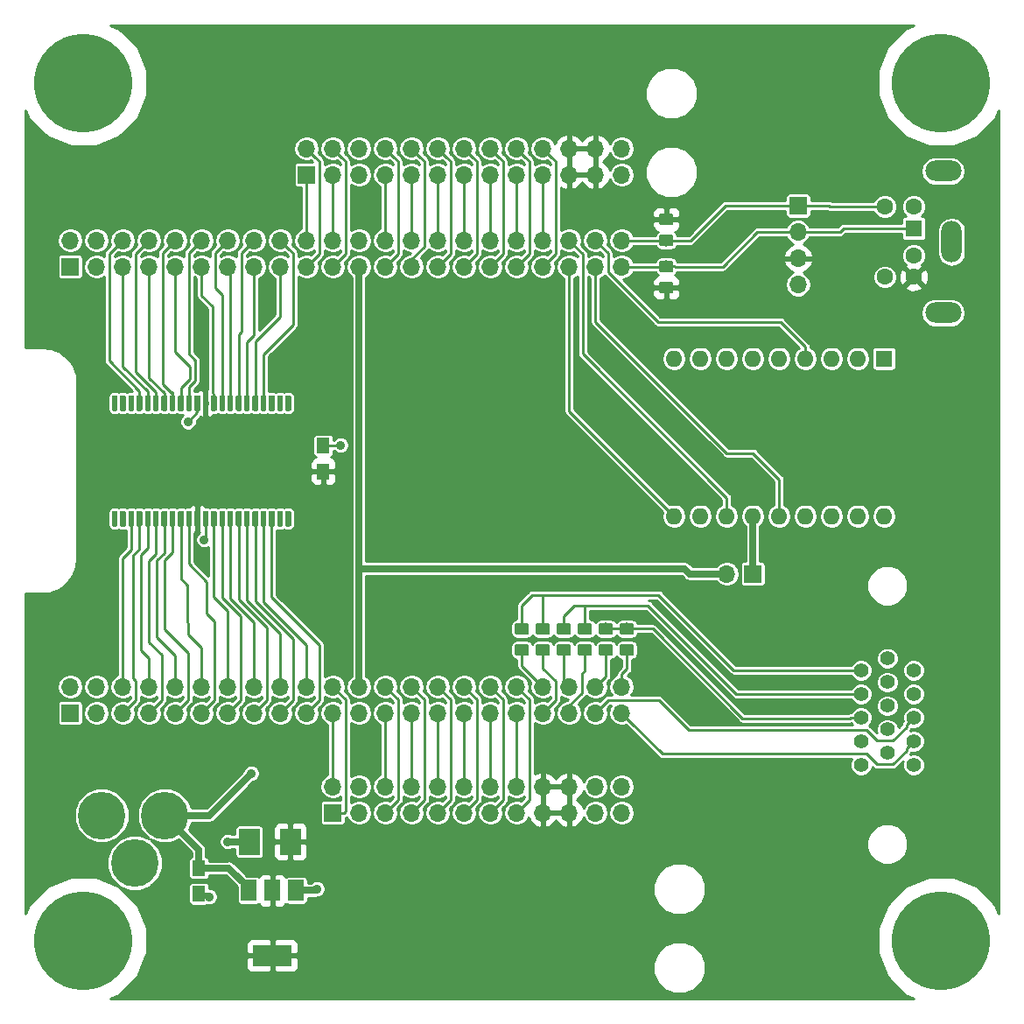
<source format=gbr>
G04 #@! TF.GenerationSoftware,KiCad,Pcbnew,(5.0.2)-1*
G04 #@! TF.CreationDate,2019-07-01T13:20:43-04:00*
G04 #@! TF.ProjectId,RETRO-EP4CE6,52455452-4f2d-4455-9034-4345362e6b69,X2*
G04 #@! TF.SameCoordinates,Original*
G04 #@! TF.FileFunction,Copper,L1,Top*
G04 #@! TF.FilePolarity,Positive*
%FSLAX46Y46*%
G04 Gerber Fmt 4.6, Leading zero omitted, Abs format (unit mm)*
G04 Created by KiCad (PCBNEW (5.0.2)-1) date 7/1/2019 1:20:43 PM*
%MOMM*%
%LPD*%
G01*
G04 APERTURE LIST*
G04 #@! TA.AperFunction,ComponentPad*
%ADD10O,3.500000X2.000000*%
G04 #@! TD*
G04 #@! TA.AperFunction,ComponentPad*
%ADD11R,1.600000X1.600000*%
G04 #@! TD*
G04 #@! TA.AperFunction,ComponentPad*
%ADD12C,1.600000*%
G04 #@! TD*
G04 #@! TA.AperFunction,ComponentPad*
%ADD13O,2.000000X4.000000*%
G04 #@! TD*
G04 #@! TA.AperFunction,ComponentPad*
%ADD14O,1.600000X1.600000*%
G04 #@! TD*
G04 #@! TA.AperFunction,ComponentPad*
%ADD15C,9.525000*%
G04 #@! TD*
G04 #@! TA.AperFunction,ComponentPad*
%ADD16C,4.600000*%
G04 #@! TD*
G04 #@! TA.AperFunction,ComponentPad*
%ADD17R,1.700000X1.700000*%
G04 #@! TD*
G04 #@! TA.AperFunction,ComponentPad*
%ADD18O,1.700000X1.700000*%
G04 #@! TD*
G04 #@! TA.AperFunction,SMDPad,CuDef*
%ADD19R,1.250000X1.500000*%
G04 #@! TD*
G04 #@! TA.AperFunction,SMDPad,CuDef*
%ADD20R,2.000000X2.500000*%
G04 #@! TD*
G04 #@! TA.AperFunction,SMDPad,CuDef*
%ADD21R,3.800000X2.000000*%
G04 #@! TD*
G04 #@! TA.AperFunction,SMDPad,CuDef*
%ADD22R,1.500000X2.000000*%
G04 #@! TD*
G04 #@! TA.AperFunction,Conductor*
%ADD23C,0.152400*%
G04 #@! TD*
G04 #@! TA.AperFunction,SMDPad,CuDef*
%ADD24C,0.550000*%
G04 #@! TD*
G04 #@! TA.AperFunction,ComponentPad*
%ADD25C,1.397000*%
G04 #@! TD*
G04 #@! TA.AperFunction,SMDPad,CuDef*
%ADD26C,1.150000*%
G04 #@! TD*
G04 #@! TA.AperFunction,ViaPad*
%ADD27C,0.889000*%
G04 #@! TD*
G04 #@! TA.AperFunction,Conductor*
%ADD28C,0.254000*%
G04 #@! TD*
G04 #@! TA.AperFunction,Conductor*
%ADD29C,0.635000*%
G04 #@! TD*
G04 APERTURE END LIST*
D10*
G04 #@! TO.P,P10,7*
G04 #@! TO.N,N/C*
X99190000Y-38240000D03*
X99190000Y-24540000D03*
D11*
G04 #@! TO.P,P10,1*
G04 #@! TO.N,/P126*
X96340000Y-30090000D03*
D12*
G04 #@! TO.P,P10,2*
G04 #@! TO.N,N/C*
X96340000Y-32690000D03*
G04 #@! TO.P,P10,3*
G04 #@! TO.N,GND*
X96340000Y-27990000D03*
G04 #@! TO.P,P10,4*
G04 #@! TO.N,+3V3*
X96340000Y-34790000D03*
G04 #@! TO.P,P10,5*
G04 #@! TO.N,/P127*
X93540000Y-27990000D03*
G04 #@! TO.P,P10,6*
G04 #@! TO.N,N/C*
X93540000Y-34790000D03*
D13*
G04 #@! TO.P,P10,7*
X99990000Y-31390000D03*
G04 #@! TD*
D14*
G04 #@! TO.P,U3,18*
G04 #@! TO.N,N/C*
X93472000Y-57912000D03*
G04 #@! TO.P,U3,9*
G04 #@! TO.N,GND*
X73152000Y-42672000D03*
G04 #@! TO.P,U3,17*
G04 #@! TO.N,N/C*
X90932000Y-57912000D03*
G04 #@! TO.P,U3,8*
X75692000Y-42672000D03*
G04 #@! TO.P,U3,16*
G04 #@! TO.N,GND*
X88392000Y-57912000D03*
G04 #@! TO.P,U3,7*
G04 #@! TO.N,N/C*
X78232000Y-42672000D03*
G04 #@! TO.P,U3,15*
X85852000Y-57912000D03*
G04 #@! TO.P,U3,6*
X80772000Y-42672000D03*
G04 #@! TO.P,U3,14*
G04 #@! TO.N,/P128*
X83312000Y-57912000D03*
G04 #@! TO.P,U3,5*
G04 #@! TO.N,N/C*
X83312000Y-42672000D03*
G04 #@! TO.P,U3,13*
G04 #@! TO.N,Net-(H1-Pad1)*
X80772000Y-57912000D03*
G04 #@! TO.P,U3,4*
G04 #@! TO.N,/P129*
X85852000Y-42672000D03*
G04 #@! TO.P,U3,12*
G04 #@! TO.N,/P133*
X78232000Y-57912000D03*
G04 #@! TO.P,U3,3*
G04 #@! TO.N,N/C*
X88392000Y-42672000D03*
G04 #@! TO.P,U3,11*
X75692000Y-57912000D03*
G04 #@! TO.P,U3,2*
X90932000Y-42672000D03*
G04 #@! TO.P,U3,10*
G04 #@! TO.N,/P132*
X73152000Y-57912000D03*
D11*
G04 #@! TO.P,U3,1*
G04 #@! TO.N,N/C*
X93472000Y-42672000D03*
G04 #@! TD*
D15*
G04 #@! TO.P,MTG1,1*
G04 #@! TO.N,N/C*
X16000000Y-16000000D03*
G04 #@! TD*
G04 #@! TO.P,MTG2,1*
G04 #@! TO.N,N/C*
X99000000Y-16000000D03*
G04 #@! TD*
G04 #@! TO.P,MTG3,1*
G04 #@! TO.N,N/C*
X16000000Y-99000000D03*
G04 #@! TD*
G04 #@! TO.P,MTG?1,1*
G04 #@! TO.N,N/C*
X99000000Y-99000000D03*
G04 #@! TD*
D16*
G04 #@! TO.P,J1,2*
G04 #@! TO.N,GND*
X17780000Y-86868000D03*
G04 #@! TO.P,J1,1*
G04 #@! TO.N,+5V*
X23880000Y-86868000D03*
G04 #@! TO.P,J1,3*
G04 #@! TO.N,GND*
X20980000Y-91468000D03*
G04 #@! TD*
D17*
G04 #@! TO.P,P1,1*
G04 #@! TO.N,N/C*
X14732000Y-33782000D03*
D18*
G04 #@! TO.P,P1,2*
G04 #@! TO.N,GND*
X14732000Y-31242000D03*
G04 #@! TO.P,P1,3*
G04 #@! TO.N,/P55*
X17272000Y-33782000D03*
G04 #@! TO.P,P1,4*
G04 #@! TO.N,/P58*
X17272000Y-31242000D03*
G04 #@! TO.P,P1,5*
G04 #@! TO.N,/P53*
X19812000Y-33782000D03*
G04 #@! TO.P,P1,6*
G04 #@! TO.N,/P54*
X19812000Y-31242000D03*
G04 #@! TO.P,P1,7*
G04 #@! TO.N,/P51*
X22352000Y-33782000D03*
G04 #@! TO.P,P1,8*
G04 #@! TO.N,/P52*
X22352000Y-31242000D03*
G04 #@! TO.P,P1,9*
G04 #@! TO.N,/P49*
X24892000Y-33782000D03*
G04 #@! TO.P,P1,10*
G04 #@! TO.N,/P50*
X24892000Y-31242000D03*
G04 #@! TO.P,P1,11*
G04 #@! TO.N,/P44*
X27432000Y-33782000D03*
G04 #@! TO.P,P1,12*
G04 #@! TO.N,/P46*
X27432000Y-31242000D03*
G04 #@! TO.P,P1,13*
G04 #@! TO.N,/P42*
X29972000Y-33782000D03*
G04 #@! TO.P,P1,14*
G04 #@! TO.N,/P43*
X29972000Y-31242000D03*
G04 #@! TO.P,P1,15*
G04 #@! TO.N,/P38*
X32512000Y-33782000D03*
G04 #@! TO.P,P1,16*
G04 #@! TO.N,/P39*
X32512000Y-31242000D03*
G04 #@! TO.P,P1,17*
G04 #@! TO.N,/P33*
X35052000Y-33782000D03*
G04 #@! TO.P,P1,18*
G04 #@! TO.N,/P34*
X35052000Y-31242000D03*
G04 #@! TO.P,P1,19*
G04 #@! TO.N,/P31*
X37592000Y-33782000D03*
G04 #@! TO.P,P1,20*
G04 #@! TO.N,/P32*
X37592000Y-31242000D03*
G04 #@! TO.P,P1,21*
G04 #@! TO.N,/P28*
X40132000Y-33782000D03*
G04 #@! TO.P,P1,22*
G04 #@! TO.N,/P30*
X40132000Y-31242000D03*
G04 #@! TO.P,P1,23*
G04 #@! TO.N,+5V*
X42672000Y-33782000D03*
G04 #@! TO.P,P1,24*
G04 #@! TO.N,GND*
X42672000Y-31242000D03*
G04 #@! TO.P,P1,25*
G04 #@! TO.N,/P10*
X45212000Y-33782000D03*
G04 #@! TO.P,P1,26*
G04 #@! TO.N,/P11*
X45212000Y-31242000D03*
G04 #@! TO.P,P1,27*
G04 #@! TO.N,/P3*
X47752000Y-33782000D03*
G04 #@! TO.P,P1,28*
G04 #@! TO.N,/P7*
X47752000Y-31242000D03*
G04 #@! TO.P,P1,29*
G04 #@! TO.N,/P5*
X50292000Y-33782000D03*
G04 #@! TO.P,P1,30*
G04 #@! TO.N,/P2*
X50292000Y-31242000D03*
G04 #@! TO.P,P1,31*
G04 #@! TO.N,/P143*
X52832000Y-33782000D03*
G04 #@! TO.P,P1,32*
G04 #@! TO.N,/P144*
X52832000Y-31242000D03*
G04 #@! TO.P,P1,33*
G04 #@! TO.N,/P141*
X55372000Y-33782000D03*
G04 #@! TO.P,P1,34*
G04 #@! TO.N,/P142*
X55372000Y-31242000D03*
G04 #@! TO.P,P1,35*
G04 #@! TO.N,/P137*
X57912000Y-33782000D03*
G04 #@! TO.P,P1,36*
G04 #@! TO.N,/P138*
X57912000Y-31242000D03*
G04 #@! TO.P,P1,37*
G04 #@! TO.N,/P135*
X60452000Y-33782000D03*
G04 #@! TO.P,P1,38*
G04 #@! TO.N,/P136*
X60452000Y-31242000D03*
G04 #@! TO.P,P1,39*
G04 #@! TO.N,/P132*
X62992000Y-33782000D03*
G04 #@! TO.P,P1,40*
G04 #@! TO.N,/P133*
X62992000Y-31242000D03*
G04 #@! TO.P,P1,41*
G04 #@! TO.N,/P128*
X65532000Y-33782000D03*
G04 #@! TO.P,P1,42*
G04 #@! TO.N,/P129*
X65532000Y-31242000D03*
G04 #@! TO.P,P1,43*
G04 #@! TO.N,/P126*
X68072000Y-33782000D03*
G04 #@! TO.P,P1,44*
G04 #@! TO.N,/P127*
X68072000Y-31242000D03*
G04 #@! TD*
D17*
G04 #@! TO.P,P2,1*
G04 #@! TO.N,GND*
X14732000Y-76962000D03*
D18*
G04 #@! TO.P,P2,2*
G04 #@! TO.N,N/C*
X14732000Y-74422000D03*
G04 #@! TO.P,P2,3*
G04 #@! TO.N,/P59*
X17272000Y-76962000D03*
G04 #@! TO.P,P2,4*
G04 #@! TO.N,/P60*
X17272000Y-74422000D03*
G04 #@! TO.P,P2,5*
G04 #@! TO.N,/P64*
X19812000Y-76962000D03*
G04 #@! TO.P,P2,6*
G04 #@! TO.N,/P65*
X19812000Y-74422000D03*
G04 #@! TO.P,P2,7*
G04 #@! TO.N,/P66*
X22352000Y-76962000D03*
G04 #@! TO.P,P2,8*
G04 #@! TO.N,/P67*
X22352000Y-74422000D03*
G04 #@! TO.P,P2,9*
G04 #@! TO.N,/P68*
X24892000Y-76962000D03*
G04 #@! TO.P,P2,10*
G04 #@! TO.N,/P69*
X24892000Y-74422000D03*
G04 #@! TO.P,P2,11*
G04 #@! TO.N,/P70*
X27432000Y-76962000D03*
G04 #@! TO.P,P2,12*
G04 #@! TO.N,/P71*
X27432000Y-74422000D03*
G04 #@! TO.P,P2,13*
G04 #@! TO.N,/P72*
X29972000Y-76962000D03*
G04 #@! TO.P,P2,14*
G04 #@! TO.N,/P73*
X29972000Y-74422000D03*
G04 #@! TO.P,P2,15*
G04 #@! TO.N,/P74*
X32512000Y-76962000D03*
G04 #@! TO.P,P2,16*
G04 #@! TO.N,/P75*
X32512000Y-74422000D03*
G04 #@! TO.P,P2,17*
G04 #@! TO.N,/P76*
X35052000Y-76962000D03*
G04 #@! TO.P,P2,18*
G04 #@! TO.N,/P77*
X35052000Y-74422000D03*
G04 #@! TO.P,P2,19*
G04 #@! TO.N,/P80*
X37592000Y-76962000D03*
G04 #@! TO.P,P2,20*
G04 #@! TO.N,/P83*
X37592000Y-74422000D03*
G04 #@! TO.P,P2,21*
G04 #@! TO.N,/P84*
X40132000Y-76962000D03*
G04 #@! TO.P,P2,22*
G04 #@! TO.N,/P85*
X40132000Y-74422000D03*
G04 #@! TO.P,P2,23*
G04 #@! TO.N,GND*
X42672000Y-76962000D03*
G04 #@! TO.P,P2,24*
G04 #@! TO.N,+5V*
X42672000Y-74422000D03*
G04 #@! TO.P,P2,25*
G04 #@! TO.N,/P86*
X45212000Y-76962000D03*
G04 #@! TO.P,P2,26*
G04 #@! TO.N,/P87*
X45212000Y-74422000D03*
G04 #@! TO.P,P2,27*
G04 #@! TO.N,/P98*
X47752000Y-76962000D03*
G04 #@! TO.P,P2,28*
G04 #@! TO.N,/P99*
X47752000Y-74422000D03*
G04 #@! TO.P,P2,29*
G04 #@! TO.N,/P100*
X50292000Y-76962000D03*
G04 #@! TO.P,P2,30*
G04 #@! TO.N,/P101*
X50292000Y-74422000D03*
G04 #@! TO.P,P2,31*
G04 #@! TO.N,/P103*
X52832000Y-76962000D03*
G04 #@! TO.P,P2,32*
G04 #@! TO.N,/P104*
X52832000Y-74422000D03*
G04 #@! TO.P,P2,33*
G04 #@! TO.N,/P105*
X55372000Y-76962000D03*
G04 #@! TO.P,P2,34*
G04 #@! TO.N,/P106*
X55372000Y-74422000D03*
G04 #@! TO.P,P2,35*
G04 #@! TO.N,/P110*
X57912000Y-76962000D03*
G04 #@! TO.P,P2,36*
G04 #@! TO.N,/P111*
X57912000Y-74422000D03*
G04 #@! TO.P,P2,37*
G04 #@! TO.N,/P112*
X60452000Y-76962000D03*
G04 #@! TO.P,P2,38*
G04 #@! TO.N,/P113*
X60452000Y-74422000D03*
G04 #@! TO.P,P2,39*
G04 #@! TO.N,/P114*
X62992000Y-76962000D03*
G04 #@! TO.P,P2,40*
G04 #@! TO.N,/P115*
X62992000Y-74422000D03*
G04 #@! TO.P,P2,41*
G04 #@! TO.N,/P119*
X65532000Y-76962000D03*
G04 #@! TO.P,P2,42*
G04 #@! TO.N,/P120*
X65532000Y-74422000D03*
G04 #@! TO.P,P2,43*
G04 #@! TO.N,/P121*
X68072000Y-76962000D03*
G04 #@! TO.P,P2,44*
G04 #@! TO.N,/P124*
X68072000Y-74422000D03*
G04 #@! TD*
D19*
G04 #@! TO.P,C1,1*
G04 #@! TO.N,+5V*
X27178000Y-91968000D03*
G04 #@! TO.P,C1,2*
G04 #@! TO.N,GND*
X27178000Y-94468000D03*
G04 #@! TD*
D20*
G04 #@! TO.P,C2,1*
G04 #@! TO.N,+3V3*
X36036000Y-89408000D03*
G04 #@! TO.P,C2,2*
G04 #@! TO.N,GND*
X32036000Y-89408000D03*
G04 #@! TD*
D19*
G04 #@! TO.P,C3,1*
G04 #@! TO.N,+3V3*
X39217600Y-53599400D03*
G04 #@! TO.P,C3,2*
G04 #@! TO.N,GND*
X39217600Y-51099400D03*
G04 #@! TD*
D21*
G04 #@! TO.P,U1,4*
G04 #@! TO.N,+3V3*
X34290000Y-100432000D03*
D22*
G04 #@! TO.P,U1,2*
X34290000Y-94132000D03*
G04 #@! TO.P,U1,3*
G04 #@! TO.N,+5V*
X31990000Y-94132000D03*
G04 #@! TO.P,U1,1*
G04 #@! TO.N,GND*
X36590000Y-94132000D03*
G04 #@! TD*
D23*
G04 #@! TO.N,N/C*
G04 #@! TO.C,U2*
G36*
X19182977Y-57403662D02*
X19196325Y-57405642D01*
X19209414Y-57408921D01*
X19222119Y-57413467D01*
X19234317Y-57419236D01*
X19245891Y-57426173D01*
X19256729Y-57434211D01*
X19266727Y-57443273D01*
X19275789Y-57453271D01*
X19283827Y-57464109D01*
X19290764Y-57475683D01*
X19296533Y-57487881D01*
X19301079Y-57500586D01*
X19304358Y-57513675D01*
X19306338Y-57527023D01*
X19307000Y-57540500D01*
X19307000Y-58790500D01*
X19306338Y-58803977D01*
X19304358Y-58817325D01*
X19301079Y-58830414D01*
X19296533Y-58843119D01*
X19290764Y-58855317D01*
X19283827Y-58866891D01*
X19275789Y-58877729D01*
X19266727Y-58887727D01*
X19256729Y-58896789D01*
X19245891Y-58904827D01*
X19234317Y-58911764D01*
X19222119Y-58917533D01*
X19209414Y-58922079D01*
X19196325Y-58925358D01*
X19182977Y-58927338D01*
X19169500Y-58928000D01*
X18894500Y-58928000D01*
X18881023Y-58927338D01*
X18867675Y-58925358D01*
X18854586Y-58922079D01*
X18841881Y-58917533D01*
X18829683Y-58911764D01*
X18818109Y-58904827D01*
X18807271Y-58896789D01*
X18797273Y-58887727D01*
X18788211Y-58877729D01*
X18780173Y-58866891D01*
X18773236Y-58855317D01*
X18767467Y-58843119D01*
X18762921Y-58830414D01*
X18759642Y-58817325D01*
X18757662Y-58803977D01*
X18757000Y-58790500D01*
X18757000Y-57540500D01*
X18757662Y-57527023D01*
X18759642Y-57513675D01*
X18762921Y-57500586D01*
X18767467Y-57487881D01*
X18773236Y-57475683D01*
X18780173Y-57464109D01*
X18788211Y-57453271D01*
X18797273Y-57443273D01*
X18807271Y-57434211D01*
X18818109Y-57426173D01*
X18829683Y-57419236D01*
X18841881Y-57413467D01*
X18854586Y-57408921D01*
X18867675Y-57405642D01*
X18881023Y-57403662D01*
X18894500Y-57403000D01*
X19169500Y-57403000D01*
X19182977Y-57403662D01*
X19182977Y-57403662D01*
G37*
D24*
G04 #@! TD*
G04 #@! TO.P,U2,1*
G04 #@! TO.N,N/C*
X19032000Y-58165500D03*
D23*
G04 #@! TO.N,N/C*
G04 #@! TO.C,U2*
G36*
X19982977Y-57403662D02*
X19996325Y-57405642D01*
X20009414Y-57408921D01*
X20022119Y-57413467D01*
X20034317Y-57419236D01*
X20045891Y-57426173D01*
X20056729Y-57434211D01*
X20066727Y-57443273D01*
X20075789Y-57453271D01*
X20083827Y-57464109D01*
X20090764Y-57475683D01*
X20096533Y-57487881D01*
X20101079Y-57500586D01*
X20104358Y-57513675D01*
X20106338Y-57527023D01*
X20107000Y-57540500D01*
X20107000Y-58790500D01*
X20106338Y-58803977D01*
X20104358Y-58817325D01*
X20101079Y-58830414D01*
X20096533Y-58843119D01*
X20090764Y-58855317D01*
X20083827Y-58866891D01*
X20075789Y-58877729D01*
X20066727Y-58887727D01*
X20056729Y-58896789D01*
X20045891Y-58904827D01*
X20034317Y-58911764D01*
X20022119Y-58917533D01*
X20009414Y-58922079D01*
X19996325Y-58925358D01*
X19982977Y-58927338D01*
X19969500Y-58928000D01*
X19694500Y-58928000D01*
X19681023Y-58927338D01*
X19667675Y-58925358D01*
X19654586Y-58922079D01*
X19641881Y-58917533D01*
X19629683Y-58911764D01*
X19618109Y-58904827D01*
X19607271Y-58896789D01*
X19597273Y-58887727D01*
X19588211Y-58877729D01*
X19580173Y-58866891D01*
X19573236Y-58855317D01*
X19567467Y-58843119D01*
X19562921Y-58830414D01*
X19559642Y-58817325D01*
X19557662Y-58803977D01*
X19557000Y-58790500D01*
X19557000Y-57540500D01*
X19557662Y-57527023D01*
X19559642Y-57513675D01*
X19562921Y-57500586D01*
X19567467Y-57487881D01*
X19573236Y-57475683D01*
X19580173Y-57464109D01*
X19588211Y-57453271D01*
X19597273Y-57443273D01*
X19607271Y-57434211D01*
X19618109Y-57426173D01*
X19629683Y-57419236D01*
X19641881Y-57413467D01*
X19654586Y-57408921D01*
X19667675Y-57405642D01*
X19681023Y-57403662D01*
X19694500Y-57403000D01*
X19969500Y-57403000D01*
X19982977Y-57403662D01*
X19982977Y-57403662D01*
G37*
D24*
G04 #@! TD*
G04 #@! TO.P,U2,2*
G04 #@! TO.N,N/C*
X19832000Y-58165500D03*
D23*
G04 #@! TO.N,/P65*
G04 #@! TO.C,U2*
G36*
X20782977Y-57403662D02*
X20796325Y-57405642D01*
X20809414Y-57408921D01*
X20822119Y-57413467D01*
X20834317Y-57419236D01*
X20845891Y-57426173D01*
X20856729Y-57434211D01*
X20866727Y-57443273D01*
X20875789Y-57453271D01*
X20883827Y-57464109D01*
X20890764Y-57475683D01*
X20896533Y-57487881D01*
X20901079Y-57500586D01*
X20904358Y-57513675D01*
X20906338Y-57527023D01*
X20907000Y-57540500D01*
X20907000Y-58790500D01*
X20906338Y-58803977D01*
X20904358Y-58817325D01*
X20901079Y-58830414D01*
X20896533Y-58843119D01*
X20890764Y-58855317D01*
X20883827Y-58866891D01*
X20875789Y-58877729D01*
X20866727Y-58887727D01*
X20856729Y-58896789D01*
X20845891Y-58904827D01*
X20834317Y-58911764D01*
X20822119Y-58917533D01*
X20809414Y-58922079D01*
X20796325Y-58925358D01*
X20782977Y-58927338D01*
X20769500Y-58928000D01*
X20494500Y-58928000D01*
X20481023Y-58927338D01*
X20467675Y-58925358D01*
X20454586Y-58922079D01*
X20441881Y-58917533D01*
X20429683Y-58911764D01*
X20418109Y-58904827D01*
X20407271Y-58896789D01*
X20397273Y-58887727D01*
X20388211Y-58877729D01*
X20380173Y-58866891D01*
X20373236Y-58855317D01*
X20367467Y-58843119D01*
X20362921Y-58830414D01*
X20359642Y-58817325D01*
X20357662Y-58803977D01*
X20357000Y-58790500D01*
X20357000Y-57540500D01*
X20357662Y-57527023D01*
X20359642Y-57513675D01*
X20362921Y-57500586D01*
X20367467Y-57487881D01*
X20373236Y-57475683D01*
X20380173Y-57464109D01*
X20388211Y-57453271D01*
X20397273Y-57443273D01*
X20407271Y-57434211D01*
X20418109Y-57426173D01*
X20429683Y-57419236D01*
X20441881Y-57413467D01*
X20454586Y-57408921D01*
X20467675Y-57405642D01*
X20481023Y-57403662D01*
X20494500Y-57403000D01*
X20769500Y-57403000D01*
X20782977Y-57403662D01*
X20782977Y-57403662D01*
G37*
D24*
G04 #@! TD*
G04 #@! TO.P,U2,3*
G04 #@! TO.N,/P65*
X20632000Y-58165500D03*
D23*
G04 #@! TO.N,/P64*
G04 #@! TO.C,U2*
G36*
X21582977Y-57403662D02*
X21596325Y-57405642D01*
X21609414Y-57408921D01*
X21622119Y-57413467D01*
X21634317Y-57419236D01*
X21645891Y-57426173D01*
X21656729Y-57434211D01*
X21666727Y-57443273D01*
X21675789Y-57453271D01*
X21683827Y-57464109D01*
X21690764Y-57475683D01*
X21696533Y-57487881D01*
X21701079Y-57500586D01*
X21704358Y-57513675D01*
X21706338Y-57527023D01*
X21707000Y-57540500D01*
X21707000Y-58790500D01*
X21706338Y-58803977D01*
X21704358Y-58817325D01*
X21701079Y-58830414D01*
X21696533Y-58843119D01*
X21690764Y-58855317D01*
X21683827Y-58866891D01*
X21675789Y-58877729D01*
X21666727Y-58887727D01*
X21656729Y-58896789D01*
X21645891Y-58904827D01*
X21634317Y-58911764D01*
X21622119Y-58917533D01*
X21609414Y-58922079D01*
X21596325Y-58925358D01*
X21582977Y-58927338D01*
X21569500Y-58928000D01*
X21294500Y-58928000D01*
X21281023Y-58927338D01*
X21267675Y-58925358D01*
X21254586Y-58922079D01*
X21241881Y-58917533D01*
X21229683Y-58911764D01*
X21218109Y-58904827D01*
X21207271Y-58896789D01*
X21197273Y-58887727D01*
X21188211Y-58877729D01*
X21180173Y-58866891D01*
X21173236Y-58855317D01*
X21167467Y-58843119D01*
X21162921Y-58830414D01*
X21159642Y-58817325D01*
X21157662Y-58803977D01*
X21157000Y-58790500D01*
X21157000Y-57540500D01*
X21157662Y-57527023D01*
X21159642Y-57513675D01*
X21162921Y-57500586D01*
X21167467Y-57487881D01*
X21173236Y-57475683D01*
X21180173Y-57464109D01*
X21188211Y-57453271D01*
X21197273Y-57443273D01*
X21207271Y-57434211D01*
X21218109Y-57426173D01*
X21229683Y-57419236D01*
X21241881Y-57413467D01*
X21254586Y-57408921D01*
X21267675Y-57405642D01*
X21281023Y-57403662D01*
X21294500Y-57403000D01*
X21569500Y-57403000D01*
X21582977Y-57403662D01*
X21582977Y-57403662D01*
G37*
D24*
G04 #@! TD*
G04 #@! TO.P,U2,4*
G04 #@! TO.N,/P64*
X21432000Y-58165500D03*
D23*
G04 #@! TO.N,/P67*
G04 #@! TO.C,U2*
G36*
X22382977Y-57403662D02*
X22396325Y-57405642D01*
X22409414Y-57408921D01*
X22422119Y-57413467D01*
X22434317Y-57419236D01*
X22445891Y-57426173D01*
X22456729Y-57434211D01*
X22466727Y-57443273D01*
X22475789Y-57453271D01*
X22483827Y-57464109D01*
X22490764Y-57475683D01*
X22496533Y-57487881D01*
X22501079Y-57500586D01*
X22504358Y-57513675D01*
X22506338Y-57527023D01*
X22507000Y-57540500D01*
X22507000Y-58790500D01*
X22506338Y-58803977D01*
X22504358Y-58817325D01*
X22501079Y-58830414D01*
X22496533Y-58843119D01*
X22490764Y-58855317D01*
X22483827Y-58866891D01*
X22475789Y-58877729D01*
X22466727Y-58887727D01*
X22456729Y-58896789D01*
X22445891Y-58904827D01*
X22434317Y-58911764D01*
X22422119Y-58917533D01*
X22409414Y-58922079D01*
X22396325Y-58925358D01*
X22382977Y-58927338D01*
X22369500Y-58928000D01*
X22094500Y-58928000D01*
X22081023Y-58927338D01*
X22067675Y-58925358D01*
X22054586Y-58922079D01*
X22041881Y-58917533D01*
X22029683Y-58911764D01*
X22018109Y-58904827D01*
X22007271Y-58896789D01*
X21997273Y-58887727D01*
X21988211Y-58877729D01*
X21980173Y-58866891D01*
X21973236Y-58855317D01*
X21967467Y-58843119D01*
X21962921Y-58830414D01*
X21959642Y-58817325D01*
X21957662Y-58803977D01*
X21957000Y-58790500D01*
X21957000Y-57540500D01*
X21957662Y-57527023D01*
X21959642Y-57513675D01*
X21962921Y-57500586D01*
X21967467Y-57487881D01*
X21973236Y-57475683D01*
X21980173Y-57464109D01*
X21988211Y-57453271D01*
X21997273Y-57443273D01*
X22007271Y-57434211D01*
X22018109Y-57426173D01*
X22029683Y-57419236D01*
X22041881Y-57413467D01*
X22054586Y-57408921D01*
X22067675Y-57405642D01*
X22081023Y-57403662D01*
X22094500Y-57403000D01*
X22369500Y-57403000D01*
X22382977Y-57403662D01*
X22382977Y-57403662D01*
G37*
D24*
G04 #@! TD*
G04 #@! TO.P,U2,5*
G04 #@! TO.N,/P67*
X22232000Y-58165500D03*
D23*
G04 #@! TO.N,/P66*
G04 #@! TO.C,U2*
G36*
X23182977Y-57403662D02*
X23196325Y-57405642D01*
X23209414Y-57408921D01*
X23222119Y-57413467D01*
X23234317Y-57419236D01*
X23245891Y-57426173D01*
X23256729Y-57434211D01*
X23266727Y-57443273D01*
X23275789Y-57453271D01*
X23283827Y-57464109D01*
X23290764Y-57475683D01*
X23296533Y-57487881D01*
X23301079Y-57500586D01*
X23304358Y-57513675D01*
X23306338Y-57527023D01*
X23307000Y-57540500D01*
X23307000Y-58790500D01*
X23306338Y-58803977D01*
X23304358Y-58817325D01*
X23301079Y-58830414D01*
X23296533Y-58843119D01*
X23290764Y-58855317D01*
X23283827Y-58866891D01*
X23275789Y-58877729D01*
X23266727Y-58887727D01*
X23256729Y-58896789D01*
X23245891Y-58904827D01*
X23234317Y-58911764D01*
X23222119Y-58917533D01*
X23209414Y-58922079D01*
X23196325Y-58925358D01*
X23182977Y-58927338D01*
X23169500Y-58928000D01*
X22894500Y-58928000D01*
X22881023Y-58927338D01*
X22867675Y-58925358D01*
X22854586Y-58922079D01*
X22841881Y-58917533D01*
X22829683Y-58911764D01*
X22818109Y-58904827D01*
X22807271Y-58896789D01*
X22797273Y-58887727D01*
X22788211Y-58877729D01*
X22780173Y-58866891D01*
X22773236Y-58855317D01*
X22767467Y-58843119D01*
X22762921Y-58830414D01*
X22759642Y-58817325D01*
X22757662Y-58803977D01*
X22757000Y-58790500D01*
X22757000Y-57540500D01*
X22757662Y-57527023D01*
X22759642Y-57513675D01*
X22762921Y-57500586D01*
X22767467Y-57487881D01*
X22773236Y-57475683D01*
X22780173Y-57464109D01*
X22788211Y-57453271D01*
X22797273Y-57443273D01*
X22807271Y-57434211D01*
X22818109Y-57426173D01*
X22829683Y-57419236D01*
X22841881Y-57413467D01*
X22854586Y-57408921D01*
X22867675Y-57405642D01*
X22881023Y-57403662D01*
X22894500Y-57403000D01*
X23169500Y-57403000D01*
X23182977Y-57403662D01*
X23182977Y-57403662D01*
G37*
D24*
G04 #@! TD*
G04 #@! TO.P,U2,6*
G04 #@! TO.N,/P66*
X23032000Y-58165500D03*
D23*
G04 #@! TO.N,/P69*
G04 #@! TO.C,U2*
G36*
X23982977Y-57403662D02*
X23996325Y-57405642D01*
X24009414Y-57408921D01*
X24022119Y-57413467D01*
X24034317Y-57419236D01*
X24045891Y-57426173D01*
X24056729Y-57434211D01*
X24066727Y-57443273D01*
X24075789Y-57453271D01*
X24083827Y-57464109D01*
X24090764Y-57475683D01*
X24096533Y-57487881D01*
X24101079Y-57500586D01*
X24104358Y-57513675D01*
X24106338Y-57527023D01*
X24107000Y-57540500D01*
X24107000Y-58790500D01*
X24106338Y-58803977D01*
X24104358Y-58817325D01*
X24101079Y-58830414D01*
X24096533Y-58843119D01*
X24090764Y-58855317D01*
X24083827Y-58866891D01*
X24075789Y-58877729D01*
X24066727Y-58887727D01*
X24056729Y-58896789D01*
X24045891Y-58904827D01*
X24034317Y-58911764D01*
X24022119Y-58917533D01*
X24009414Y-58922079D01*
X23996325Y-58925358D01*
X23982977Y-58927338D01*
X23969500Y-58928000D01*
X23694500Y-58928000D01*
X23681023Y-58927338D01*
X23667675Y-58925358D01*
X23654586Y-58922079D01*
X23641881Y-58917533D01*
X23629683Y-58911764D01*
X23618109Y-58904827D01*
X23607271Y-58896789D01*
X23597273Y-58887727D01*
X23588211Y-58877729D01*
X23580173Y-58866891D01*
X23573236Y-58855317D01*
X23567467Y-58843119D01*
X23562921Y-58830414D01*
X23559642Y-58817325D01*
X23557662Y-58803977D01*
X23557000Y-58790500D01*
X23557000Y-57540500D01*
X23557662Y-57527023D01*
X23559642Y-57513675D01*
X23562921Y-57500586D01*
X23567467Y-57487881D01*
X23573236Y-57475683D01*
X23580173Y-57464109D01*
X23588211Y-57453271D01*
X23597273Y-57443273D01*
X23607271Y-57434211D01*
X23618109Y-57426173D01*
X23629683Y-57419236D01*
X23641881Y-57413467D01*
X23654586Y-57408921D01*
X23667675Y-57405642D01*
X23681023Y-57403662D01*
X23694500Y-57403000D01*
X23969500Y-57403000D01*
X23982977Y-57403662D01*
X23982977Y-57403662D01*
G37*
D24*
G04 #@! TD*
G04 #@! TO.P,U2,7*
G04 #@! TO.N,/P69*
X23832000Y-58165500D03*
D23*
G04 #@! TO.N,/P68*
G04 #@! TO.C,U2*
G36*
X24782977Y-57403662D02*
X24796325Y-57405642D01*
X24809414Y-57408921D01*
X24822119Y-57413467D01*
X24834317Y-57419236D01*
X24845891Y-57426173D01*
X24856729Y-57434211D01*
X24866727Y-57443273D01*
X24875789Y-57453271D01*
X24883827Y-57464109D01*
X24890764Y-57475683D01*
X24896533Y-57487881D01*
X24901079Y-57500586D01*
X24904358Y-57513675D01*
X24906338Y-57527023D01*
X24907000Y-57540500D01*
X24907000Y-58790500D01*
X24906338Y-58803977D01*
X24904358Y-58817325D01*
X24901079Y-58830414D01*
X24896533Y-58843119D01*
X24890764Y-58855317D01*
X24883827Y-58866891D01*
X24875789Y-58877729D01*
X24866727Y-58887727D01*
X24856729Y-58896789D01*
X24845891Y-58904827D01*
X24834317Y-58911764D01*
X24822119Y-58917533D01*
X24809414Y-58922079D01*
X24796325Y-58925358D01*
X24782977Y-58927338D01*
X24769500Y-58928000D01*
X24494500Y-58928000D01*
X24481023Y-58927338D01*
X24467675Y-58925358D01*
X24454586Y-58922079D01*
X24441881Y-58917533D01*
X24429683Y-58911764D01*
X24418109Y-58904827D01*
X24407271Y-58896789D01*
X24397273Y-58887727D01*
X24388211Y-58877729D01*
X24380173Y-58866891D01*
X24373236Y-58855317D01*
X24367467Y-58843119D01*
X24362921Y-58830414D01*
X24359642Y-58817325D01*
X24357662Y-58803977D01*
X24357000Y-58790500D01*
X24357000Y-57540500D01*
X24357662Y-57527023D01*
X24359642Y-57513675D01*
X24362921Y-57500586D01*
X24367467Y-57487881D01*
X24373236Y-57475683D01*
X24380173Y-57464109D01*
X24388211Y-57453271D01*
X24397273Y-57443273D01*
X24407271Y-57434211D01*
X24418109Y-57426173D01*
X24429683Y-57419236D01*
X24441881Y-57413467D01*
X24454586Y-57408921D01*
X24467675Y-57405642D01*
X24481023Y-57403662D01*
X24494500Y-57403000D01*
X24769500Y-57403000D01*
X24782977Y-57403662D01*
X24782977Y-57403662D01*
G37*
D24*
G04 #@! TD*
G04 #@! TO.P,U2,8*
G04 #@! TO.N,/P68*
X24632000Y-58165500D03*
D23*
G04 #@! TO.N,/P71*
G04 #@! TO.C,U2*
G36*
X25582977Y-57403662D02*
X25596325Y-57405642D01*
X25609414Y-57408921D01*
X25622119Y-57413467D01*
X25634317Y-57419236D01*
X25645891Y-57426173D01*
X25656729Y-57434211D01*
X25666727Y-57443273D01*
X25675789Y-57453271D01*
X25683827Y-57464109D01*
X25690764Y-57475683D01*
X25696533Y-57487881D01*
X25701079Y-57500586D01*
X25704358Y-57513675D01*
X25706338Y-57527023D01*
X25707000Y-57540500D01*
X25707000Y-58790500D01*
X25706338Y-58803977D01*
X25704358Y-58817325D01*
X25701079Y-58830414D01*
X25696533Y-58843119D01*
X25690764Y-58855317D01*
X25683827Y-58866891D01*
X25675789Y-58877729D01*
X25666727Y-58887727D01*
X25656729Y-58896789D01*
X25645891Y-58904827D01*
X25634317Y-58911764D01*
X25622119Y-58917533D01*
X25609414Y-58922079D01*
X25596325Y-58925358D01*
X25582977Y-58927338D01*
X25569500Y-58928000D01*
X25294500Y-58928000D01*
X25281023Y-58927338D01*
X25267675Y-58925358D01*
X25254586Y-58922079D01*
X25241881Y-58917533D01*
X25229683Y-58911764D01*
X25218109Y-58904827D01*
X25207271Y-58896789D01*
X25197273Y-58887727D01*
X25188211Y-58877729D01*
X25180173Y-58866891D01*
X25173236Y-58855317D01*
X25167467Y-58843119D01*
X25162921Y-58830414D01*
X25159642Y-58817325D01*
X25157662Y-58803977D01*
X25157000Y-58790500D01*
X25157000Y-57540500D01*
X25157662Y-57527023D01*
X25159642Y-57513675D01*
X25162921Y-57500586D01*
X25167467Y-57487881D01*
X25173236Y-57475683D01*
X25180173Y-57464109D01*
X25188211Y-57453271D01*
X25197273Y-57443273D01*
X25207271Y-57434211D01*
X25218109Y-57426173D01*
X25229683Y-57419236D01*
X25241881Y-57413467D01*
X25254586Y-57408921D01*
X25267675Y-57405642D01*
X25281023Y-57403662D01*
X25294500Y-57403000D01*
X25569500Y-57403000D01*
X25582977Y-57403662D01*
X25582977Y-57403662D01*
G37*
D24*
G04 #@! TD*
G04 #@! TO.P,U2,9*
G04 #@! TO.N,/P71*
X25432000Y-58165500D03*
D23*
G04 #@! TO.N,/P70*
G04 #@! TO.C,U2*
G36*
X26382977Y-57403662D02*
X26396325Y-57405642D01*
X26409414Y-57408921D01*
X26422119Y-57413467D01*
X26434317Y-57419236D01*
X26445891Y-57426173D01*
X26456729Y-57434211D01*
X26466727Y-57443273D01*
X26475789Y-57453271D01*
X26483827Y-57464109D01*
X26490764Y-57475683D01*
X26496533Y-57487881D01*
X26501079Y-57500586D01*
X26504358Y-57513675D01*
X26506338Y-57527023D01*
X26507000Y-57540500D01*
X26507000Y-58790500D01*
X26506338Y-58803977D01*
X26504358Y-58817325D01*
X26501079Y-58830414D01*
X26496533Y-58843119D01*
X26490764Y-58855317D01*
X26483827Y-58866891D01*
X26475789Y-58877729D01*
X26466727Y-58887727D01*
X26456729Y-58896789D01*
X26445891Y-58904827D01*
X26434317Y-58911764D01*
X26422119Y-58917533D01*
X26409414Y-58922079D01*
X26396325Y-58925358D01*
X26382977Y-58927338D01*
X26369500Y-58928000D01*
X26094500Y-58928000D01*
X26081023Y-58927338D01*
X26067675Y-58925358D01*
X26054586Y-58922079D01*
X26041881Y-58917533D01*
X26029683Y-58911764D01*
X26018109Y-58904827D01*
X26007271Y-58896789D01*
X25997273Y-58887727D01*
X25988211Y-58877729D01*
X25980173Y-58866891D01*
X25973236Y-58855317D01*
X25967467Y-58843119D01*
X25962921Y-58830414D01*
X25959642Y-58817325D01*
X25957662Y-58803977D01*
X25957000Y-58790500D01*
X25957000Y-57540500D01*
X25957662Y-57527023D01*
X25959642Y-57513675D01*
X25962921Y-57500586D01*
X25967467Y-57487881D01*
X25973236Y-57475683D01*
X25980173Y-57464109D01*
X25988211Y-57453271D01*
X25997273Y-57443273D01*
X26007271Y-57434211D01*
X26018109Y-57426173D01*
X26029683Y-57419236D01*
X26041881Y-57413467D01*
X26054586Y-57408921D01*
X26067675Y-57405642D01*
X26081023Y-57403662D01*
X26094500Y-57403000D01*
X26369500Y-57403000D01*
X26382977Y-57403662D01*
X26382977Y-57403662D01*
G37*
D24*
G04 #@! TD*
G04 #@! TO.P,U2,10*
G04 #@! TO.N,/P70*
X26232000Y-58165500D03*
D23*
G04 #@! TO.N,+3V3*
G04 #@! TO.C,U2*
G36*
X27182977Y-57403662D02*
X27196325Y-57405642D01*
X27209414Y-57408921D01*
X27222119Y-57413467D01*
X27234317Y-57419236D01*
X27245891Y-57426173D01*
X27256729Y-57434211D01*
X27266727Y-57443273D01*
X27275789Y-57453271D01*
X27283827Y-57464109D01*
X27290764Y-57475683D01*
X27296533Y-57487881D01*
X27301079Y-57500586D01*
X27304358Y-57513675D01*
X27306338Y-57527023D01*
X27307000Y-57540500D01*
X27307000Y-58790500D01*
X27306338Y-58803977D01*
X27304358Y-58817325D01*
X27301079Y-58830414D01*
X27296533Y-58843119D01*
X27290764Y-58855317D01*
X27283827Y-58866891D01*
X27275789Y-58877729D01*
X27266727Y-58887727D01*
X27256729Y-58896789D01*
X27245891Y-58904827D01*
X27234317Y-58911764D01*
X27222119Y-58917533D01*
X27209414Y-58922079D01*
X27196325Y-58925358D01*
X27182977Y-58927338D01*
X27169500Y-58928000D01*
X26894500Y-58928000D01*
X26881023Y-58927338D01*
X26867675Y-58925358D01*
X26854586Y-58922079D01*
X26841881Y-58917533D01*
X26829683Y-58911764D01*
X26818109Y-58904827D01*
X26807271Y-58896789D01*
X26797273Y-58887727D01*
X26788211Y-58877729D01*
X26780173Y-58866891D01*
X26773236Y-58855317D01*
X26767467Y-58843119D01*
X26762921Y-58830414D01*
X26759642Y-58817325D01*
X26757662Y-58803977D01*
X26757000Y-58790500D01*
X26757000Y-57540500D01*
X26757662Y-57527023D01*
X26759642Y-57513675D01*
X26762921Y-57500586D01*
X26767467Y-57487881D01*
X26773236Y-57475683D01*
X26780173Y-57464109D01*
X26788211Y-57453271D01*
X26797273Y-57443273D01*
X26807271Y-57434211D01*
X26818109Y-57426173D01*
X26829683Y-57419236D01*
X26841881Y-57413467D01*
X26854586Y-57408921D01*
X26867675Y-57405642D01*
X26881023Y-57403662D01*
X26894500Y-57403000D01*
X27169500Y-57403000D01*
X27182977Y-57403662D01*
X27182977Y-57403662D01*
G37*
D24*
G04 #@! TD*
G04 #@! TO.P,U2,11*
G04 #@! TO.N,+3V3*
X27032000Y-58165500D03*
D23*
G04 #@! TO.N,GND*
G04 #@! TO.C,U2*
G36*
X27982977Y-57403662D02*
X27996325Y-57405642D01*
X28009414Y-57408921D01*
X28022119Y-57413467D01*
X28034317Y-57419236D01*
X28045891Y-57426173D01*
X28056729Y-57434211D01*
X28066727Y-57443273D01*
X28075789Y-57453271D01*
X28083827Y-57464109D01*
X28090764Y-57475683D01*
X28096533Y-57487881D01*
X28101079Y-57500586D01*
X28104358Y-57513675D01*
X28106338Y-57527023D01*
X28107000Y-57540500D01*
X28107000Y-58790500D01*
X28106338Y-58803977D01*
X28104358Y-58817325D01*
X28101079Y-58830414D01*
X28096533Y-58843119D01*
X28090764Y-58855317D01*
X28083827Y-58866891D01*
X28075789Y-58877729D01*
X28066727Y-58887727D01*
X28056729Y-58896789D01*
X28045891Y-58904827D01*
X28034317Y-58911764D01*
X28022119Y-58917533D01*
X28009414Y-58922079D01*
X27996325Y-58925358D01*
X27982977Y-58927338D01*
X27969500Y-58928000D01*
X27694500Y-58928000D01*
X27681023Y-58927338D01*
X27667675Y-58925358D01*
X27654586Y-58922079D01*
X27641881Y-58917533D01*
X27629683Y-58911764D01*
X27618109Y-58904827D01*
X27607271Y-58896789D01*
X27597273Y-58887727D01*
X27588211Y-58877729D01*
X27580173Y-58866891D01*
X27573236Y-58855317D01*
X27567467Y-58843119D01*
X27562921Y-58830414D01*
X27559642Y-58817325D01*
X27557662Y-58803977D01*
X27557000Y-58790500D01*
X27557000Y-57540500D01*
X27557662Y-57527023D01*
X27559642Y-57513675D01*
X27562921Y-57500586D01*
X27567467Y-57487881D01*
X27573236Y-57475683D01*
X27580173Y-57464109D01*
X27588211Y-57453271D01*
X27597273Y-57443273D01*
X27607271Y-57434211D01*
X27618109Y-57426173D01*
X27629683Y-57419236D01*
X27641881Y-57413467D01*
X27654586Y-57408921D01*
X27667675Y-57405642D01*
X27681023Y-57403662D01*
X27694500Y-57403000D01*
X27969500Y-57403000D01*
X27982977Y-57403662D01*
X27982977Y-57403662D01*
G37*
D24*
G04 #@! TD*
G04 #@! TO.P,U2,12*
G04 #@! TO.N,GND*
X27832000Y-58165500D03*
D23*
G04 #@! TO.N,/P73*
G04 #@! TO.C,U2*
G36*
X28782977Y-57403662D02*
X28796325Y-57405642D01*
X28809414Y-57408921D01*
X28822119Y-57413467D01*
X28834317Y-57419236D01*
X28845891Y-57426173D01*
X28856729Y-57434211D01*
X28866727Y-57443273D01*
X28875789Y-57453271D01*
X28883827Y-57464109D01*
X28890764Y-57475683D01*
X28896533Y-57487881D01*
X28901079Y-57500586D01*
X28904358Y-57513675D01*
X28906338Y-57527023D01*
X28907000Y-57540500D01*
X28907000Y-58790500D01*
X28906338Y-58803977D01*
X28904358Y-58817325D01*
X28901079Y-58830414D01*
X28896533Y-58843119D01*
X28890764Y-58855317D01*
X28883827Y-58866891D01*
X28875789Y-58877729D01*
X28866727Y-58887727D01*
X28856729Y-58896789D01*
X28845891Y-58904827D01*
X28834317Y-58911764D01*
X28822119Y-58917533D01*
X28809414Y-58922079D01*
X28796325Y-58925358D01*
X28782977Y-58927338D01*
X28769500Y-58928000D01*
X28494500Y-58928000D01*
X28481023Y-58927338D01*
X28467675Y-58925358D01*
X28454586Y-58922079D01*
X28441881Y-58917533D01*
X28429683Y-58911764D01*
X28418109Y-58904827D01*
X28407271Y-58896789D01*
X28397273Y-58887727D01*
X28388211Y-58877729D01*
X28380173Y-58866891D01*
X28373236Y-58855317D01*
X28367467Y-58843119D01*
X28362921Y-58830414D01*
X28359642Y-58817325D01*
X28357662Y-58803977D01*
X28357000Y-58790500D01*
X28357000Y-57540500D01*
X28357662Y-57527023D01*
X28359642Y-57513675D01*
X28362921Y-57500586D01*
X28367467Y-57487881D01*
X28373236Y-57475683D01*
X28380173Y-57464109D01*
X28388211Y-57453271D01*
X28397273Y-57443273D01*
X28407271Y-57434211D01*
X28418109Y-57426173D01*
X28429683Y-57419236D01*
X28441881Y-57413467D01*
X28454586Y-57408921D01*
X28467675Y-57405642D01*
X28481023Y-57403662D01*
X28494500Y-57403000D01*
X28769500Y-57403000D01*
X28782977Y-57403662D01*
X28782977Y-57403662D01*
G37*
D24*
G04 #@! TD*
G04 #@! TO.P,U2,13*
G04 #@! TO.N,/P73*
X28632000Y-58165500D03*
D23*
G04 #@! TO.N,/P72*
G04 #@! TO.C,U2*
G36*
X29582977Y-57403662D02*
X29596325Y-57405642D01*
X29609414Y-57408921D01*
X29622119Y-57413467D01*
X29634317Y-57419236D01*
X29645891Y-57426173D01*
X29656729Y-57434211D01*
X29666727Y-57443273D01*
X29675789Y-57453271D01*
X29683827Y-57464109D01*
X29690764Y-57475683D01*
X29696533Y-57487881D01*
X29701079Y-57500586D01*
X29704358Y-57513675D01*
X29706338Y-57527023D01*
X29707000Y-57540500D01*
X29707000Y-58790500D01*
X29706338Y-58803977D01*
X29704358Y-58817325D01*
X29701079Y-58830414D01*
X29696533Y-58843119D01*
X29690764Y-58855317D01*
X29683827Y-58866891D01*
X29675789Y-58877729D01*
X29666727Y-58887727D01*
X29656729Y-58896789D01*
X29645891Y-58904827D01*
X29634317Y-58911764D01*
X29622119Y-58917533D01*
X29609414Y-58922079D01*
X29596325Y-58925358D01*
X29582977Y-58927338D01*
X29569500Y-58928000D01*
X29294500Y-58928000D01*
X29281023Y-58927338D01*
X29267675Y-58925358D01*
X29254586Y-58922079D01*
X29241881Y-58917533D01*
X29229683Y-58911764D01*
X29218109Y-58904827D01*
X29207271Y-58896789D01*
X29197273Y-58887727D01*
X29188211Y-58877729D01*
X29180173Y-58866891D01*
X29173236Y-58855317D01*
X29167467Y-58843119D01*
X29162921Y-58830414D01*
X29159642Y-58817325D01*
X29157662Y-58803977D01*
X29157000Y-58790500D01*
X29157000Y-57540500D01*
X29157662Y-57527023D01*
X29159642Y-57513675D01*
X29162921Y-57500586D01*
X29167467Y-57487881D01*
X29173236Y-57475683D01*
X29180173Y-57464109D01*
X29188211Y-57453271D01*
X29197273Y-57443273D01*
X29207271Y-57434211D01*
X29218109Y-57426173D01*
X29229683Y-57419236D01*
X29241881Y-57413467D01*
X29254586Y-57408921D01*
X29267675Y-57405642D01*
X29281023Y-57403662D01*
X29294500Y-57403000D01*
X29569500Y-57403000D01*
X29582977Y-57403662D01*
X29582977Y-57403662D01*
G37*
D24*
G04 #@! TD*
G04 #@! TO.P,U2,14*
G04 #@! TO.N,/P72*
X29432000Y-58165500D03*
D23*
G04 #@! TO.N,/P75*
G04 #@! TO.C,U2*
G36*
X30382977Y-57403662D02*
X30396325Y-57405642D01*
X30409414Y-57408921D01*
X30422119Y-57413467D01*
X30434317Y-57419236D01*
X30445891Y-57426173D01*
X30456729Y-57434211D01*
X30466727Y-57443273D01*
X30475789Y-57453271D01*
X30483827Y-57464109D01*
X30490764Y-57475683D01*
X30496533Y-57487881D01*
X30501079Y-57500586D01*
X30504358Y-57513675D01*
X30506338Y-57527023D01*
X30507000Y-57540500D01*
X30507000Y-58790500D01*
X30506338Y-58803977D01*
X30504358Y-58817325D01*
X30501079Y-58830414D01*
X30496533Y-58843119D01*
X30490764Y-58855317D01*
X30483827Y-58866891D01*
X30475789Y-58877729D01*
X30466727Y-58887727D01*
X30456729Y-58896789D01*
X30445891Y-58904827D01*
X30434317Y-58911764D01*
X30422119Y-58917533D01*
X30409414Y-58922079D01*
X30396325Y-58925358D01*
X30382977Y-58927338D01*
X30369500Y-58928000D01*
X30094500Y-58928000D01*
X30081023Y-58927338D01*
X30067675Y-58925358D01*
X30054586Y-58922079D01*
X30041881Y-58917533D01*
X30029683Y-58911764D01*
X30018109Y-58904827D01*
X30007271Y-58896789D01*
X29997273Y-58887727D01*
X29988211Y-58877729D01*
X29980173Y-58866891D01*
X29973236Y-58855317D01*
X29967467Y-58843119D01*
X29962921Y-58830414D01*
X29959642Y-58817325D01*
X29957662Y-58803977D01*
X29957000Y-58790500D01*
X29957000Y-57540500D01*
X29957662Y-57527023D01*
X29959642Y-57513675D01*
X29962921Y-57500586D01*
X29967467Y-57487881D01*
X29973236Y-57475683D01*
X29980173Y-57464109D01*
X29988211Y-57453271D01*
X29997273Y-57443273D01*
X30007271Y-57434211D01*
X30018109Y-57426173D01*
X30029683Y-57419236D01*
X30041881Y-57413467D01*
X30054586Y-57408921D01*
X30067675Y-57405642D01*
X30081023Y-57403662D01*
X30094500Y-57403000D01*
X30369500Y-57403000D01*
X30382977Y-57403662D01*
X30382977Y-57403662D01*
G37*
D24*
G04 #@! TD*
G04 #@! TO.P,U2,15*
G04 #@! TO.N,/P75*
X30232000Y-58165500D03*
D23*
G04 #@! TO.N,/P74*
G04 #@! TO.C,U2*
G36*
X31182977Y-57403662D02*
X31196325Y-57405642D01*
X31209414Y-57408921D01*
X31222119Y-57413467D01*
X31234317Y-57419236D01*
X31245891Y-57426173D01*
X31256729Y-57434211D01*
X31266727Y-57443273D01*
X31275789Y-57453271D01*
X31283827Y-57464109D01*
X31290764Y-57475683D01*
X31296533Y-57487881D01*
X31301079Y-57500586D01*
X31304358Y-57513675D01*
X31306338Y-57527023D01*
X31307000Y-57540500D01*
X31307000Y-58790500D01*
X31306338Y-58803977D01*
X31304358Y-58817325D01*
X31301079Y-58830414D01*
X31296533Y-58843119D01*
X31290764Y-58855317D01*
X31283827Y-58866891D01*
X31275789Y-58877729D01*
X31266727Y-58887727D01*
X31256729Y-58896789D01*
X31245891Y-58904827D01*
X31234317Y-58911764D01*
X31222119Y-58917533D01*
X31209414Y-58922079D01*
X31196325Y-58925358D01*
X31182977Y-58927338D01*
X31169500Y-58928000D01*
X30894500Y-58928000D01*
X30881023Y-58927338D01*
X30867675Y-58925358D01*
X30854586Y-58922079D01*
X30841881Y-58917533D01*
X30829683Y-58911764D01*
X30818109Y-58904827D01*
X30807271Y-58896789D01*
X30797273Y-58887727D01*
X30788211Y-58877729D01*
X30780173Y-58866891D01*
X30773236Y-58855317D01*
X30767467Y-58843119D01*
X30762921Y-58830414D01*
X30759642Y-58817325D01*
X30757662Y-58803977D01*
X30757000Y-58790500D01*
X30757000Y-57540500D01*
X30757662Y-57527023D01*
X30759642Y-57513675D01*
X30762921Y-57500586D01*
X30767467Y-57487881D01*
X30773236Y-57475683D01*
X30780173Y-57464109D01*
X30788211Y-57453271D01*
X30797273Y-57443273D01*
X30807271Y-57434211D01*
X30818109Y-57426173D01*
X30829683Y-57419236D01*
X30841881Y-57413467D01*
X30854586Y-57408921D01*
X30867675Y-57405642D01*
X30881023Y-57403662D01*
X30894500Y-57403000D01*
X31169500Y-57403000D01*
X31182977Y-57403662D01*
X31182977Y-57403662D01*
G37*
D24*
G04 #@! TD*
G04 #@! TO.P,U2,16*
G04 #@! TO.N,/P74*
X31032000Y-58165500D03*
D23*
G04 #@! TO.N,/P77*
G04 #@! TO.C,U2*
G36*
X31982977Y-57403662D02*
X31996325Y-57405642D01*
X32009414Y-57408921D01*
X32022119Y-57413467D01*
X32034317Y-57419236D01*
X32045891Y-57426173D01*
X32056729Y-57434211D01*
X32066727Y-57443273D01*
X32075789Y-57453271D01*
X32083827Y-57464109D01*
X32090764Y-57475683D01*
X32096533Y-57487881D01*
X32101079Y-57500586D01*
X32104358Y-57513675D01*
X32106338Y-57527023D01*
X32107000Y-57540500D01*
X32107000Y-58790500D01*
X32106338Y-58803977D01*
X32104358Y-58817325D01*
X32101079Y-58830414D01*
X32096533Y-58843119D01*
X32090764Y-58855317D01*
X32083827Y-58866891D01*
X32075789Y-58877729D01*
X32066727Y-58887727D01*
X32056729Y-58896789D01*
X32045891Y-58904827D01*
X32034317Y-58911764D01*
X32022119Y-58917533D01*
X32009414Y-58922079D01*
X31996325Y-58925358D01*
X31982977Y-58927338D01*
X31969500Y-58928000D01*
X31694500Y-58928000D01*
X31681023Y-58927338D01*
X31667675Y-58925358D01*
X31654586Y-58922079D01*
X31641881Y-58917533D01*
X31629683Y-58911764D01*
X31618109Y-58904827D01*
X31607271Y-58896789D01*
X31597273Y-58887727D01*
X31588211Y-58877729D01*
X31580173Y-58866891D01*
X31573236Y-58855317D01*
X31567467Y-58843119D01*
X31562921Y-58830414D01*
X31559642Y-58817325D01*
X31557662Y-58803977D01*
X31557000Y-58790500D01*
X31557000Y-57540500D01*
X31557662Y-57527023D01*
X31559642Y-57513675D01*
X31562921Y-57500586D01*
X31567467Y-57487881D01*
X31573236Y-57475683D01*
X31580173Y-57464109D01*
X31588211Y-57453271D01*
X31597273Y-57443273D01*
X31607271Y-57434211D01*
X31618109Y-57426173D01*
X31629683Y-57419236D01*
X31641881Y-57413467D01*
X31654586Y-57408921D01*
X31667675Y-57405642D01*
X31681023Y-57403662D01*
X31694500Y-57403000D01*
X31969500Y-57403000D01*
X31982977Y-57403662D01*
X31982977Y-57403662D01*
G37*
D24*
G04 #@! TD*
G04 #@! TO.P,U2,17*
G04 #@! TO.N,/P77*
X31832000Y-58165500D03*
D23*
G04 #@! TO.N,/P76*
G04 #@! TO.C,U2*
G36*
X32782977Y-57403662D02*
X32796325Y-57405642D01*
X32809414Y-57408921D01*
X32822119Y-57413467D01*
X32834317Y-57419236D01*
X32845891Y-57426173D01*
X32856729Y-57434211D01*
X32866727Y-57443273D01*
X32875789Y-57453271D01*
X32883827Y-57464109D01*
X32890764Y-57475683D01*
X32896533Y-57487881D01*
X32901079Y-57500586D01*
X32904358Y-57513675D01*
X32906338Y-57527023D01*
X32907000Y-57540500D01*
X32907000Y-58790500D01*
X32906338Y-58803977D01*
X32904358Y-58817325D01*
X32901079Y-58830414D01*
X32896533Y-58843119D01*
X32890764Y-58855317D01*
X32883827Y-58866891D01*
X32875789Y-58877729D01*
X32866727Y-58887727D01*
X32856729Y-58896789D01*
X32845891Y-58904827D01*
X32834317Y-58911764D01*
X32822119Y-58917533D01*
X32809414Y-58922079D01*
X32796325Y-58925358D01*
X32782977Y-58927338D01*
X32769500Y-58928000D01*
X32494500Y-58928000D01*
X32481023Y-58927338D01*
X32467675Y-58925358D01*
X32454586Y-58922079D01*
X32441881Y-58917533D01*
X32429683Y-58911764D01*
X32418109Y-58904827D01*
X32407271Y-58896789D01*
X32397273Y-58887727D01*
X32388211Y-58877729D01*
X32380173Y-58866891D01*
X32373236Y-58855317D01*
X32367467Y-58843119D01*
X32362921Y-58830414D01*
X32359642Y-58817325D01*
X32357662Y-58803977D01*
X32357000Y-58790500D01*
X32357000Y-57540500D01*
X32357662Y-57527023D01*
X32359642Y-57513675D01*
X32362921Y-57500586D01*
X32367467Y-57487881D01*
X32373236Y-57475683D01*
X32380173Y-57464109D01*
X32388211Y-57453271D01*
X32397273Y-57443273D01*
X32407271Y-57434211D01*
X32418109Y-57426173D01*
X32429683Y-57419236D01*
X32441881Y-57413467D01*
X32454586Y-57408921D01*
X32467675Y-57405642D01*
X32481023Y-57403662D01*
X32494500Y-57403000D01*
X32769500Y-57403000D01*
X32782977Y-57403662D01*
X32782977Y-57403662D01*
G37*
D24*
G04 #@! TD*
G04 #@! TO.P,U2,18*
G04 #@! TO.N,/P76*
X32632000Y-58165500D03*
D23*
G04 #@! TO.N,/P83*
G04 #@! TO.C,U2*
G36*
X33582977Y-57403662D02*
X33596325Y-57405642D01*
X33609414Y-57408921D01*
X33622119Y-57413467D01*
X33634317Y-57419236D01*
X33645891Y-57426173D01*
X33656729Y-57434211D01*
X33666727Y-57443273D01*
X33675789Y-57453271D01*
X33683827Y-57464109D01*
X33690764Y-57475683D01*
X33696533Y-57487881D01*
X33701079Y-57500586D01*
X33704358Y-57513675D01*
X33706338Y-57527023D01*
X33707000Y-57540500D01*
X33707000Y-58790500D01*
X33706338Y-58803977D01*
X33704358Y-58817325D01*
X33701079Y-58830414D01*
X33696533Y-58843119D01*
X33690764Y-58855317D01*
X33683827Y-58866891D01*
X33675789Y-58877729D01*
X33666727Y-58887727D01*
X33656729Y-58896789D01*
X33645891Y-58904827D01*
X33634317Y-58911764D01*
X33622119Y-58917533D01*
X33609414Y-58922079D01*
X33596325Y-58925358D01*
X33582977Y-58927338D01*
X33569500Y-58928000D01*
X33294500Y-58928000D01*
X33281023Y-58927338D01*
X33267675Y-58925358D01*
X33254586Y-58922079D01*
X33241881Y-58917533D01*
X33229683Y-58911764D01*
X33218109Y-58904827D01*
X33207271Y-58896789D01*
X33197273Y-58887727D01*
X33188211Y-58877729D01*
X33180173Y-58866891D01*
X33173236Y-58855317D01*
X33167467Y-58843119D01*
X33162921Y-58830414D01*
X33159642Y-58817325D01*
X33157662Y-58803977D01*
X33157000Y-58790500D01*
X33157000Y-57540500D01*
X33157662Y-57527023D01*
X33159642Y-57513675D01*
X33162921Y-57500586D01*
X33167467Y-57487881D01*
X33173236Y-57475683D01*
X33180173Y-57464109D01*
X33188211Y-57453271D01*
X33197273Y-57443273D01*
X33207271Y-57434211D01*
X33218109Y-57426173D01*
X33229683Y-57419236D01*
X33241881Y-57413467D01*
X33254586Y-57408921D01*
X33267675Y-57405642D01*
X33281023Y-57403662D01*
X33294500Y-57403000D01*
X33569500Y-57403000D01*
X33582977Y-57403662D01*
X33582977Y-57403662D01*
G37*
D24*
G04 #@! TD*
G04 #@! TO.P,U2,19*
G04 #@! TO.N,/P83*
X33432000Y-58165500D03*
D23*
G04 #@! TO.N,/P80*
G04 #@! TO.C,U2*
G36*
X34382977Y-57403662D02*
X34396325Y-57405642D01*
X34409414Y-57408921D01*
X34422119Y-57413467D01*
X34434317Y-57419236D01*
X34445891Y-57426173D01*
X34456729Y-57434211D01*
X34466727Y-57443273D01*
X34475789Y-57453271D01*
X34483827Y-57464109D01*
X34490764Y-57475683D01*
X34496533Y-57487881D01*
X34501079Y-57500586D01*
X34504358Y-57513675D01*
X34506338Y-57527023D01*
X34507000Y-57540500D01*
X34507000Y-58790500D01*
X34506338Y-58803977D01*
X34504358Y-58817325D01*
X34501079Y-58830414D01*
X34496533Y-58843119D01*
X34490764Y-58855317D01*
X34483827Y-58866891D01*
X34475789Y-58877729D01*
X34466727Y-58887727D01*
X34456729Y-58896789D01*
X34445891Y-58904827D01*
X34434317Y-58911764D01*
X34422119Y-58917533D01*
X34409414Y-58922079D01*
X34396325Y-58925358D01*
X34382977Y-58927338D01*
X34369500Y-58928000D01*
X34094500Y-58928000D01*
X34081023Y-58927338D01*
X34067675Y-58925358D01*
X34054586Y-58922079D01*
X34041881Y-58917533D01*
X34029683Y-58911764D01*
X34018109Y-58904827D01*
X34007271Y-58896789D01*
X33997273Y-58887727D01*
X33988211Y-58877729D01*
X33980173Y-58866891D01*
X33973236Y-58855317D01*
X33967467Y-58843119D01*
X33962921Y-58830414D01*
X33959642Y-58817325D01*
X33957662Y-58803977D01*
X33957000Y-58790500D01*
X33957000Y-57540500D01*
X33957662Y-57527023D01*
X33959642Y-57513675D01*
X33962921Y-57500586D01*
X33967467Y-57487881D01*
X33973236Y-57475683D01*
X33980173Y-57464109D01*
X33988211Y-57453271D01*
X33997273Y-57443273D01*
X34007271Y-57434211D01*
X34018109Y-57426173D01*
X34029683Y-57419236D01*
X34041881Y-57413467D01*
X34054586Y-57408921D01*
X34067675Y-57405642D01*
X34081023Y-57403662D01*
X34094500Y-57403000D01*
X34369500Y-57403000D01*
X34382977Y-57403662D01*
X34382977Y-57403662D01*
G37*
D24*
G04 #@! TD*
G04 #@! TO.P,U2,20*
G04 #@! TO.N,/P80*
X34232000Y-58165500D03*
D23*
G04 #@! TO.N,N/C*
G04 #@! TO.C,U2*
G36*
X35182977Y-57403662D02*
X35196325Y-57405642D01*
X35209414Y-57408921D01*
X35222119Y-57413467D01*
X35234317Y-57419236D01*
X35245891Y-57426173D01*
X35256729Y-57434211D01*
X35266727Y-57443273D01*
X35275789Y-57453271D01*
X35283827Y-57464109D01*
X35290764Y-57475683D01*
X35296533Y-57487881D01*
X35301079Y-57500586D01*
X35304358Y-57513675D01*
X35306338Y-57527023D01*
X35307000Y-57540500D01*
X35307000Y-58790500D01*
X35306338Y-58803977D01*
X35304358Y-58817325D01*
X35301079Y-58830414D01*
X35296533Y-58843119D01*
X35290764Y-58855317D01*
X35283827Y-58866891D01*
X35275789Y-58877729D01*
X35266727Y-58887727D01*
X35256729Y-58896789D01*
X35245891Y-58904827D01*
X35234317Y-58911764D01*
X35222119Y-58917533D01*
X35209414Y-58922079D01*
X35196325Y-58925358D01*
X35182977Y-58927338D01*
X35169500Y-58928000D01*
X34894500Y-58928000D01*
X34881023Y-58927338D01*
X34867675Y-58925358D01*
X34854586Y-58922079D01*
X34841881Y-58917533D01*
X34829683Y-58911764D01*
X34818109Y-58904827D01*
X34807271Y-58896789D01*
X34797273Y-58887727D01*
X34788211Y-58877729D01*
X34780173Y-58866891D01*
X34773236Y-58855317D01*
X34767467Y-58843119D01*
X34762921Y-58830414D01*
X34759642Y-58817325D01*
X34757662Y-58803977D01*
X34757000Y-58790500D01*
X34757000Y-57540500D01*
X34757662Y-57527023D01*
X34759642Y-57513675D01*
X34762921Y-57500586D01*
X34767467Y-57487881D01*
X34773236Y-57475683D01*
X34780173Y-57464109D01*
X34788211Y-57453271D01*
X34797273Y-57443273D01*
X34807271Y-57434211D01*
X34818109Y-57426173D01*
X34829683Y-57419236D01*
X34841881Y-57413467D01*
X34854586Y-57408921D01*
X34867675Y-57405642D01*
X34881023Y-57403662D01*
X34894500Y-57403000D01*
X35169500Y-57403000D01*
X35182977Y-57403662D01*
X35182977Y-57403662D01*
G37*
D24*
G04 #@! TD*
G04 #@! TO.P,U2,21*
G04 #@! TO.N,N/C*
X35032000Y-58165500D03*
D23*
G04 #@! TO.N,N/C*
G04 #@! TO.C,U2*
G36*
X35982977Y-57403662D02*
X35996325Y-57405642D01*
X36009414Y-57408921D01*
X36022119Y-57413467D01*
X36034317Y-57419236D01*
X36045891Y-57426173D01*
X36056729Y-57434211D01*
X36066727Y-57443273D01*
X36075789Y-57453271D01*
X36083827Y-57464109D01*
X36090764Y-57475683D01*
X36096533Y-57487881D01*
X36101079Y-57500586D01*
X36104358Y-57513675D01*
X36106338Y-57527023D01*
X36107000Y-57540500D01*
X36107000Y-58790500D01*
X36106338Y-58803977D01*
X36104358Y-58817325D01*
X36101079Y-58830414D01*
X36096533Y-58843119D01*
X36090764Y-58855317D01*
X36083827Y-58866891D01*
X36075789Y-58877729D01*
X36066727Y-58887727D01*
X36056729Y-58896789D01*
X36045891Y-58904827D01*
X36034317Y-58911764D01*
X36022119Y-58917533D01*
X36009414Y-58922079D01*
X35996325Y-58925358D01*
X35982977Y-58927338D01*
X35969500Y-58928000D01*
X35694500Y-58928000D01*
X35681023Y-58927338D01*
X35667675Y-58925358D01*
X35654586Y-58922079D01*
X35641881Y-58917533D01*
X35629683Y-58911764D01*
X35618109Y-58904827D01*
X35607271Y-58896789D01*
X35597273Y-58887727D01*
X35588211Y-58877729D01*
X35580173Y-58866891D01*
X35573236Y-58855317D01*
X35567467Y-58843119D01*
X35562921Y-58830414D01*
X35559642Y-58817325D01*
X35557662Y-58803977D01*
X35557000Y-58790500D01*
X35557000Y-57540500D01*
X35557662Y-57527023D01*
X35559642Y-57513675D01*
X35562921Y-57500586D01*
X35567467Y-57487881D01*
X35573236Y-57475683D01*
X35580173Y-57464109D01*
X35588211Y-57453271D01*
X35597273Y-57443273D01*
X35607271Y-57434211D01*
X35618109Y-57426173D01*
X35629683Y-57419236D01*
X35641881Y-57413467D01*
X35654586Y-57408921D01*
X35667675Y-57405642D01*
X35681023Y-57403662D01*
X35694500Y-57403000D01*
X35969500Y-57403000D01*
X35982977Y-57403662D01*
X35982977Y-57403662D01*
G37*
D24*
G04 #@! TD*
G04 #@! TO.P,U2,22*
G04 #@! TO.N,N/C*
X35832000Y-58165500D03*
D23*
G04 #@! TO.N,N/C*
G04 #@! TO.C,U2*
G36*
X35982977Y-46228662D02*
X35996325Y-46230642D01*
X36009414Y-46233921D01*
X36022119Y-46238467D01*
X36034317Y-46244236D01*
X36045891Y-46251173D01*
X36056729Y-46259211D01*
X36066727Y-46268273D01*
X36075789Y-46278271D01*
X36083827Y-46289109D01*
X36090764Y-46300683D01*
X36096533Y-46312881D01*
X36101079Y-46325586D01*
X36104358Y-46338675D01*
X36106338Y-46352023D01*
X36107000Y-46365500D01*
X36107000Y-47615500D01*
X36106338Y-47628977D01*
X36104358Y-47642325D01*
X36101079Y-47655414D01*
X36096533Y-47668119D01*
X36090764Y-47680317D01*
X36083827Y-47691891D01*
X36075789Y-47702729D01*
X36066727Y-47712727D01*
X36056729Y-47721789D01*
X36045891Y-47729827D01*
X36034317Y-47736764D01*
X36022119Y-47742533D01*
X36009414Y-47747079D01*
X35996325Y-47750358D01*
X35982977Y-47752338D01*
X35969500Y-47753000D01*
X35694500Y-47753000D01*
X35681023Y-47752338D01*
X35667675Y-47750358D01*
X35654586Y-47747079D01*
X35641881Y-47742533D01*
X35629683Y-47736764D01*
X35618109Y-47729827D01*
X35607271Y-47721789D01*
X35597273Y-47712727D01*
X35588211Y-47702729D01*
X35580173Y-47691891D01*
X35573236Y-47680317D01*
X35567467Y-47668119D01*
X35562921Y-47655414D01*
X35559642Y-47642325D01*
X35557662Y-47628977D01*
X35557000Y-47615500D01*
X35557000Y-46365500D01*
X35557662Y-46352023D01*
X35559642Y-46338675D01*
X35562921Y-46325586D01*
X35567467Y-46312881D01*
X35573236Y-46300683D01*
X35580173Y-46289109D01*
X35588211Y-46278271D01*
X35597273Y-46268273D01*
X35607271Y-46259211D01*
X35618109Y-46251173D01*
X35629683Y-46244236D01*
X35641881Y-46238467D01*
X35654586Y-46233921D01*
X35667675Y-46230642D01*
X35681023Y-46228662D01*
X35694500Y-46228000D01*
X35969500Y-46228000D01*
X35982977Y-46228662D01*
X35982977Y-46228662D01*
G37*
D24*
G04 #@! TD*
G04 #@! TO.P,U2,23*
G04 #@! TO.N,N/C*
X35832000Y-46990500D03*
D23*
G04 #@! TO.N,N/C*
G04 #@! TO.C,U2*
G36*
X35182977Y-46228662D02*
X35196325Y-46230642D01*
X35209414Y-46233921D01*
X35222119Y-46238467D01*
X35234317Y-46244236D01*
X35245891Y-46251173D01*
X35256729Y-46259211D01*
X35266727Y-46268273D01*
X35275789Y-46278271D01*
X35283827Y-46289109D01*
X35290764Y-46300683D01*
X35296533Y-46312881D01*
X35301079Y-46325586D01*
X35304358Y-46338675D01*
X35306338Y-46352023D01*
X35307000Y-46365500D01*
X35307000Y-47615500D01*
X35306338Y-47628977D01*
X35304358Y-47642325D01*
X35301079Y-47655414D01*
X35296533Y-47668119D01*
X35290764Y-47680317D01*
X35283827Y-47691891D01*
X35275789Y-47702729D01*
X35266727Y-47712727D01*
X35256729Y-47721789D01*
X35245891Y-47729827D01*
X35234317Y-47736764D01*
X35222119Y-47742533D01*
X35209414Y-47747079D01*
X35196325Y-47750358D01*
X35182977Y-47752338D01*
X35169500Y-47753000D01*
X34894500Y-47753000D01*
X34881023Y-47752338D01*
X34867675Y-47750358D01*
X34854586Y-47747079D01*
X34841881Y-47742533D01*
X34829683Y-47736764D01*
X34818109Y-47729827D01*
X34807271Y-47721789D01*
X34797273Y-47712727D01*
X34788211Y-47702729D01*
X34780173Y-47691891D01*
X34773236Y-47680317D01*
X34767467Y-47668119D01*
X34762921Y-47655414D01*
X34759642Y-47642325D01*
X34757662Y-47628977D01*
X34757000Y-47615500D01*
X34757000Y-46365500D01*
X34757662Y-46352023D01*
X34759642Y-46338675D01*
X34762921Y-46325586D01*
X34767467Y-46312881D01*
X34773236Y-46300683D01*
X34780173Y-46289109D01*
X34788211Y-46278271D01*
X34797273Y-46268273D01*
X34807271Y-46259211D01*
X34818109Y-46251173D01*
X34829683Y-46244236D01*
X34841881Y-46238467D01*
X34854586Y-46233921D01*
X34867675Y-46230642D01*
X34881023Y-46228662D01*
X34894500Y-46228000D01*
X35169500Y-46228000D01*
X35182977Y-46228662D01*
X35182977Y-46228662D01*
G37*
D24*
G04 #@! TD*
G04 #@! TO.P,U2,24*
G04 #@! TO.N,N/C*
X35032000Y-46990500D03*
D23*
G04 #@! TO.N,N/C*
G04 #@! TO.C,U2*
G36*
X34382977Y-46228662D02*
X34396325Y-46230642D01*
X34409414Y-46233921D01*
X34422119Y-46238467D01*
X34434317Y-46244236D01*
X34445891Y-46251173D01*
X34456729Y-46259211D01*
X34466727Y-46268273D01*
X34475789Y-46278271D01*
X34483827Y-46289109D01*
X34490764Y-46300683D01*
X34496533Y-46312881D01*
X34501079Y-46325586D01*
X34504358Y-46338675D01*
X34506338Y-46352023D01*
X34507000Y-46365500D01*
X34507000Y-47615500D01*
X34506338Y-47628977D01*
X34504358Y-47642325D01*
X34501079Y-47655414D01*
X34496533Y-47668119D01*
X34490764Y-47680317D01*
X34483827Y-47691891D01*
X34475789Y-47702729D01*
X34466727Y-47712727D01*
X34456729Y-47721789D01*
X34445891Y-47729827D01*
X34434317Y-47736764D01*
X34422119Y-47742533D01*
X34409414Y-47747079D01*
X34396325Y-47750358D01*
X34382977Y-47752338D01*
X34369500Y-47753000D01*
X34094500Y-47753000D01*
X34081023Y-47752338D01*
X34067675Y-47750358D01*
X34054586Y-47747079D01*
X34041881Y-47742533D01*
X34029683Y-47736764D01*
X34018109Y-47729827D01*
X34007271Y-47721789D01*
X33997273Y-47712727D01*
X33988211Y-47702729D01*
X33980173Y-47691891D01*
X33973236Y-47680317D01*
X33967467Y-47668119D01*
X33962921Y-47655414D01*
X33959642Y-47642325D01*
X33957662Y-47628977D01*
X33957000Y-47615500D01*
X33957000Y-46365500D01*
X33957662Y-46352023D01*
X33959642Y-46338675D01*
X33962921Y-46325586D01*
X33967467Y-46312881D01*
X33973236Y-46300683D01*
X33980173Y-46289109D01*
X33988211Y-46278271D01*
X33997273Y-46268273D01*
X34007271Y-46259211D01*
X34018109Y-46251173D01*
X34029683Y-46244236D01*
X34041881Y-46238467D01*
X34054586Y-46233921D01*
X34067675Y-46230642D01*
X34081023Y-46228662D01*
X34094500Y-46228000D01*
X34369500Y-46228000D01*
X34382977Y-46228662D01*
X34382977Y-46228662D01*
G37*
D24*
G04 #@! TD*
G04 #@! TO.P,U2,25*
G04 #@! TO.N,N/C*
X34232000Y-46990500D03*
D23*
G04 #@! TO.N,/P34*
G04 #@! TO.C,U2*
G36*
X33582977Y-46228662D02*
X33596325Y-46230642D01*
X33609414Y-46233921D01*
X33622119Y-46238467D01*
X33634317Y-46244236D01*
X33645891Y-46251173D01*
X33656729Y-46259211D01*
X33666727Y-46268273D01*
X33675789Y-46278271D01*
X33683827Y-46289109D01*
X33690764Y-46300683D01*
X33696533Y-46312881D01*
X33701079Y-46325586D01*
X33704358Y-46338675D01*
X33706338Y-46352023D01*
X33707000Y-46365500D01*
X33707000Y-47615500D01*
X33706338Y-47628977D01*
X33704358Y-47642325D01*
X33701079Y-47655414D01*
X33696533Y-47668119D01*
X33690764Y-47680317D01*
X33683827Y-47691891D01*
X33675789Y-47702729D01*
X33666727Y-47712727D01*
X33656729Y-47721789D01*
X33645891Y-47729827D01*
X33634317Y-47736764D01*
X33622119Y-47742533D01*
X33609414Y-47747079D01*
X33596325Y-47750358D01*
X33582977Y-47752338D01*
X33569500Y-47753000D01*
X33294500Y-47753000D01*
X33281023Y-47752338D01*
X33267675Y-47750358D01*
X33254586Y-47747079D01*
X33241881Y-47742533D01*
X33229683Y-47736764D01*
X33218109Y-47729827D01*
X33207271Y-47721789D01*
X33197273Y-47712727D01*
X33188211Y-47702729D01*
X33180173Y-47691891D01*
X33173236Y-47680317D01*
X33167467Y-47668119D01*
X33162921Y-47655414D01*
X33159642Y-47642325D01*
X33157662Y-47628977D01*
X33157000Y-47615500D01*
X33157000Y-46365500D01*
X33157662Y-46352023D01*
X33159642Y-46338675D01*
X33162921Y-46325586D01*
X33167467Y-46312881D01*
X33173236Y-46300683D01*
X33180173Y-46289109D01*
X33188211Y-46278271D01*
X33197273Y-46268273D01*
X33207271Y-46259211D01*
X33218109Y-46251173D01*
X33229683Y-46244236D01*
X33241881Y-46238467D01*
X33254586Y-46233921D01*
X33267675Y-46230642D01*
X33281023Y-46228662D01*
X33294500Y-46228000D01*
X33569500Y-46228000D01*
X33582977Y-46228662D01*
X33582977Y-46228662D01*
G37*
D24*
G04 #@! TD*
G04 #@! TO.P,U2,26*
G04 #@! TO.N,/P34*
X33432000Y-46990500D03*
D23*
G04 #@! TO.N,/P33*
G04 #@! TO.C,U2*
G36*
X32782977Y-46228662D02*
X32796325Y-46230642D01*
X32809414Y-46233921D01*
X32822119Y-46238467D01*
X32834317Y-46244236D01*
X32845891Y-46251173D01*
X32856729Y-46259211D01*
X32866727Y-46268273D01*
X32875789Y-46278271D01*
X32883827Y-46289109D01*
X32890764Y-46300683D01*
X32896533Y-46312881D01*
X32901079Y-46325586D01*
X32904358Y-46338675D01*
X32906338Y-46352023D01*
X32907000Y-46365500D01*
X32907000Y-47615500D01*
X32906338Y-47628977D01*
X32904358Y-47642325D01*
X32901079Y-47655414D01*
X32896533Y-47668119D01*
X32890764Y-47680317D01*
X32883827Y-47691891D01*
X32875789Y-47702729D01*
X32866727Y-47712727D01*
X32856729Y-47721789D01*
X32845891Y-47729827D01*
X32834317Y-47736764D01*
X32822119Y-47742533D01*
X32809414Y-47747079D01*
X32796325Y-47750358D01*
X32782977Y-47752338D01*
X32769500Y-47753000D01*
X32494500Y-47753000D01*
X32481023Y-47752338D01*
X32467675Y-47750358D01*
X32454586Y-47747079D01*
X32441881Y-47742533D01*
X32429683Y-47736764D01*
X32418109Y-47729827D01*
X32407271Y-47721789D01*
X32397273Y-47712727D01*
X32388211Y-47702729D01*
X32380173Y-47691891D01*
X32373236Y-47680317D01*
X32367467Y-47668119D01*
X32362921Y-47655414D01*
X32359642Y-47642325D01*
X32357662Y-47628977D01*
X32357000Y-47615500D01*
X32357000Y-46365500D01*
X32357662Y-46352023D01*
X32359642Y-46338675D01*
X32362921Y-46325586D01*
X32367467Y-46312881D01*
X32373236Y-46300683D01*
X32380173Y-46289109D01*
X32388211Y-46278271D01*
X32397273Y-46268273D01*
X32407271Y-46259211D01*
X32418109Y-46251173D01*
X32429683Y-46244236D01*
X32441881Y-46238467D01*
X32454586Y-46233921D01*
X32467675Y-46230642D01*
X32481023Y-46228662D01*
X32494500Y-46228000D01*
X32769500Y-46228000D01*
X32782977Y-46228662D01*
X32782977Y-46228662D01*
G37*
D24*
G04 #@! TD*
G04 #@! TO.P,U2,27*
G04 #@! TO.N,/P33*
X32632000Y-46990500D03*
D23*
G04 #@! TO.N,/P38*
G04 #@! TO.C,U2*
G36*
X31982977Y-46228662D02*
X31996325Y-46230642D01*
X32009414Y-46233921D01*
X32022119Y-46238467D01*
X32034317Y-46244236D01*
X32045891Y-46251173D01*
X32056729Y-46259211D01*
X32066727Y-46268273D01*
X32075789Y-46278271D01*
X32083827Y-46289109D01*
X32090764Y-46300683D01*
X32096533Y-46312881D01*
X32101079Y-46325586D01*
X32104358Y-46338675D01*
X32106338Y-46352023D01*
X32107000Y-46365500D01*
X32107000Y-47615500D01*
X32106338Y-47628977D01*
X32104358Y-47642325D01*
X32101079Y-47655414D01*
X32096533Y-47668119D01*
X32090764Y-47680317D01*
X32083827Y-47691891D01*
X32075789Y-47702729D01*
X32066727Y-47712727D01*
X32056729Y-47721789D01*
X32045891Y-47729827D01*
X32034317Y-47736764D01*
X32022119Y-47742533D01*
X32009414Y-47747079D01*
X31996325Y-47750358D01*
X31982977Y-47752338D01*
X31969500Y-47753000D01*
X31694500Y-47753000D01*
X31681023Y-47752338D01*
X31667675Y-47750358D01*
X31654586Y-47747079D01*
X31641881Y-47742533D01*
X31629683Y-47736764D01*
X31618109Y-47729827D01*
X31607271Y-47721789D01*
X31597273Y-47712727D01*
X31588211Y-47702729D01*
X31580173Y-47691891D01*
X31573236Y-47680317D01*
X31567467Y-47668119D01*
X31562921Y-47655414D01*
X31559642Y-47642325D01*
X31557662Y-47628977D01*
X31557000Y-47615500D01*
X31557000Y-46365500D01*
X31557662Y-46352023D01*
X31559642Y-46338675D01*
X31562921Y-46325586D01*
X31567467Y-46312881D01*
X31573236Y-46300683D01*
X31580173Y-46289109D01*
X31588211Y-46278271D01*
X31597273Y-46268273D01*
X31607271Y-46259211D01*
X31618109Y-46251173D01*
X31629683Y-46244236D01*
X31641881Y-46238467D01*
X31654586Y-46233921D01*
X31667675Y-46230642D01*
X31681023Y-46228662D01*
X31694500Y-46228000D01*
X31969500Y-46228000D01*
X31982977Y-46228662D01*
X31982977Y-46228662D01*
G37*
D24*
G04 #@! TD*
G04 #@! TO.P,U2,28*
G04 #@! TO.N,/P38*
X31832000Y-46990500D03*
D23*
G04 #@! TO.N,/P39*
G04 #@! TO.C,U2*
G36*
X31182977Y-46228662D02*
X31196325Y-46230642D01*
X31209414Y-46233921D01*
X31222119Y-46238467D01*
X31234317Y-46244236D01*
X31245891Y-46251173D01*
X31256729Y-46259211D01*
X31266727Y-46268273D01*
X31275789Y-46278271D01*
X31283827Y-46289109D01*
X31290764Y-46300683D01*
X31296533Y-46312881D01*
X31301079Y-46325586D01*
X31304358Y-46338675D01*
X31306338Y-46352023D01*
X31307000Y-46365500D01*
X31307000Y-47615500D01*
X31306338Y-47628977D01*
X31304358Y-47642325D01*
X31301079Y-47655414D01*
X31296533Y-47668119D01*
X31290764Y-47680317D01*
X31283827Y-47691891D01*
X31275789Y-47702729D01*
X31266727Y-47712727D01*
X31256729Y-47721789D01*
X31245891Y-47729827D01*
X31234317Y-47736764D01*
X31222119Y-47742533D01*
X31209414Y-47747079D01*
X31196325Y-47750358D01*
X31182977Y-47752338D01*
X31169500Y-47753000D01*
X30894500Y-47753000D01*
X30881023Y-47752338D01*
X30867675Y-47750358D01*
X30854586Y-47747079D01*
X30841881Y-47742533D01*
X30829683Y-47736764D01*
X30818109Y-47729827D01*
X30807271Y-47721789D01*
X30797273Y-47712727D01*
X30788211Y-47702729D01*
X30780173Y-47691891D01*
X30773236Y-47680317D01*
X30767467Y-47668119D01*
X30762921Y-47655414D01*
X30759642Y-47642325D01*
X30757662Y-47628977D01*
X30757000Y-47615500D01*
X30757000Y-46365500D01*
X30757662Y-46352023D01*
X30759642Y-46338675D01*
X30762921Y-46325586D01*
X30767467Y-46312881D01*
X30773236Y-46300683D01*
X30780173Y-46289109D01*
X30788211Y-46278271D01*
X30797273Y-46268273D01*
X30807271Y-46259211D01*
X30818109Y-46251173D01*
X30829683Y-46244236D01*
X30841881Y-46238467D01*
X30854586Y-46233921D01*
X30867675Y-46230642D01*
X30881023Y-46228662D01*
X30894500Y-46228000D01*
X31169500Y-46228000D01*
X31182977Y-46228662D01*
X31182977Y-46228662D01*
G37*
D24*
G04 #@! TD*
G04 #@! TO.P,U2,29*
G04 #@! TO.N,/P39*
X31032000Y-46990500D03*
D23*
G04 #@! TO.N,/P42*
G04 #@! TO.C,U2*
G36*
X30382977Y-46228662D02*
X30396325Y-46230642D01*
X30409414Y-46233921D01*
X30422119Y-46238467D01*
X30434317Y-46244236D01*
X30445891Y-46251173D01*
X30456729Y-46259211D01*
X30466727Y-46268273D01*
X30475789Y-46278271D01*
X30483827Y-46289109D01*
X30490764Y-46300683D01*
X30496533Y-46312881D01*
X30501079Y-46325586D01*
X30504358Y-46338675D01*
X30506338Y-46352023D01*
X30507000Y-46365500D01*
X30507000Y-47615500D01*
X30506338Y-47628977D01*
X30504358Y-47642325D01*
X30501079Y-47655414D01*
X30496533Y-47668119D01*
X30490764Y-47680317D01*
X30483827Y-47691891D01*
X30475789Y-47702729D01*
X30466727Y-47712727D01*
X30456729Y-47721789D01*
X30445891Y-47729827D01*
X30434317Y-47736764D01*
X30422119Y-47742533D01*
X30409414Y-47747079D01*
X30396325Y-47750358D01*
X30382977Y-47752338D01*
X30369500Y-47753000D01*
X30094500Y-47753000D01*
X30081023Y-47752338D01*
X30067675Y-47750358D01*
X30054586Y-47747079D01*
X30041881Y-47742533D01*
X30029683Y-47736764D01*
X30018109Y-47729827D01*
X30007271Y-47721789D01*
X29997273Y-47712727D01*
X29988211Y-47702729D01*
X29980173Y-47691891D01*
X29973236Y-47680317D01*
X29967467Y-47668119D01*
X29962921Y-47655414D01*
X29959642Y-47642325D01*
X29957662Y-47628977D01*
X29957000Y-47615500D01*
X29957000Y-46365500D01*
X29957662Y-46352023D01*
X29959642Y-46338675D01*
X29962921Y-46325586D01*
X29967467Y-46312881D01*
X29973236Y-46300683D01*
X29980173Y-46289109D01*
X29988211Y-46278271D01*
X29997273Y-46268273D01*
X30007271Y-46259211D01*
X30018109Y-46251173D01*
X30029683Y-46244236D01*
X30041881Y-46238467D01*
X30054586Y-46233921D01*
X30067675Y-46230642D01*
X30081023Y-46228662D01*
X30094500Y-46228000D01*
X30369500Y-46228000D01*
X30382977Y-46228662D01*
X30382977Y-46228662D01*
G37*
D24*
G04 #@! TD*
G04 #@! TO.P,U2,30*
G04 #@! TO.N,/P42*
X30232000Y-46990500D03*
D23*
G04 #@! TO.N,/P43*
G04 #@! TO.C,U2*
G36*
X29582977Y-46228662D02*
X29596325Y-46230642D01*
X29609414Y-46233921D01*
X29622119Y-46238467D01*
X29634317Y-46244236D01*
X29645891Y-46251173D01*
X29656729Y-46259211D01*
X29666727Y-46268273D01*
X29675789Y-46278271D01*
X29683827Y-46289109D01*
X29690764Y-46300683D01*
X29696533Y-46312881D01*
X29701079Y-46325586D01*
X29704358Y-46338675D01*
X29706338Y-46352023D01*
X29707000Y-46365500D01*
X29707000Y-47615500D01*
X29706338Y-47628977D01*
X29704358Y-47642325D01*
X29701079Y-47655414D01*
X29696533Y-47668119D01*
X29690764Y-47680317D01*
X29683827Y-47691891D01*
X29675789Y-47702729D01*
X29666727Y-47712727D01*
X29656729Y-47721789D01*
X29645891Y-47729827D01*
X29634317Y-47736764D01*
X29622119Y-47742533D01*
X29609414Y-47747079D01*
X29596325Y-47750358D01*
X29582977Y-47752338D01*
X29569500Y-47753000D01*
X29294500Y-47753000D01*
X29281023Y-47752338D01*
X29267675Y-47750358D01*
X29254586Y-47747079D01*
X29241881Y-47742533D01*
X29229683Y-47736764D01*
X29218109Y-47729827D01*
X29207271Y-47721789D01*
X29197273Y-47712727D01*
X29188211Y-47702729D01*
X29180173Y-47691891D01*
X29173236Y-47680317D01*
X29167467Y-47668119D01*
X29162921Y-47655414D01*
X29159642Y-47642325D01*
X29157662Y-47628977D01*
X29157000Y-47615500D01*
X29157000Y-46365500D01*
X29157662Y-46352023D01*
X29159642Y-46338675D01*
X29162921Y-46325586D01*
X29167467Y-46312881D01*
X29173236Y-46300683D01*
X29180173Y-46289109D01*
X29188211Y-46278271D01*
X29197273Y-46268273D01*
X29207271Y-46259211D01*
X29218109Y-46251173D01*
X29229683Y-46244236D01*
X29241881Y-46238467D01*
X29254586Y-46233921D01*
X29267675Y-46230642D01*
X29281023Y-46228662D01*
X29294500Y-46228000D01*
X29569500Y-46228000D01*
X29582977Y-46228662D01*
X29582977Y-46228662D01*
G37*
D24*
G04 #@! TD*
G04 #@! TO.P,U2,31*
G04 #@! TO.N,/P43*
X29432000Y-46990500D03*
D23*
G04 #@! TO.N,/P44*
G04 #@! TO.C,U2*
G36*
X28782977Y-46228662D02*
X28796325Y-46230642D01*
X28809414Y-46233921D01*
X28822119Y-46238467D01*
X28834317Y-46244236D01*
X28845891Y-46251173D01*
X28856729Y-46259211D01*
X28866727Y-46268273D01*
X28875789Y-46278271D01*
X28883827Y-46289109D01*
X28890764Y-46300683D01*
X28896533Y-46312881D01*
X28901079Y-46325586D01*
X28904358Y-46338675D01*
X28906338Y-46352023D01*
X28907000Y-46365500D01*
X28907000Y-47615500D01*
X28906338Y-47628977D01*
X28904358Y-47642325D01*
X28901079Y-47655414D01*
X28896533Y-47668119D01*
X28890764Y-47680317D01*
X28883827Y-47691891D01*
X28875789Y-47702729D01*
X28866727Y-47712727D01*
X28856729Y-47721789D01*
X28845891Y-47729827D01*
X28834317Y-47736764D01*
X28822119Y-47742533D01*
X28809414Y-47747079D01*
X28796325Y-47750358D01*
X28782977Y-47752338D01*
X28769500Y-47753000D01*
X28494500Y-47753000D01*
X28481023Y-47752338D01*
X28467675Y-47750358D01*
X28454586Y-47747079D01*
X28441881Y-47742533D01*
X28429683Y-47736764D01*
X28418109Y-47729827D01*
X28407271Y-47721789D01*
X28397273Y-47712727D01*
X28388211Y-47702729D01*
X28380173Y-47691891D01*
X28373236Y-47680317D01*
X28367467Y-47668119D01*
X28362921Y-47655414D01*
X28359642Y-47642325D01*
X28357662Y-47628977D01*
X28357000Y-47615500D01*
X28357000Y-46365500D01*
X28357662Y-46352023D01*
X28359642Y-46338675D01*
X28362921Y-46325586D01*
X28367467Y-46312881D01*
X28373236Y-46300683D01*
X28380173Y-46289109D01*
X28388211Y-46278271D01*
X28397273Y-46268273D01*
X28407271Y-46259211D01*
X28418109Y-46251173D01*
X28429683Y-46244236D01*
X28441881Y-46238467D01*
X28454586Y-46233921D01*
X28467675Y-46230642D01*
X28481023Y-46228662D01*
X28494500Y-46228000D01*
X28769500Y-46228000D01*
X28782977Y-46228662D01*
X28782977Y-46228662D01*
G37*
D24*
G04 #@! TD*
G04 #@! TO.P,U2,32*
G04 #@! TO.N,/P44*
X28632000Y-46990500D03*
D23*
G04 #@! TO.N,+3V3*
G04 #@! TO.C,U2*
G36*
X27982977Y-46228662D02*
X27996325Y-46230642D01*
X28009414Y-46233921D01*
X28022119Y-46238467D01*
X28034317Y-46244236D01*
X28045891Y-46251173D01*
X28056729Y-46259211D01*
X28066727Y-46268273D01*
X28075789Y-46278271D01*
X28083827Y-46289109D01*
X28090764Y-46300683D01*
X28096533Y-46312881D01*
X28101079Y-46325586D01*
X28104358Y-46338675D01*
X28106338Y-46352023D01*
X28107000Y-46365500D01*
X28107000Y-47615500D01*
X28106338Y-47628977D01*
X28104358Y-47642325D01*
X28101079Y-47655414D01*
X28096533Y-47668119D01*
X28090764Y-47680317D01*
X28083827Y-47691891D01*
X28075789Y-47702729D01*
X28066727Y-47712727D01*
X28056729Y-47721789D01*
X28045891Y-47729827D01*
X28034317Y-47736764D01*
X28022119Y-47742533D01*
X28009414Y-47747079D01*
X27996325Y-47750358D01*
X27982977Y-47752338D01*
X27969500Y-47753000D01*
X27694500Y-47753000D01*
X27681023Y-47752338D01*
X27667675Y-47750358D01*
X27654586Y-47747079D01*
X27641881Y-47742533D01*
X27629683Y-47736764D01*
X27618109Y-47729827D01*
X27607271Y-47721789D01*
X27597273Y-47712727D01*
X27588211Y-47702729D01*
X27580173Y-47691891D01*
X27573236Y-47680317D01*
X27567467Y-47668119D01*
X27562921Y-47655414D01*
X27559642Y-47642325D01*
X27557662Y-47628977D01*
X27557000Y-47615500D01*
X27557000Y-46365500D01*
X27557662Y-46352023D01*
X27559642Y-46338675D01*
X27562921Y-46325586D01*
X27567467Y-46312881D01*
X27573236Y-46300683D01*
X27580173Y-46289109D01*
X27588211Y-46278271D01*
X27597273Y-46268273D01*
X27607271Y-46259211D01*
X27618109Y-46251173D01*
X27629683Y-46244236D01*
X27641881Y-46238467D01*
X27654586Y-46233921D01*
X27667675Y-46230642D01*
X27681023Y-46228662D01*
X27694500Y-46228000D01*
X27969500Y-46228000D01*
X27982977Y-46228662D01*
X27982977Y-46228662D01*
G37*
D24*
G04 #@! TD*
G04 #@! TO.P,U2,33*
G04 #@! TO.N,+3V3*
X27832000Y-46990500D03*
D23*
G04 #@! TO.N,GND*
G04 #@! TO.C,U2*
G36*
X27182977Y-46228662D02*
X27196325Y-46230642D01*
X27209414Y-46233921D01*
X27222119Y-46238467D01*
X27234317Y-46244236D01*
X27245891Y-46251173D01*
X27256729Y-46259211D01*
X27266727Y-46268273D01*
X27275789Y-46278271D01*
X27283827Y-46289109D01*
X27290764Y-46300683D01*
X27296533Y-46312881D01*
X27301079Y-46325586D01*
X27304358Y-46338675D01*
X27306338Y-46352023D01*
X27307000Y-46365500D01*
X27307000Y-47615500D01*
X27306338Y-47628977D01*
X27304358Y-47642325D01*
X27301079Y-47655414D01*
X27296533Y-47668119D01*
X27290764Y-47680317D01*
X27283827Y-47691891D01*
X27275789Y-47702729D01*
X27266727Y-47712727D01*
X27256729Y-47721789D01*
X27245891Y-47729827D01*
X27234317Y-47736764D01*
X27222119Y-47742533D01*
X27209414Y-47747079D01*
X27196325Y-47750358D01*
X27182977Y-47752338D01*
X27169500Y-47753000D01*
X26894500Y-47753000D01*
X26881023Y-47752338D01*
X26867675Y-47750358D01*
X26854586Y-47747079D01*
X26841881Y-47742533D01*
X26829683Y-47736764D01*
X26818109Y-47729827D01*
X26807271Y-47721789D01*
X26797273Y-47712727D01*
X26788211Y-47702729D01*
X26780173Y-47691891D01*
X26773236Y-47680317D01*
X26767467Y-47668119D01*
X26762921Y-47655414D01*
X26759642Y-47642325D01*
X26757662Y-47628977D01*
X26757000Y-47615500D01*
X26757000Y-46365500D01*
X26757662Y-46352023D01*
X26759642Y-46338675D01*
X26762921Y-46325586D01*
X26767467Y-46312881D01*
X26773236Y-46300683D01*
X26780173Y-46289109D01*
X26788211Y-46278271D01*
X26797273Y-46268273D01*
X26807271Y-46259211D01*
X26818109Y-46251173D01*
X26829683Y-46244236D01*
X26841881Y-46238467D01*
X26854586Y-46233921D01*
X26867675Y-46230642D01*
X26881023Y-46228662D01*
X26894500Y-46228000D01*
X27169500Y-46228000D01*
X27182977Y-46228662D01*
X27182977Y-46228662D01*
G37*
D24*
G04 #@! TD*
G04 #@! TO.P,U2,34*
G04 #@! TO.N,GND*
X27032000Y-46990500D03*
D23*
G04 #@! TO.N,/P46*
G04 #@! TO.C,U2*
G36*
X26382977Y-46228662D02*
X26396325Y-46230642D01*
X26409414Y-46233921D01*
X26422119Y-46238467D01*
X26434317Y-46244236D01*
X26445891Y-46251173D01*
X26456729Y-46259211D01*
X26466727Y-46268273D01*
X26475789Y-46278271D01*
X26483827Y-46289109D01*
X26490764Y-46300683D01*
X26496533Y-46312881D01*
X26501079Y-46325586D01*
X26504358Y-46338675D01*
X26506338Y-46352023D01*
X26507000Y-46365500D01*
X26507000Y-47615500D01*
X26506338Y-47628977D01*
X26504358Y-47642325D01*
X26501079Y-47655414D01*
X26496533Y-47668119D01*
X26490764Y-47680317D01*
X26483827Y-47691891D01*
X26475789Y-47702729D01*
X26466727Y-47712727D01*
X26456729Y-47721789D01*
X26445891Y-47729827D01*
X26434317Y-47736764D01*
X26422119Y-47742533D01*
X26409414Y-47747079D01*
X26396325Y-47750358D01*
X26382977Y-47752338D01*
X26369500Y-47753000D01*
X26094500Y-47753000D01*
X26081023Y-47752338D01*
X26067675Y-47750358D01*
X26054586Y-47747079D01*
X26041881Y-47742533D01*
X26029683Y-47736764D01*
X26018109Y-47729827D01*
X26007271Y-47721789D01*
X25997273Y-47712727D01*
X25988211Y-47702729D01*
X25980173Y-47691891D01*
X25973236Y-47680317D01*
X25967467Y-47668119D01*
X25962921Y-47655414D01*
X25959642Y-47642325D01*
X25957662Y-47628977D01*
X25957000Y-47615500D01*
X25957000Y-46365500D01*
X25957662Y-46352023D01*
X25959642Y-46338675D01*
X25962921Y-46325586D01*
X25967467Y-46312881D01*
X25973236Y-46300683D01*
X25980173Y-46289109D01*
X25988211Y-46278271D01*
X25997273Y-46268273D01*
X26007271Y-46259211D01*
X26018109Y-46251173D01*
X26029683Y-46244236D01*
X26041881Y-46238467D01*
X26054586Y-46233921D01*
X26067675Y-46230642D01*
X26081023Y-46228662D01*
X26094500Y-46228000D01*
X26369500Y-46228000D01*
X26382977Y-46228662D01*
X26382977Y-46228662D01*
G37*
D24*
G04 #@! TD*
G04 #@! TO.P,U2,35*
G04 #@! TO.N,/P46*
X26232000Y-46990500D03*
D23*
G04 #@! TO.N,/P49*
G04 #@! TO.C,U2*
G36*
X25582977Y-46228662D02*
X25596325Y-46230642D01*
X25609414Y-46233921D01*
X25622119Y-46238467D01*
X25634317Y-46244236D01*
X25645891Y-46251173D01*
X25656729Y-46259211D01*
X25666727Y-46268273D01*
X25675789Y-46278271D01*
X25683827Y-46289109D01*
X25690764Y-46300683D01*
X25696533Y-46312881D01*
X25701079Y-46325586D01*
X25704358Y-46338675D01*
X25706338Y-46352023D01*
X25707000Y-46365500D01*
X25707000Y-47615500D01*
X25706338Y-47628977D01*
X25704358Y-47642325D01*
X25701079Y-47655414D01*
X25696533Y-47668119D01*
X25690764Y-47680317D01*
X25683827Y-47691891D01*
X25675789Y-47702729D01*
X25666727Y-47712727D01*
X25656729Y-47721789D01*
X25645891Y-47729827D01*
X25634317Y-47736764D01*
X25622119Y-47742533D01*
X25609414Y-47747079D01*
X25596325Y-47750358D01*
X25582977Y-47752338D01*
X25569500Y-47753000D01*
X25294500Y-47753000D01*
X25281023Y-47752338D01*
X25267675Y-47750358D01*
X25254586Y-47747079D01*
X25241881Y-47742533D01*
X25229683Y-47736764D01*
X25218109Y-47729827D01*
X25207271Y-47721789D01*
X25197273Y-47712727D01*
X25188211Y-47702729D01*
X25180173Y-47691891D01*
X25173236Y-47680317D01*
X25167467Y-47668119D01*
X25162921Y-47655414D01*
X25159642Y-47642325D01*
X25157662Y-47628977D01*
X25157000Y-47615500D01*
X25157000Y-46365500D01*
X25157662Y-46352023D01*
X25159642Y-46338675D01*
X25162921Y-46325586D01*
X25167467Y-46312881D01*
X25173236Y-46300683D01*
X25180173Y-46289109D01*
X25188211Y-46278271D01*
X25197273Y-46268273D01*
X25207271Y-46259211D01*
X25218109Y-46251173D01*
X25229683Y-46244236D01*
X25241881Y-46238467D01*
X25254586Y-46233921D01*
X25267675Y-46230642D01*
X25281023Y-46228662D01*
X25294500Y-46228000D01*
X25569500Y-46228000D01*
X25582977Y-46228662D01*
X25582977Y-46228662D01*
G37*
D24*
G04 #@! TD*
G04 #@! TO.P,U2,36*
G04 #@! TO.N,/P49*
X25432000Y-46990500D03*
D23*
G04 #@! TO.N,/P50*
G04 #@! TO.C,U2*
G36*
X24782977Y-46228662D02*
X24796325Y-46230642D01*
X24809414Y-46233921D01*
X24822119Y-46238467D01*
X24834317Y-46244236D01*
X24845891Y-46251173D01*
X24856729Y-46259211D01*
X24866727Y-46268273D01*
X24875789Y-46278271D01*
X24883827Y-46289109D01*
X24890764Y-46300683D01*
X24896533Y-46312881D01*
X24901079Y-46325586D01*
X24904358Y-46338675D01*
X24906338Y-46352023D01*
X24907000Y-46365500D01*
X24907000Y-47615500D01*
X24906338Y-47628977D01*
X24904358Y-47642325D01*
X24901079Y-47655414D01*
X24896533Y-47668119D01*
X24890764Y-47680317D01*
X24883827Y-47691891D01*
X24875789Y-47702729D01*
X24866727Y-47712727D01*
X24856729Y-47721789D01*
X24845891Y-47729827D01*
X24834317Y-47736764D01*
X24822119Y-47742533D01*
X24809414Y-47747079D01*
X24796325Y-47750358D01*
X24782977Y-47752338D01*
X24769500Y-47753000D01*
X24494500Y-47753000D01*
X24481023Y-47752338D01*
X24467675Y-47750358D01*
X24454586Y-47747079D01*
X24441881Y-47742533D01*
X24429683Y-47736764D01*
X24418109Y-47729827D01*
X24407271Y-47721789D01*
X24397273Y-47712727D01*
X24388211Y-47702729D01*
X24380173Y-47691891D01*
X24373236Y-47680317D01*
X24367467Y-47668119D01*
X24362921Y-47655414D01*
X24359642Y-47642325D01*
X24357662Y-47628977D01*
X24357000Y-47615500D01*
X24357000Y-46365500D01*
X24357662Y-46352023D01*
X24359642Y-46338675D01*
X24362921Y-46325586D01*
X24367467Y-46312881D01*
X24373236Y-46300683D01*
X24380173Y-46289109D01*
X24388211Y-46278271D01*
X24397273Y-46268273D01*
X24407271Y-46259211D01*
X24418109Y-46251173D01*
X24429683Y-46244236D01*
X24441881Y-46238467D01*
X24454586Y-46233921D01*
X24467675Y-46230642D01*
X24481023Y-46228662D01*
X24494500Y-46228000D01*
X24769500Y-46228000D01*
X24782977Y-46228662D01*
X24782977Y-46228662D01*
G37*
D24*
G04 #@! TD*
G04 #@! TO.P,U2,37*
G04 #@! TO.N,/P50*
X24632000Y-46990500D03*
D23*
G04 #@! TO.N,/P51*
G04 #@! TO.C,U2*
G36*
X23982977Y-46228662D02*
X23996325Y-46230642D01*
X24009414Y-46233921D01*
X24022119Y-46238467D01*
X24034317Y-46244236D01*
X24045891Y-46251173D01*
X24056729Y-46259211D01*
X24066727Y-46268273D01*
X24075789Y-46278271D01*
X24083827Y-46289109D01*
X24090764Y-46300683D01*
X24096533Y-46312881D01*
X24101079Y-46325586D01*
X24104358Y-46338675D01*
X24106338Y-46352023D01*
X24107000Y-46365500D01*
X24107000Y-47615500D01*
X24106338Y-47628977D01*
X24104358Y-47642325D01*
X24101079Y-47655414D01*
X24096533Y-47668119D01*
X24090764Y-47680317D01*
X24083827Y-47691891D01*
X24075789Y-47702729D01*
X24066727Y-47712727D01*
X24056729Y-47721789D01*
X24045891Y-47729827D01*
X24034317Y-47736764D01*
X24022119Y-47742533D01*
X24009414Y-47747079D01*
X23996325Y-47750358D01*
X23982977Y-47752338D01*
X23969500Y-47753000D01*
X23694500Y-47753000D01*
X23681023Y-47752338D01*
X23667675Y-47750358D01*
X23654586Y-47747079D01*
X23641881Y-47742533D01*
X23629683Y-47736764D01*
X23618109Y-47729827D01*
X23607271Y-47721789D01*
X23597273Y-47712727D01*
X23588211Y-47702729D01*
X23580173Y-47691891D01*
X23573236Y-47680317D01*
X23567467Y-47668119D01*
X23562921Y-47655414D01*
X23559642Y-47642325D01*
X23557662Y-47628977D01*
X23557000Y-47615500D01*
X23557000Y-46365500D01*
X23557662Y-46352023D01*
X23559642Y-46338675D01*
X23562921Y-46325586D01*
X23567467Y-46312881D01*
X23573236Y-46300683D01*
X23580173Y-46289109D01*
X23588211Y-46278271D01*
X23597273Y-46268273D01*
X23607271Y-46259211D01*
X23618109Y-46251173D01*
X23629683Y-46244236D01*
X23641881Y-46238467D01*
X23654586Y-46233921D01*
X23667675Y-46230642D01*
X23681023Y-46228662D01*
X23694500Y-46228000D01*
X23969500Y-46228000D01*
X23982977Y-46228662D01*
X23982977Y-46228662D01*
G37*
D24*
G04 #@! TD*
G04 #@! TO.P,U2,38*
G04 #@! TO.N,/P51*
X23832000Y-46990500D03*
D23*
G04 #@! TO.N,/P52*
G04 #@! TO.C,U2*
G36*
X23182977Y-46228662D02*
X23196325Y-46230642D01*
X23209414Y-46233921D01*
X23222119Y-46238467D01*
X23234317Y-46244236D01*
X23245891Y-46251173D01*
X23256729Y-46259211D01*
X23266727Y-46268273D01*
X23275789Y-46278271D01*
X23283827Y-46289109D01*
X23290764Y-46300683D01*
X23296533Y-46312881D01*
X23301079Y-46325586D01*
X23304358Y-46338675D01*
X23306338Y-46352023D01*
X23307000Y-46365500D01*
X23307000Y-47615500D01*
X23306338Y-47628977D01*
X23304358Y-47642325D01*
X23301079Y-47655414D01*
X23296533Y-47668119D01*
X23290764Y-47680317D01*
X23283827Y-47691891D01*
X23275789Y-47702729D01*
X23266727Y-47712727D01*
X23256729Y-47721789D01*
X23245891Y-47729827D01*
X23234317Y-47736764D01*
X23222119Y-47742533D01*
X23209414Y-47747079D01*
X23196325Y-47750358D01*
X23182977Y-47752338D01*
X23169500Y-47753000D01*
X22894500Y-47753000D01*
X22881023Y-47752338D01*
X22867675Y-47750358D01*
X22854586Y-47747079D01*
X22841881Y-47742533D01*
X22829683Y-47736764D01*
X22818109Y-47729827D01*
X22807271Y-47721789D01*
X22797273Y-47712727D01*
X22788211Y-47702729D01*
X22780173Y-47691891D01*
X22773236Y-47680317D01*
X22767467Y-47668119D01*
X22762921Y-47655414D01*
X22759642Y-47642325D01*
X22757662Y-47628977D01*
X22757000Y-47615500D01*
X22757000Y-46365500D01*
X22757662Y-46352023D01*
X22759642Y-46338675D01*
X22762921Y-46325586D01*
X22767467Y-46312881D01*
X22773236Y-46300683D01*
X22780173Y-46289109D01*
X22788211Y-46278271D01*
X22797273Y-46268273D01*
X22807271Y-46259211D01*
X22818109Y-46251173D01*
X22829683Y-46244236D01*
X22841881Y-46238467D01*
X22854586Y-46233921D01*
X22867675Y-46230642D01*
X22881023Y-46228662D01*
X22894500Y-46228000D01*
X23169500Y-46228000D01*
X23182977Y-46228662D01*
X23182977Y-46228662D01*
G37*
D24*
G04 #@! TD*
G04 #@! TO.P,U2,39*
G04 #@! TO.N,/P52*
X23032000Y-46990500D03*
D23*
G04 #@! TO.N,/P53*
G04 #@! TO.C,U2*
G36*
X22382977Y-46228662D02*
X22396325Y-46230642D01*
X22409414Y-46233921D01*
X22422119Y-46238467D01*
X22434317Y-46244236D01*
X22445891Y-46251173D01*
X22456729Y-46259211D01*
X22466727Y-46268273D01*
X22475789Y-46278271D01*
X22483827Y-46289109D01*
X22490764Y-46300683D01*
X22496533Y-46312881D01*
X22501079Y-46325586D01*
X22504358Y-46338675D01*
X22506338Y-46352023D01*
X22507000Y-46365500D01*
X22507000Y-47615500D01*
X22506338Y-47628977D01*
X22504358Y-47642325D01*
X22501079Y-47655414D01*
X22496533Y-47668119D01*
X22490764Y-47680317D01*
X22483827Y-47691891D01*
X22475789Y-47702729D01*
X22466727Y-47712727D01*
X22456729Y-47721789D01*
X22445891Y-47729827D01*
X22434317Y-47736764D01*
X22422119Y-47742533D01*
X22409414Y-47747079D01*
X22396325Y-47750358D01*
X22382977Y-47752338D01*
X22369500Y-47753000D01*
X22094500Y-47753000D01*
X22081023Y-47752338D01*
X22067675Y-47750358D01*
X22054586Y-47747079D01*
X22041881Y-47742533D01*
X22029683Y-47736764D01*
X22018109Y-47729827D01*
X22007271Y-47721789D01*
X21997273Y-47712727D01*
X21988211Y-47702729D01*
X21980173Y-47691891D01*
X21973236Y-47680317D01*
X21967467Y-47668119D01*
X21962921Y-47655414D01*
X21959642Y-47642325D01*
X21957662Y-47628977D01*
X21957000Y-47615500D01*
X21957000Y-46365500D01*
X21957662Y-46352023D01*
X21959642Y-46338675D01*
X21962921Y-46325586D01*
X21967467Y-46312881D01*
X21973236Y-46300683D01*
X21980173Y-46289109D01*
X21988211Y-46278271D01*
X21997273Y-46268273D01*
X22007271Y-46259211D01*
X22018109Y-46251173D01*
X22029683Y-46244236D01*
X22041881Y-46238467D01*
X22054586Y-46233921D01*
X22067675Y-46230642D01*
X22081023Y-46228662D01*
X22094500Y-46228000D01*
X22369500Y-46228000D01*
X22382977Y-46228662D01*
X22382977Y-46228662D01*
G37*
D24*
G04 #@! TD*
G04 #@! TO.P,U2,40*
G04 #@! TO.N,/P53*
X22232000Y-46990500D03*
D23*
G04 #@! TO.N,/P54*
G04 #@! TO.C,U2*
G36*
X21582977Y-46228662D02*
X21596325Y-46230642D01*
X21609414Y-46233921D01*
X21622119Y-46238467D01*
X21634317Y-46244236D01*
X21645891Y-46251173D01*
X21656729Y-46259211D01*
X21666727Y-46268273D01*
X21675789Y-46278271D01*
X21683827Y-46289109D01*
X21690764Y-46300683D01*
X21696533Y-46312881D01*
X21701079Y-46325586D01*
X21704358Y-46338675D01*
X21706338Y-46352023D01*
X21707000Y-46365500D01*
X21707000Y-47615500D01*
X21706338Y-47628977D01*
X21704358Y-47642325D01*
X21701079Y-47655414D01*
X21696533Y-47668119D01*
X21690764Y-47680317D01*
X21683827Y-47691891D01*
X21675789Y-47702729D01*
X21666727Y-47712727D01*
X21656729Y-47721789D01*
X21645891Y-47729827D01*
X21634317Y-47736764D01*
X21622119Y-47742533D01*
X21609414Y-47747079D01*
X21596325Y-47750358D01*
X21582977Y-47752338D01*
X21569500Y-47753000D01*
X21294500Y-47753000D01*
X21281023Y-47752338D01*
X21267675Y-47750358D01*
X21254586Y-47747079D01*
X21241881Y-47742533D01*
X21229683Y-47736764D01*
X21218109Y-47729827D01*
X21207271Y-47721789D01*
X21197273Y-47712727D01*
X21188211Y-47702729D01*
X21180173Y-47691891D01*
X21173236Y-47680317D01*
X21167467Y-47668119D01*
X21162921Y-47655414D01*
X21159642Y-47642325D01*
X21157662Y-47628977D01*
X21157000Y-47615500D01*
X21157000Y-46365500D01*
X21157662Y-46352023D01*
X21159642Y-46338675D01*
X21162921Y-46325586D01*
X21167467Y-46312881D01*
X21173236Y-46300683D01*
X21180173Y-46289109D01*
X21188211Y-46278271D01*
X21197273Y-46268273D01*
X21207271Y-46259211D01*
X21218109Y-46251173D01*
X21229683Y-46244236D01*
X21241881Y-46238467D01*
X21254586Y-46233921D01*
X21267675Y-46230642D01*
X21281023Y-46228662D01*
X21294500Y-46228000D01*
X21569500Y-46228000D01*
X21582977Y-46228662D01*
X21582977Y-46228662D01*
G37*
D24*
G04 #@! TD*
G04 #@! TO.P,U2,41*
G04 #@! TO.N,/P54*
X21432000Y-46990500D03*
D23*
G04 #@! TO.N,N/C*
G04 #@! TO.C,U2*
G36*
X20782977Y-46228662D02*
X20796325Y-46230642D01*
X20809414Y-46233921D01*
X20822119Y-46238467D01*
X20834317Y-46244236D01*
X20845891Y-46251173D01*
X20856729Y-46259211D01*
X20866727Y-46268273D01*
X20875789Y-46278271D01*
X20883827Y-46289109D01*
X20890764Y-46300683D01*
X20896533Y-46312881D01*
X20901079Y-46325586D01*
X20904358Y-46338675D01*
X20906338Y-46352023D01*
X20907000Y-46365500D01*
X20907000Y-47615500D01*
X20906338Y-47628977D01*
X20904358Y-47642325D01*
X20901079Y-47655414D01*
X20896533Y-47668119D01*
X20890764Y-47680317D01*
X20883827Y-47691891D01*
X20875789Y-47702729D01*
X20866727Y-47712727D01*
X20856729Y-47721789D01*
X20845891Y-47729827D01*
X20834317Y-47736764D01*
X20822119Y-47742533D01*
X20809414Y-47747079D01*
X20796325Y-47750358D01*
X20782977Y-47752338D01*
X20769500Y-47753000D01*
X20494500Y-47753000D01*
X20481023Y-47752338D01*
X20467675Y-47750358D01*
X20454586Y-47747079D01*
X20441881Y-47742533D01*
X20429683Y-47736764D01*
X20418109Y-47729827D01*
X20407271Y-47721789D01*
X20397273Y-47712727D01*
X20388211Y-47702729D01*
X20380173Y-47691891D01*
X20373236Y-47680317D01*
X20367467Y-47668119D01*
X20362921Y-47655414D01*
X20359642Y-47642325D01*
X20357662Y-47628977D01*
X20357000Y-47615500D01*
X20357000Y-46365500D01*
X20357662Y-46352023D01*
X20359642Y-46338675D01*
X20362921Y-46325586D01*
X20367467Y-46312881D01*
X20373236Y-46300683D01*
X20380173Y-46289109D01*
X20388211Y-46278271D01*
X20397273Y-46268273D01*
X20407271Y-46259211D01*
X20418109Y-46251173D01*
X20429683Y-46244236D01*
X20441881Y-46238467D01*
X20454586Y-46233921D01*
X20467675Y-46230642D01*
X20481023Y-46228662D01*
X20494500Y-46228000D01*
X20769500Y-46228000D01*
X20782977Y-46228662D01*
X20782977Y-46228662D01*
G37*
D24*
G04 #@! TD*
G04 #@! TO.P,U2,42*
G04 #@! TO.N,N/C*
X20632000Y-46990500D03*
D23*
G04 #@! TO.N,N/C*
G04 #@! TO.C,U2*
G36*
X19982977Y-46228662D02*
X19996325Y-46230642D01*
X20009414Y-46233921D01*
X20022119Y-46238467D01*
X20034317Y-46244236D01*
X20045891Y-46251173D01*
X20056729Y-46259211D01*
X20066727Y-46268273D01*
X20075789Y-46278271D01*
X20083827Y-46289109D01*
X20090764Y-46300683D01*
X20096533Y-46312881D01*
X20101079Y-46325586D01*
X20104358Y-46338675D01*
X20106338Y-46352023D01*
X20107000Y-46365500D01*
X20107000Y-47615500D01*
X20106338Y-47628977D01*
X20104358Y-47642325D01*
X20101079Y-47655414D01*
X20096533Y-47668119D01*
X20090764Y-47680317D01*
X20083827Y-47691891D01*
X20075789Y-47702729D01*
X20066727Y-47712727D01*
X20056729Y-47721789D01*
X20045891Y-47729827D01*
X20034317Y-47736764D01*
X20022119Y-47742533D01*
X20009414Y-47747079D01*
X19996325Y-47750358D01*
X19982977Y-47752338D01*
X19969500Y-47753000D01*
X19694500Y-47753000D01*
X19681023Y-47752338D01*
X19667675Y-47750358D01*
X19654586Y-47747079D01*
X19641881Y-47742533D01*
X19629683Y-47736764D01*
X19618109Y-47729827D01*
X19607271Y-47721789D01*
X19597273Y-47712727D01*
X19588211Y-47702729D01*
X19580173Y-47691891D01*
X19573236Y-47680317D01*
X19567467Y-47668119D01*
X19562921Y-47655414D01*
X19559642Y-47642325D01*
X19557662Y-47628977D01*
X19557000Y-47615500D01*
X19557000Y-46365500D01*
X19557662Y-46352023D01*
X19559642Y-46338675D01*
X19562921Y-46325586D01*
X19567467Y-46312881D01*
X19573236Y-46300683D01*
X19580173Y-46289109D01*
X19588211Y-46278271D01*
X19597273Y-46268273D01*
X19607271Y-46259211D01*
X19618109Y-46251173D01*
X19629683Y-46244236D01*
X19641881Y-46238467D01*
X19654586Y-46233921D01*
X19667675Y-46230642D01*
X19681023Y-46228662D01*
X19694500Y-46228000D01*
X19969500Y-46228000D01*
X19982977Y-46228662D01*
X19982977Y-46228662D01*
G37*
D24*
G04 #@! TD*
G04 #@! TO.P,U2,43*
G04 #@! TO.N,N/C*
X19832000Y-46990500D03*
D23*
G04 #@! TO.N,N/C*
G04 #@! TO.C,U2*
G36*
X19182977Y-46228662D02*
X19196325Y-46230642D01*
X19209414Y-46233921D01*
X19222119Y-46238467D01*
X19234317Y-46244236D01*
X19245891Y-46251173D01*
X19256729Y-46259211D01*
X19266727Y-46268273D01*
X19275789Y-46278271D01*
X19283827Y-46289109D01*
X19290764Y-46300683D01*
X19296533Y-46312881D01*
X19301079Y-46325586D01*
X19304358Y-46338675D01*
X19306338Y-46352023D01*
X19307000Y-46365500D01*
X19307000Y-47615500D01*
X19306338Y-47628977D01*
X19304358Y-47642325D01*
X19301079Y-47655414D01*
X19296533Y-47668119D01*
X19290764Y-47680317D01*
X19283827Y-47691891D01*
X19275789Y-47702729D01*
X19266727Y-47712727D01*
X19256729Y-47721789D01*
X19245891Y-47729827D01*
X19234317Y-47736764D01*
X19222119Y-47742533D01*
X19209414Y-47747079D01*
X19196325Y-47750358D01*
X19182977Y-47752338D01*
X19169500Y-47753000D01*
X18894500Y-47753000D01*
X18881023Y-47752338D01*
X18867675Y-47750358D01*
X18854586Y-47747079D01*
X18841881Y-47742533D01*
X18829683Y-47736764D01*
X18818109Y-47729827D01*
X18807271Y-47721789D01*
X18797273Y-47712727D01*
X18788211Y-47702729D01*
X18780173Y-47691891D01*
X18773236Y-47680317D01*
X18767467Y-47668119D01*
X18762921Y-47655414D01*
X18759642Y-47642325D01*
X18757662Y-47628977D01*
X18757000Y-47615500D01*
X18757000Y-46365500D01*
X18757662Y-46352023D01*
X18759642Y-46338675D01*
X18762921Y-46325586D01*
X18767467Y-46312881D01*
X18773236Y-46300683D01*
X18780173Y-46289109D01*
X18788211Y-46278271D01*
X18797273Y-46268273D01*
X18807271Y-46259211D01*
X18818109Y-46251173D01*
X18829683Y-46244236D01*
X18841881Y-46238467D01*
X18854586Y-46233921D01*
X18867675Y-46230642D01*
X18881023Y-46228662D01*
X18894500Y-46228000D01*
X19169500Y-46228000D01*
X19182977Y-46228662D01*
X19182977Y-46228662D01*
G37*
D24*
G04 #@! TD*
G04 #@! TO.P,U2,44*
G04 #@! TO.N,N/C*
X19032000Y-46990500D03*
D25*
G04 #@! TO.P,P9,3*
G04 #@! TO.N,Net-(P9-Pad3)*
X91239340Y-77411699D03*
G04 #@! TO.P,P9,2*
G04 #@! TO.N,Net-(P9-Pad2)*
X91239340Y-75125699D03*
G04 #@! TO.P,P9,1*
G04 #@! TO.N,Net-(P9-Pad1)*
X91239340Y-72834619D03*
G04 #@! TO.P,P9,4*
G04 #@! TO.N,N/C*
X91239340Y-79705319D03*
G04 #@! TO.P,P9,5*
G04 #@! TO.N,GND*
X91239340Y-81993859D03*
G04 #@! TO.P,P9,9*
G04 #@! TO.N,N/C*
X93779340Y-78559779D03*
G04 #@! TO.P,P9,8*
G04 #@! TO.N,GND*
X93779340Y-76271239D03*
G04 #@! TO.P,P9,7*
X93779340Y-73980159D03*
G04 #@! TO.P,P9,6*
X93779340Y-71689079D03*
G04 #@! TO.P,P9,10*
X93779340Y-80850859D03*
G04 #@! TO.P,P9,11*
G04 #@! TO.N,N/C*
X96319340Y-72834619D03*
G04 #@! TO.P,P9,12*
X96319340Y-75125699D03*
G04 #@! TO.P,P9,13*
G04 #@! TO.N,/P119*
X96316800Y-77414239D03*
G04 #@! TO.P,P9,14*
G04 #@! TO.N,/P121*
X96319340Y-79705319D03*
G04 #@! TO.P,P9,15*
G04 #@! TO.N,N/C*
X96319340Y-81993859D03*
G04 #@! TD*
D23*
G04 #@! TO.N,/P113*
G04 #@! TO.C,R1*
G36*
X58894505Y-70301204D02*
X58918773Y-70304804D01*
X58942572Y-70310765D01*
X58965671Y-70319030D01*
X58987850Y-70329520D01*
X59008893Y-70342132D01*
X59028599Y-70356747D01*
X59046777Y-70373223D01*
X59063253Y-70391401D01*
X59077868Y-70411107D01*
X59090480Y-70432150D01*
X59100970Y-70454329D01*
X59109235Y-70477428D01*
X59115196Y-70501227D01*
X59118796Y-70525495D01*
X59120000Y-70549999D01*
X59120000Y-71200001D01*
X59118796Y-71224505D01*
X59115196Y-71248773D01*
X59109235Y-71272572D01*
X59100970Y-71295671D01*
X59090480Y-71317850D01*
X59077868Y-71338893D01*
X59063253Y-71358599D01*
X59046777Y-71376777D01*
X59028599Y-71393253D01*
X59008893Y-71407868D01*
X58987850Y-71420480D01*
X58965671Y-71430970D01*
X58942572Y-71439235D01*
X58918773Y-71445196D01*
X58894505Y-71448796D01*
X58870001Y-71450000D01*
X57969999Y-71450000D01*
X57945495Y-71448796D01*
X57921227Y-71445196D01*
X57897428Y-71439235D01*
X57874329Y-71430970D01*
X57852150Y-71420480D01*
X57831107Y-71407868D01*
X57811401Y-71393253D01*
X57793223Y-71376777D01*
X57776747Y-71358599D01*
X57762132Y-71338893D01*
X57749520Y-71317850D01*
X57739030Y-71295671D01*
X57730765Y-71272572D01*
X57724804Y-71248773D01*
X57721204Y-71224505D01*
X57720000Y-71200001D01*
X57720000Y-70549999D01*
X57721204Y-70525495D01*
X57724804Y-70501227D01*
X57730765Y-70477428D01*
X57739030Y-70454329D01*
X57749520Y-70432150D01*
X57762132Y-70411107D01*
X57776747Y-70391401D01*
X57793223Y-70373223D01*
X57811401Y-70356747D01*
X57831107Y-70342132D01*
X57852150Y-70329520D01*
X57874329Y-70319030D01*
X57897428Y-70310765D01*
X57921227Y-70304804D01*
X57945495Y-70301204D01*
X57969999Y-70300000D01*
X58870001Y-70300000D01*
X58894505Y-70301204D01*
X58894505Y-70301204D01*
G37*
D26*
G04 #@! TD*
G04 #@! TO.P,R1,2*
G04 #@! TO.N,/P113*
X58420000Y-70875000D03*
D23*
G04 #@! TO.N,Net-(P9-Pad1)*
G04 #@! TO.C,R1*
G36*
X58894505Y-68251204D02*
X58918773Y-68254804D01*
X58942572Y-68260765D01*
X58965671Y-68269030D01*
X58987850Y-68279520D01*
X59008893Y-68292132D01*
X59028599Y-68306747D01*
X59046777Y-68323223D01*
X59063253Y-68341401D01*
X59077868Y-68361107D01*
X59090480Y-68382150D01*
X59100970Y-68404329D01*
X59109235Y-68427428D01*
X59115196Y-68451227D01*
X59118796Y-68475495D01*
X59120000Y-68499999D01*
X59120000Y-69150001D01*
X59118796Y-69174505D01*
X59115196Y-69198773D01*
X59109235Y-69222572D01*
X59100970Y-69245671D01*
X59090480Y-69267850D01*
X59077868Y-69288893D01*
X59063253Y-69308599D01*
X59046777Y-69326777D01*
X59028599Y-69343253D01*
X59008893Y-69357868D01*
X58987850Y-69370480D01*
X58965671Y-69380970D01*
X58942572Y-69389235D01*
X58918773Y-69395196D01*
X58894505Y-69398796D01*
X58870001Y-69400000D01*
X57969999Y-69400000D01*
X57945495Y-69398796D01*
X57921227Y-69395196D01*
X57897428Y-69389235D01*
X57874329Y-69380970D01*
X57852150Y-69370480D01*
X57831107Y-69357868D01*
X57811401Y-69343253D01*
X57793223Y-69326777D01*
X57776747Y-69308599D01*
X57762132Y-69288893D01*
X57749520Y-69267850D01*
X57739030Y-69245671D01*
X57730765Y-69222572D01*
X57724804Y-69198773D01*
X57721204Y-69174505D01*
X57720000Y-69150001D01*
X57720000Y-68499999D01*
X57721204Y-68475495D01*
X57724804Y-68451227D01*
X57730765Y-68427428D01*
X57739030Y-68404329D01*
X57749520Y-68382150D01*
X57762132Y-68361107D01*
X57776747Y-68341401D01*
X57793223Y-68323223D01*
X57811401Y-68306747D01*
X57831107Y-68292132D01*
X57852150Y-68279520D01*
X57874329Y-68269030D01*
X57897428Y-68260765D01*
X57921227Y-68254804D01*
X57945495Y-68251204D01*
X57969999Y-68250000D01*
X58870001Y-68250000D01*
X58894505Y-68251204D01*
X58894505Y-68251204D01*
G37*
D26*
G04 #@! TD*
G04 #@! TO.P,R1,1*
G04 #@! TO.N,Net-(P9-Pad1)*
X58420000Y-68825000D03*
D23*
G04 #@! TO.N,Net-(P9-Pad1)*
G04 #@! TO.C,R2*
G36*
X60926505Y-68251204D02*
X60950773Y-68254804D01*
X60974572Y-68260765D01*
X60997671Y-68269030D01*
X61019850Y-68279520D01*
X61040893Y-68292132D01*
X61060599Y-68306747D01*
X61078777Y-68323223D01*
X61095253Y-68341401D01*
X61109868Y-68361107D01*
X61122480Y-68382150D01*
X61132970Y-68404329D01*
X61141235Y-68427428D01*
X61147196Y-68451227D01*
X61150796Y-68475495D01*
X61152000Y-68499999D01*
X61152000Y-69150001D01*
X61150796Y-69174505D01*
X61147196Y-69198773D01*
X61141235Y-69222572D01*
X61132970Y-69245671D01*
X61122480Y-69267850D01*
X61109868Y-69288893D01*
X61095253Y-69308599D01*
X61078777Y-69326777D01*
X61060599Y-69343253D01*
X61040893Y-69357868D01*
X61019850Y-69370480D01*
X60997671Y-69380970D01*
X60974572Y-69389235D01*
X60950773Y-69395196D01*
X60926505Y-69398796D01*
X60902001Y-69400000D01*
X60001999Y-69400000D01*
X59977495Y-69398796D01*
X59953227Y-69395196D01*
X59929428Y-69389235D01*
X59906329Y-69380970D01*
X59884150Y-69370480D01*
X59863107Y-69357868D01*
X59843401Y-69343253D01*
X59825223Y-69326777D01*
X59808747Y-69308599D01*
X59794132Y-69288893D01*
X59781520Y-69267850D01*
X59771030Y-69245671D01*
X59762765Y-69222572D01*
X59756804Y-69198773D01*
X59753204Y-69174505D01*
X59752000Y-69150001D01*
X59752000Y-68499999D01*
X59753204Y-68475495D01*
X59756804Y-68451227D01*
X59762765Y-68427428D01*
X59771030Y-68404329D01*
X59781520Y-68382150D01*
X59794132Y-68361107D01*
X59808747Y-68341401D01*
X59825223Y-68323223D01*
X59843401Y-68306747D01*
X59863107Y-68292132D01*
X59884150Y-68279520D01*
X59906329Y-68269030D01*
X59929428Y-68260765D01*
X59953227Y-68254804D01*
X59977495Y-68251204D01*
X60001999Y-68250000D01*
X60902001Y-68250000D01*
X60926505Y-68251204D01*
X60926505Y-68251204D01*
G37*
D26*
G04 #@! TD*
G04 #@! TO.P,R2,1*
G04 #@! TO.N,Net-(P9-Pad1)*
X60452000Y-68825000D03*
D23*
G04 #@! TO.N,/P112*
G04 #@! TO.C,R2*
G36*
X60926505Y-70301204D02*
X60950773Y-70304804D01*
X60974572Y-70310765D01*
X60997671Y-70319030D01*
X61019850Y-70329520D01*
X61040893Y-70342132D01*
X61060599Y-70356747D01*
X61078777Y-70373223D01*
X61095253Y-70391401D01*
X61109868Y-70411107D01*
X61122480Y-70432150D01*
X61132970Y-70454329D01*
X61141235Y-70477428D01*
X61147196Y-70501227D01*
X61150796Y-70525495D01*
X61152000Y-70549999D01*
X61152000Y-71200001D01*
X61150796Y-71224505D01*
X61147196Y-71248773D01*
X61141235Y-71272572D01*
X61132970Y-71295671D01*
X61122480Y-71317850D01*
X61109868Y-71338893D01*
X61095253Y-71358599D01*
X61078777Y-71376777D01*
X61060599Y-71393253D01*
X61040893Y-71407868D01*
X61019850Y-71420480D01*
X60997671Y-71430970D01*
X60974572Y-71439235D01*
X60950773Y-71445196D01*
X60926505Y-71448796D01*
X60902001Y-71450000D01*
X60001999Y-71450000D01*
X59977495Y-71448796D01*
X59953227Y-71445196D01*
X59929428Y-71439235D01*
X59906329Y-71430970D01*
X59884150Y-71420480D01*
X59863107Y-71407868D01*
X59843401Y-71393253D01*
X59825223Y-71376777D01*
X59808747Y-71358599D01*
X59794132Y-71338893D01*
X59781520Y-71317850D01*
X59771030Y-71295671D01*
X59762765Y-71272572D01*
X59756804Y-71248773D01*
X59753204Y-71224505D01*
X59752000Y-71200001D01*
X59752000Y-70549999D01*
X59753204Y-70525495D01*
X59756804Y-70501227D01*
X59762765Y-70477428D01*
X59771030Y-70454329D01*
X59781520Y-70432150D01*
X59794132Y-70411107D01*
X59808747Y-70391401D01*
X59825223Y-70373223D01*
X59843401Y-70356747D01*
X59863107Y-70342132D01*
X59884150Y-70329520D01*
X59906329Y-70319030D01*
X59929428Y-70310765D01*
X59953227Y-70304804D01*
X59977495Y-70301204D01*
X60001999Y-70300000D01*
X60902001Y-70300000D01*
X60926505Y-70301204D01*
X60926505Y-70301204D01*
G37*
D26*
G04 #@! TD*
G04 #@! TO.P,R2,2*
G04 #@! TO.N,/P112*
X60452000Y-70875000D03*
D23*
G04 #@! TO.N,/P115*
G04 #@! TO.C,R3*
G36*
X62958505Y-70301204D02*
X62982773Y-70304804D01*
X63006572Y-70310765D01*
X63029671Y-70319030D01*
X63051850Y-70329520D01*
X63072893Y-70342132D01*
X63092599Y-70356747D01*
X63110777Y-70373223D01*
X63127253Y-70391401D01*
X63141868Y-70411107D01*
X63154480Y-70432150D01*
X63164970Y-70454329D01*
X63173235Y-70477428D01*
X63179196Y-70501227D01*
X63182796Y-70525495D01*
X63184000Y-70549999D01*
X63184000Y-71200001D01*
X63182796Y-71224505D01*
X63179196Y-71248773D01*
X63173235Y-71272572D01*
X63164970Y-71295671D01*
X63154480Y-71317850D01*
X63141868Y-71338893D01*
X63127253Y-71358599D01*
X63110777Y-71376777D01*
X63092599Y-71393253D01*
X63072893Y-71407868D01*
X63051850Y-71420480D01*
X63029671Y-71430970D01*
X63006572Y-71439235D01*
X62982773Y-71445196D01*
X62958505Y-71448796D01*
X62934001Y-71450000D01*
X62033999Y-71450000D01*
X62009495Y-71448796D01*
X61985227Y-71445196D01*
X61961428Y-71439235D01*
X61938329Y-71430970D01*
X61916150Y-71420480D01*
X61895107Y-71407868D01*
X61875401Y-71393253D01*
X61857223Y-71376777D01*
X61840747Y-71358599D01*
X61826132Y-71338893D01*
X61813520Y-71317850D01*
X61803030Y-71295671D01*
X61794765Y-71272572D01*
X61788804Y-71248773D01*
X61785204Y-71224505D01*
X61784000Y-71200001D01*
X61784000Y-70549999D01*
X61785204Y-70525495D01*
X61788804Y-70501227D01*
X61794765Y-70477428D01*
X61803030Y-70454329D01*
X61813520Y-70432150D01*
X61826132Y-70411107D01*
X61840747Y-70391401D01*
X61857223Y-70373223D01*
X61875401Y-70356747D01*
X61895107Y-70342132D01*
X61916150Y-70329520D01*
X61938329Y-70319030D01*
X61961428Y-70310765D01*
X61985227Y-70304804D01*
X62009495Y-70301204D01*
X62033999Y-70300000D01*
X62934001Y-70300000D01*
X62958505Y-70301204D01*
X62958505Y-70301204D01*
G37*
D26*
G04 #@! TD*
G04 #@! TO.P,R3,2*
G04 #@! TO.N,/P115*
X62484000Y-70875000D03*
D23*
G04 #@! TO.N,Net-(P9-Pad2)*
G04 #@! TO.C,R3*
G36*
X62958505Y-68251204D02*
X62982773Y-68254804D01*
X63006572Y-68260765D01*
X63029671Y-68269030D01*
X63051850Y-68279520D01*
X63072893Y-68292132D01*
X63092599Y-68306747D01*
X63110777Y-68323223D01*
X63127253Y-68341401D01*
X63141868Y-68361107D01*
X63154480Y-68382150D01*
X63164970Y-68404329D01*
X63173235Y-68427428D01*
X63179196Y-68451227D01*
X63182796Y-68475495D01*
X63184000Y-68499999D01*
X63184000Y-69150001D01*
X63182796Y-69174505D01*
X63179196Y-69198773D01*
X63173235Y-69222572D01*
X63164970Y-69245671D01*
X63154480Y-69267850D01*
X63141868Y-69288893D01*
X63127253Y-69308599D01*
X63110777Y-69326777D01*
X63092599Y-69343253D01*
X63072893Y-69357868D01*
X63051850Y-69370480D01*
X63029671Y-69380970D01*
X63006572Y-69389235D01*
X62982773Y-69395196D01*
X62958505Y-69398796D01*
X62934001Y-69400000D01*
X62033999Y-69400000D01*
X62009495Y-69398796D01*
X61985227Y-69395196D01*
X61961428Y-69389235D01*
X61938329Y-69380970D01*
X61916150Y-69370480D01*
X61895107Y-69357868D01*
X61875401Y-69343253D01*
X61857223Y-69326777D01*
X61840747Y-69308599D01*
X61826132Y-69288893D01*
X61813520Y-69267850D01*
X61803030Y-69245671D01*
X61794765Y-69222572D01*
X61788804Y-69198773D01*
X61785204Y-69174505D01*
X61784000Y-69150001D01*
X61784000Y-68499999D01*
X61785204Y-68475495D01*
X61788804Y-68451227D01*
X61794765Y-68427428D01*
X61803030Y-68404329D01*
X61813520Y-68382150D01*
X61826132Y-68361107D01*
X61840747Y-68341401D01*
X61857223Y-68323223D01*
X61875401Y-68306747D01*
X61895107Y-68292132D01*
X61916150Y-68279520D01*
X61938329Y-68269030D01*
X61961428Y-68260765D01*
X61985227Y-68254804D01*
X62009495Y-68251204D01*
X62033999Y-68250000D01*
X62934001Y-68250000D01*
X62958505Y-68251204D01*
X62958505Y-68251204D01*
G37*
D26*
G04 #@! TD*
G04 #@! TO.P,R3,1*
G04 #@! TO.N,Net-(P9-Pad2)*
X62484000Y-68825000D03*
D23*
G04 #@! TO.N,Net-(P9-Pad2)*
G04 #@! TO.C,R4*
G36*
X64990505Y-68251204D02*
X65014773Y-68254804D01*
X65038572Y-68260765D01*
X65061671Y-68269030D01*
X65083850Y-68279520D01*
X65104893Y-68292132D01*
X65124599Y-68306747D01*
X65142777Y-68323223D01*
X65159253Y-68341401D01*
X65173868Y-68361107D01*
X65186480Y-68382150D01*
X65196970Y-68404329D01*
X65205235Y-68427428D01*
X65211196Y-68451227D01*
X65214796Y-68475495D01*
X65216000Y-68499999D01*
X65216000Y-69150001D01*
X65214796Y-69174505D01*
X65211196Y-69198773D01*
X65205235Y-69222572D01*
X65196970Y-69245671D01*
X65186480Y-69267850D01*
X65173868Y-69288893D01*
X65159253Y-69308599D01*
X65142777Y-69326777D01*
X65124599Y-69343253D01*
X65104893Y-69357868D01*
X65083850Y-69370480D01*
X65061671Y-69380970D01*
X65038572Y-69389235D01*
X65014773Y-69395196D01*
X64990505Y-69398796D01*
X64966001Y-69400000D01*
X64065999Y-69400000D01*
X64041495Y-69398796D01*
X64017227Y-69395196D01*
X63993428Y-69389235D01*
X63970329Y-69380970D01*
X63948150Y-69370480D01*
X63927107Y-69357868D01*
X63907401Y-69343253D01*
X63889223Y-69326777D01*
X63872747Y-69308599D01*
X63858132Y-69288893D01*
X63845520Y-69267850D01*
X63835030Y-69245671D01*
X63826765Y-69222572D01*
X63820804Y-69198773D01*
X63817204Y-69174505D01*
X63816000Y-69150001D01*
X63816000Y-68499999D01*
X63817204Y-68475495D01*
X63820804Y-68451227D01*
X63826765Y-68427428D01*
X63835030Y-68404329D01*
X63845520Y-68382150D01*
X63858132Y-68361107D01*
X63872747Y-68341401D01*
X63889223Y-68323223D01*
X63907401Y-68306747D01*
X63927107Y-68292132D01*
X63948150Y-68279520D01*
X63970329Y-68269030D01*
X63993428Y-68260765D01*
X64017227Y-68254804D01*
X64041495Y-68251204D01*
X64065999Y-68250000D01*
X64966001Y-68250000D01*
X64990505Y-68251204D01*
X64990505Y-68251204D01*
G37*
D26*
G04 #@! TD*
G04 #@! TO.P,R4,1*
G04 #@! TO.N,Net-(P9-Pad2)*
X64516000Y-68825000D03*
D23*
G04 #@! TO.N,/P114*
G04 #@! TO.C,R4*
G36*
X64990505Y-70301204D02*
X65014773Y-70304804D01*
X65038572Y-70310765D01*
X65061671Y-70319030D01*
X65083850Y-70329520D01*
X65104893Y-70342132D01*
X65124599Y-70356747D01*
X65142777Y-70373223D01*
X65159253Y-70391401D01*
X65173868Y-70411107D01*
X65186480Y-70432150D01*
X65196970Y-70454329D01*
X65205235Y-70477428D01*
X65211196Y-70501227D01*
X65214796Y-70525495D01*
X65216000Y-70549999D01*
X65216000Y-71200001D01*
X65214796Y-71224505D01*
X65211196Y-71248773D01*
X65205235Y-71272572D01*
X65196970Y-71295671D01*
X65186480Y-71317850D01*
X65173868Y-71338893D01*
X65159253Y-71358599D01*
X65142777Y-71376777D01*
X65124599Y-71393253D01*
X65104893Y-71407868D01*
X65083850Y-71420480D01*
X65061671Y-71430970D01*
X65038572Y-71439235D01*
X65014773Y-71445196D01*
X64990505Y-71448796D01*
X64966001Y-71450000D01*
X64065999Y-71450000D01*
X64041495Y-71448796D01*
X64017227Y-71445196D01*
X63993428Y-71439235D01*
X63970329Y-71430970D01*
X63948150Y-71420480D01*
X63927107Y-71407868D01*
X63907401Y-71393253D01*
X63889223Y-71376777D01*
X63872747Y-71358599D01*
X63858132Y-71338893D01*
X63845520Y-71317850D01*
X63835030Y-71295671D01*
X63826765Y-71272572D01*
X63820804Y-71248773D01*
X63817204Y-71224505D01*
X63816000Y-71200001D01*
X63816000Y-70549999D01*
X63817204Y-70525495D01*
X63820804Y-70501227D01*
X63826765Y-70477428D01*
X63835030Y-70454329D01*
X63845520Y-70432150D01*
X63858132Y-70411107D01*
X63872747Y-70391401D01*
X63889223Y-70373223D01*
X63907401Y-70356747D01*
X63927107Y-70342132D01*
X63948150Y-70329520D01*
X63970329Y-70319030D01*
X63993428Y-70310765D01*
X64017227Y-70304804D01*
X64041495Y-70301204D01*
X64065999Y-70300000D01*
X64966001Y-70300000D01*
X64990505Y-70301204D01*
X64990505Y-70301204D01*
G37*
D26*
G04 #@! TD*
G04 #@! TO.P,R4,2*
G04 #@! TO.N,/P114*
X64516000Y-70875000D03*
D23*
G04 #@! TO.N,/P120*
G04 #@! TO.C,R5*
G36*
X67022505Y-70301204D02*
X67046773Y-70304804D01*
X67070572Y-70310765D01*
X67093671Y-70319030D01*
X67115850Y-70329520D01*
X67136893Y-70342132D01*
X67156599Y-70356747D01*
X67174777Y-70373223D01*
X67191253Y-70391401D01*
X67205868Y-70411107D01*
X67218480Y-70432150D01*
X67228970Y-70454329D01*
X67237235Y-70477428D01*
X67243196Y-70501227D01*
X67246796Y-70525495D01*
X67248000Y-70549999D01*
X67248000Y-71200001D01*
X67246796Y-71224505D01*
X67243196Y-71248773D01*
X67237235Y-71272572D01*
X67228970Y-71295671D01*
X67218480Y-71317850D01*
X67205868Y-71338893D01*
X67191253Y-71358599D01*
X67174777Y-71376777D01*
X67156599Y-71393253D01*
X67136893Y-71407868D01*
X67115850Y-71420480D01*
X67093671Y-71430970D01*
X67070572Y-71439235D01*
X67046773Y-71445196D01*
X67022505Y-71448796D01*
X66998001Y-71450000D01*
X66097999Y-71450000D01*
X66073495Y-71448796D01*
X66049227Y-71445196D01*
X66025428Y-71439235D01*
X66002329Y-71430970D01*
X65980150Y-71420480D01*
X65959107Y-71407868D01*
X65939401Y-71393253D01*
X65921223Y-71376777D01*
X65904747Y-71358599D01*
X65890132Y-71338893D01*
X65877520Y-71317850D01*
X65867030Y-71295671D01*
X65858765Y-71272572D01*
X65852804Y-71248773D01*
X65849204Y-71224505D01*
X65848000Y-71200001D01*
X65848000Y-70549999D01*
X65849204Y-70525495D01*
X65852804Y-70501227D01*
X65858765Y-70477428D01*
X65867030Y-70454329D01*
X65877520Y-70432150D01*
X65890132Y-70411107D01*
X65904747Y-70391401D01*
X65921223Y-70373223D01*
X65939401Y-70356747D01*
X65959107Y-70342132D01*
X65980150Y-70329520D01*
X66002329Y-70319030D01*
X66025428Y-70310765D01*
X66049227Y-70304804D01*
X66073495Y-70301204D01*
X66097999Y-70300000D01*
X66998001Y-70300000D01*
X67022505Y-70301204D01*
X67022505Y-70301204D01*
G37*
D26*
G04 #@! TD*
G04 #@! TO.P,R5,2*
G04 #@! TO.N,/P120*
X66548000Y-70875000D03*
D23*
G04 #@! TO.N,Net-(P9-Pad3)*
G04 #@! TO.C,R5*
G36*
X67022505Y-68251204D02*
X67046773Y-68254804D01*
X67070572Y-68260765D01*
X67093671Y-68269030D01*
X67115850Y-68279520D01*
X67136893Y-68292132D01*
X67156599Y-68306747D01*
X67174777Y-68323223D01*
X67191253Y-68341401D01*
X67205868Y-68361107D01*
X67218480Y-68382150D01*
X67228970Y-68404329D01*
X67237235Y-68427428D01*
X67243196Y-68451227D01*
X67246796Y-68475495D01*
X67248000Y-68499999D01*
X67248000Y-69150001D01*
X67246796Y-69174505D01*
X67243196Y-69198773D01*
X67237235Y-69222572D01*
X67228970Y-69245671D01*
X67218480Y-69267850D01*
X67205868Y-69288893D01*
X67191253Y-69308599D01*
X67174777Y-69326777D01*
X67156599Y-69343253D01*
X67136893Y-69357868D01*
X67115850Y-69370480D01*
X67093671Y-69380970D01*
X67070572Y-69389235D01*
X67046773Y-69395196D01*
X67022505Y-69398796D01*
X66998001Y-69400000D01*
X66097999Y-69400000D01*
X66073495Y-69398796D01*
X66049227Y-69395196D01*
X66025428Y-69389235D01*
X66002329Y-69380970D01*
X65980150Y-69370480D01*
X65959107Y-69357868D01*
X65939401Y-69343253D01*
X65921223Y-69326777D01*
X65904747Y-69308599D01*
X65890132Y-69288893D01*
X65877520Y-69267850D01*
X65867030Y-69245671D01*
X65858765Y-69222572D01*
X65852804Y-69198773D01*
X65849204Y-69174505D01*
X65848000Y-69150001D01*
X65848000Y-68499999D01*
X65849204Y-68475495D01*
X65852804Y-68451227D01*
X65858765Y-68427428D01*
X65867030Y-68404329D01*
X65877520Y-68382150D01*
X65890132Y-68361107D01*
X65904747Y-68341401D01*
X65921223Y-68323223D01*
X65939401Y-68306747D01*
X65959107Y-68292132D01*
X65980150Y-68279520D01*
X66002329Y-68269030D01*
X66025428Y-68260765D01*
X66049227Y-68254804D01*
X66073495Y-68251204D01*
X66097999Y-68250000D01*
X66998001Y-68250000D01*
X67022505Y-68251204D01*
X67022505Y-68251204D01*
G37*
D26*
G04 #@! TD*
G04 #@! TO.P,R5,1*
G04 #@! TO.N,Net-(P9-Pad3)*
X66548000Y-68825000D03*
D23*
G04 #@! TO.N,Net-(P9-Pad3)*
G04 #@! TO.C,R6*
G36*
X69054505Y-68251204D02*
X69078773Y-68254804D01*
X69102572Y-68260765D01*
X69125671Y-68269030D01*
X69147850Y-68279520D01*
X69168893Y-68292132D01*
X69188599Y-68306747D01*
X69206777Y-68323223D01*
X69223253Y-68341401D01*
X69237868Y-68361107D01*
X69250480Y-68382150D01*
X69260970Y-68404329D01*
X69269235Y-68427428D01*
X69275196Y-68451227D01*
X69278796Y-68475495D01*
X69280000Y-68499999D01*
X69280000Y-69150001D01*
X69278796Y-69174505D01*
X69275196Y-69198773D01*
X69269235Y-69222572D01*
X69260970Y-69245671D01*
X69250480Y-69267850D01*
X69237868Y-69288893D01*
X69223253Y-69308599D01*
X69206777Y-69326777D01*
X69188599Y-69343253D01*
X69168893Y-69357868D01*
X69147850Y-69370480D01*
X69125671Y-69380970D01*
X69102572Y-69389235D01*
X69078773Y-69395196D01*
X69054505Y-69398796D01*
X69030001Y-69400000D01*
X68129999Y-69400000D01*
X68105495Y-69398796D01*
X68081227Y-69395196D01*
X68057428Y-69389235D01*
X68034329Y-69380970D01*
X68012150Y-69370480D01*
X67991107Y-69357868D01*
X67971401Y-69343253D01*
X67953223Y-69326777D01*
X67936747Y-69308599D01*
X67922132Y-69288893D01*
X67909520Y-69267850D01*
X67899030Y-69245671D01*
X67890765Y-69222572D01*
X67884804Y-69198773D01*
X67881204Y-69174505D01*
X67880000Y-69150001D01*
X67880000Y-68499999D01*
X67881204Y-68475495D01*
X67884804Y-68451227D01*
X67890765Y-68427428D01*
X67899030Y-68404329D01*
X67909520Y-68382150D01*
X67922132Y-68361107D01*
X67936747Y-68341401D01*
X67953223Y-68323223D01*
X67971401Y-68306747D01*
X67991107Y-68292132D01*
X68012150Y-68279520D01*
X68034329Y-68269030D01*
X68057428Y-68260765D01*
X68081227Y-68254804D01*
X68105495Y-68251204D01*
X68129999Y-68250000D01*
X69030001Y-68250000D01*
X69054505Y-68251204D01*
X69054505Y-68251204D01*
G37*
D26*
G04 #@! TD*
G04 #@! TO.P,R6,1*
G04 #@! TO.N,Net-(P9-Pad3)*
X68580000Y-68825000D03*
D23*
G04 #@! TO.N,/P124*
G04 #@! TO.C,R6*
G36*
X69054505Y-70301204D02*
X69078773Y-70304804D01*
X69102572Y-70310765D01*
X69125671Y-70319030D01*
X69147850Y-70329520D01*
X69168893Y-70342132D01*
X69188599Y-70356747D01*
X69206777Y-70373223D01*
X69223253Y-70391401D01*
X69237868Y-70411107D01*
X69250480Y-70432150D01*
X69260970Y-70454329D01*
X69269235Y-70477428D01*
X69275196Y-70501227D01*
X69278796Y-70525495D01*
X69280000Y-70549999D01*
X69280000Y-71200001D01*
X69278796Y-71224505D01*
X69275196Y-71248773D01*
X69269235Y-71272572D01*
X69260970Y-71295671D01*
X69250480Y-71317850D01*
X69237868Y-71338893D01*
X69223253Y-71358599D01*
X69206777Y-71376777D01*
X69188599Y-71393253D01*
X69168893Y-71407868D01*
X69147850Y-71420480D01*
X69125671Y-71430970D01*
X69102572Y-71439235D01*
X69078773Y-71445196D01*
X69054505Y-71448796D01*
X69030001Y-71450000D01*
X68129999Y-71450000D01*
X68105495Y-71448796D01*
X68081227Y-71445196D01*
X68057428Y-71439235D01*
X68034329Y-71430970D01*
X68012150Y-71420480D01*
X67991107Y-71407868D01*
X67971401Y-71393253D01*
X67953223Y-71376777D01*
X67936747Y-71358599D01*
X67922132Y-71338893D01*
X67909520Y-71317850D01*
X67899030Y-71295671D01*
X67890765Y-71272572D01*
X67884804Y-71248773D01*
X67881204Y-71224505D01*
X67880000Y-71200001D01*
X67880000Y-70549999D01*
X67881204Y-70525495D01*
X67884804Y-70501227D01*
X67890765Y-70477428D01*
X67899030Y-70454329D01*
X67909520Y-70432150D01*
X67922132Y-70411107D01*
X67936747Y-70391401D01*
X67953223Y-70373223D01*
X67971401Y-70356747D01*
X67991107Y-70342132D01*
X68012150Y-70329520D01*
X68034329Y-70319030D01*
X68057428Y-70310765D01*
X68081227Y-70304804D01*
X68105495Y-70301204D01*
X68129999Y-70300000D01*
X69030001Y-70300000D01*
X69054505Y-70301204D01*
X69054505Y-70301204D01*
G37*
D26*
G04 #@! TD*
G04 #@! TO.P,R6,2*
G04 #@! TO.N,/P124*
X68580000Y-70875000D03*
D23*
G04 #@! TO.N,/P126*
G04 #@! TO.C,R7*
G36*
X72864505Y-33199204D02*
X72888773Y-33202804D01*
X72912572Y-33208765D01*
X72935671Y-33217030D01*
X72957850Y-33227520D01*
X72978893Y-33240132D01*
X72998599Y-33254747D01*
X73016777Y-33271223D01*
X73033253Y-33289401D01*
X73047868Y-33309107D01*
X73060480Y-33330150D01*
X73070970Y-33352329D01*
X73079235Y-33375428D01*
X73085196Y-33399227D01*
X73088796Y-33423495D01*
X73090000Y-33447999D01*
X73090000Y-34098001D01*
X73088796Y-34122505D01*
X73085196Y-34146773D01*
X73079235Y-34170572D01*
X73070970Y-34193671D01*
X73060480Y-34215850D01*
X73047868Y-34236893D01*
X73033253Y-34256599D01*
X73016777Y-34274777D01*
X72998599Y-34291253D01*
X72978893Y-34305868D01*
X72957850Y-34318480D01*
X72935671Y-34328970D01*
X72912572Y-34337235D01*
X72888773Y-34343196D01*
X72864505Y-34346796D01*
X72840001Y-34348000D01*
X71939999Y-34348000D01*
X71915495Y-34346796D01*
X71891227Y-34343196D01*
X71867428Y-34337235D01*
X71844329Y-34328970D01*
X71822150Y-34318480D01*
X71801107Y-34305868D01*
X71781401Y-34291253D01*
X71763223Y-34274777D01*
X71746747Y-34256599D01*
X71732132Y-34236893D01*
X71719520Y-34215850D01*
X71709030Y-34193671D01*
X71700765Y-34170572D01*
X71694804Y-34146773D01*
X71691204Y-34122505D01*
X71690000Y-34098001D01*
X71690000Y-33447999D01*
X71691204Y-33423495D01*
X71694804Y-33399227D01*
X71700765Y-33375428D01*
X71709030Y-33352329D01*
X71719520Y-33330150D01*
X71732132Y-33309107D01*
X71746747Y-33289401D01*
X71763223Y-33271223D01*
X71781401Y-33254747D01*
X71801107Y-33240132D01*
X71822150Y-33227520D01*
X71844329Y-33217030D01*
X71867428Y-33208765D01*
X71891227Y-33202804D01*
X71915495Y-33199204D01*
X71939999Y-33198000D01*
X72840001Y-33198000D01*
X72864505Y-33199204D01*
X72864505Y-33199204D01*
G37*
D26*
G04 #@! TD*
G04 #@! TO.P,R7,1*
G04 #@! TO.N,/P126*
X72390000Y-33773000D03*
D23*
G04 #@! TO.N,+3V3*
G04 #@! TO.C,R7*
G36*
X72864505Y-35249204D02*
X72888773Y-35252804D01*
X72912572Y-35258765D01*
X72935671Y-35267030D01*
X72957850Y-35277520D01*
X72978893Y-35290132D01*
X72998599Y-35304747D01*
X73016777Y-35321223D01*
X73033253Y-35339401D01*
X73047868Y-35359107D01*
X73060480Y-35380150D01*
X73070970Y-35402329D01*
X73079235Y-35425428D01*
X73085196Y-35449227D01*
X73088796Y-35473495D01*
X73090000Y-35497999D01*
X73090000Y-36148001D01*
X73088796Y-36172505D01*
X73085196Y-36196773D01*
X73079235Y-36220572D01*
X73070970Y-36243671D01*
X73060480Y-36265850D01*
X73047868Y-36286893D01*
X73033253Y-36306599D01*
X73016777Y-36324777D01*
X72998599Y-36341253D01*
X72978893Y-36355868D01*
X72957850Y-36368480D01*
X72935671Y-36378970D01*
X72912572Y-36387235D01*
X72888773Y-36393196D01*
X72864505Y-36396796D01*
X72840001Y-36398000D01*
X71939999Y-36398000D01*
X71915495Y-36396796D01*
X71891227Y-36393196D01*
X71867428Y-36387235D01*
X71844329Y-36378970D01*
X71822150Y-36368480D01*
X71801107Y-36355868D01*
X71781401Y-36341253D01*
X71763223Y-36324777D01*
X71746747Y-36306599D01*
X71732132Y-36286893D01*
X71719520Y-36265850D01*
X71709030Y-36243671D01*
X71700765Y-36220572D01*
X71694804Y-36196773D01*
X71691204Y-36172505D01*
X71690000Y-36148001D01*
X71690000Y-35497999D01*
X71691204Y-35473495D01*
X71694804Y-35449227D01*
X71700765Y-35425428D01*
X71709030Y-35402329D01*
X71719520Y-35380150D01*
X71732132Y-35359107D01*
X71746747Y-35339401D01*
X71763223Y-35321223D01*
X71781401Y-35304747D01*
X71801107Y-35290132D01*
X71822150Y-35277520D01*
X71844329Y-35267030D01*
X71867428Y-35258765D01*
X71891227Y-35252804D01*
X71915495Y-35249204D01*
X71939999Y-35248000D01*
X72840001Y-35248000D01*
X72864505Y-35249204D01*
X72864505Y-35249204D01*
G37*
D26*
G04 #@! TD*
G04 #@! TO.P,R7,2*
G04 #@! TO.N,+3V3*
X72390000Y-35823000D03*
D23*
G04 #@! TO.N,+3V3*
G04 #@! TO.C,R8*
G36*
X72864505Y-28627204D02*
X72888773Y-28630804D01*
X72912572Y-28636765D01*
X72935671Y-28645030D01*
X72957850Y-28655520D01*
X72978893Y-28668132D01*
X72998599Y-28682747D01*
X73016777Y-28699223D01*
X73033253Y-28717401D01*
X73047868Y-28737107D01*
X73060480Y-28758150D01*
X73070970Y-28780329D01*
X73079235Y-28803428D01*
X73085196Y-28827227D01*
X73088796Y-28851495D01*
X73090000Y-28875999D01*
X73090000Y-29526001D01*
X73088796Y-29550505D01*
X73085196Y-29574773D01*
X73079235Y-29598572D01*
X73070970Y-29621671D01*
X73060480Y-29643850D01*
X73047868Y-29664893D01*
X73033253Y-29684599D01*
X73016777Y-29702777D01*
X72998599Y-29719253D01*
X72978893Y-29733868D01*
X72957850Y-29746480D01*
X72935671Y-29756970D01*
X72912572Y-29765235D01*
X72888773Y-29771196D01*
X72864505Y-29774796D01*
X72840001Y-29776000D01*
X71939999Y-29776000D01*
X71915495Y-29774796D01*
X71891227Y-29771196D01*
X71867428Y-29765235D01*
X71844329Y-29756970D01*
X71822150Y-29746480D01*
X71801107Y-29733868D01*
X71781401Y-29719253D01*
X71763223Y-29702777D01*
X71746747Y-29684599D01*
X71732132Y-29664893D01*
X71719520Y-29643850D01*
X71709030Y-29621671D01*
X71700765Y-29598572D01*
X71694804Y-29574773D01*
X71691204Y-29550505D01*
X71690000Y-29526001D01*
X71690000Y-28875999D01*
X71691204Y-28851495D01*
X71694804Y-28827227D01*
X71700765Y-28803428D01*
X71709030Y-28780329D01*
X71719520Y-28758150D01*
X71732132Y-28737107D01*
X71746747Y-28717401D01*
X71763223Y-28699223D01*
X71781401Y-28682747D01*
X71801107Y-28668132D01*
X71822150Y-28655520D01*
X71844329Y-28645030D01*
X71867428Y-28636765D01*
X71891227Y-28630804D01*
X71915495Y-28627204D01*
X71939999Y-28626000D01*
X72840001Y-28626000D01*
X72864505Y-28627204D01*
X72864505Y-28627204D01*
G37*
D26*
G04 #@! TD*
G04 #@! TO.P,R8,2*
G04 #@! TO.N,+3V3*
X72390000Y-29201000D03*
D23*
G04 #@! TO.N,/P127*
G04 #@! TO.C,R8*
G36*
X72864505Y-30677204D02*
X72888773Y-30680804D01*
X72912572Y-30686765D01*
X72935671Y-30695030D01*
X72957850Y-30705520D01*
X72978893Y-30718132D01*
X72998599Y-30732747D01*
X73016777Y-30749223D01*
X73033253Y-30767401D01*
X73047868Y-30787107D01*
X73060480Y-30808150D01*
X73070970Y-30830329D01*
X73079235Y-30853428D01*
X73085196Y-30877227D01*
X73088796Y-30901495D01*
X73090000Y-30925999D01*
X73090000Y-31576001D01*
X73088796Y-31600505D01*
X73085196Y-31624773D01*
X73079235Y-31648572D01*
X73070970Y-31671671D01*
X73060480Y-31693850D01*
X73047868Y-31714893D01*
X73033253Y-31734599D01*
X73016777Y-31752777D01*
X72998599Y-31769253D01*
X72978893Y-31783868D01*
X72957850Y-31796480D01*
X72935671Y-31806970D01*
X72912572Y-31815235D01*
X72888773Y-31821196D01*
X72864505Y-31824796D01*
X72840001Y-31826000D01*
X71939999Y-31826000D01*
X71915495Y-31824796D01*
X71891227Y-31821196D01*
X71867428Y-31815235D01*
X71844329Y-31806970D01*
X71822150Y-31796480D01*
X71801107Y-31783868D01*
X71781401Y-31769253D01*
X71763223Y-31752777D01*
X71746747Y-31734599D01*
X71732132Y-31714893D01*
X71719520Y-31693850D01*
X71709030Y-31671671D01*
X71700765Y-31648572D01*
X71694804Y-31624773D01*
X71691204Y-31600505D01*
X71690000Y-31576001D01*
X71690000Y-30925999D01*
X71691204Y-30901495D01*
X71694804Y-30877227D01*
X71700765Y-30853428D01*
X71709030Y-30830329D01*
X71719520Y-30808150D01*
X71732132Y-30787107D01*
X71746747Y-30767401D01*
X71763223Y-30749223D01*
X71781401Y-30732747D01*
X71801107Y-30718132D01*
X71822150Y-30705520D01*
X71844329Y-30695030D01*
X71867428Y-30686765D01*
X71891227Y-30680804D01*
X71915495Y-30677204D01*
X71939999Y-30676000D01*
X72840001Y-30676000D01*
X72864505Y-30677204D01*
X72864505Y-30677204D01*
G37*
D26*
G04 #@! TD*
G04 #@! TO.P,R8,1*
G04 #@! TO.N,/P127*
X72390000Y-31251000D03*
D18*
G04 #@! TO.P,H1,2*
G04 #@! TO.N,+5V*
X78232000Y-63500000D03*
D17*
G04 #@! TO.P,H1,1*
G04 #@! TO.N,Net-(H1-Pad1)*
X80772000Y-63500000D03*
G04 #@! TD*
D18*
G04 #@! TO.P,J2,4*
G04 #@! TO.N,GND*
X85152000Y-35514000D03*
G04 #@! TO.P,J2,3*
G04 #@! TO.N,+3V3*
X85152000Y-32974000D03*
G04 #@! TO.P,J2,2*
G04 #@! TO.N,/P126*
X85152000Y-30434000D03*
D17*
G04 #@! TO.P,J2,1*
G04 #@! TO.N,/P127*
X85152000Y-27894000D03*
G04 #@! TD*
D18*
G04 #@! TO.P,P4,24*
G04 #@! TO.N,GND*
X68072000Y-84074000D03*
G04 #@! TO.P,P4,23*
X68072000Y-86614000D03*
G04 #@! TO.P,P4,22*
X65532000Y-84074000D03*
G04 #@! TO.P,P4,21*
X65532000Y-86614000D03*
G04 #@! TO.P,P4,20*
G04 #@! TO.N,+3V3*
X62992000Y-84074000D03*
G04 #@! TO.P,P4,19*
X62992000Y-86614000D03*
G04 #@! TO.P,P4,18*
X60452000Y-84074000D03*
G04 #@! TO.P,P4,17*
X60452000Y-86614000D03*
G04 #@! TO.P,P4,16*
G04 #@! TO.N,/P110*
X57912000Y-84074000D03*
G04 #@! TO.P,P4,15*
G04 #@! TO.N,/P111*
X57912000Y-86614000D03*
G04 #@! TO.P,P4,14*
G04 #@! TO.N,/P105*
X55372000Y-84074000D03*
G04 #@! TO.P,P4,13*
G04 #@! TO.N,/P106*
X55372000Y-86614000D03*
G04 #@! TO.P,P4,12*
G04 #@! TO.N,/P103*
X52832000Y-84074000D03*
G04 #@! TO.P,P4,11*
G04 #@! TO.N,/P104*
X52832000Y-86614000D03*
G04 #@! TO.P,P4,10*
G04 #@! TO.N,/P100*
X50292000Y-84074000D03*
G04 #@! TO.P,P4,9*
G04 #@! TO.N,/P101*
X50292000Y-86614000D03*
G04 #@! TO.P,P4,8*
G04 #@! TO.N,/P98*
X47752000Y-84074000D03*
G04 #@! TO.P,P4,7*
G04 #@! TO.N,/P99*
X47752000Y-86614000D03*
G04 #@! TO.P,P4,6*
G04 #@! TO.N,/P86*
X45212000Y-84074000D03*
G04 #@! TO.P,P4,5*
G04 #@! TO.N,/P87*
X45212000Y-86614000D03*
G04 #@! TO.P,P4,4*
G04 #@! TO.N,GND*
X42672000Y-84074000D03*
G04 #@! TO.P,P4,3*
X42672000Y-86614000D03*
G04 #@! TO.P,P4,2*
G04 #@! TO.N,/P84*
X40132000Y-84074000D03*
D17*
G04 #@! TO.P,P4,1*
G04 #@! TO.N,/P85*
X40132000Y-86614000D03*
G04 #@! TD*
D18*
G04 #@! TO.P,P3,26*
G04 #@! TO.N,GND*
X68072000Y-22352000D03*
G04 #@! TO.P,P3,25*
X68072000Y-24892000D03*
G04 #@! TO.P,P3,24*
G04 #@! TO.N,+3V3*
X65532000Y-22352000D03*
G04 #@! TO.P,P3,23*
X65532000Y-24892000D03*
G04 #@! TO.P,P3,22*
X62992000Y-22352000D03*
G04 #@! TO.P,P3,21*
X62992000Y-24892000D03*
G04 #@! TO.P,P3,20*
G04 #@! TO.N,/P135*
X60452000Y-22352000D03*
G04 #@! TO.P,P3,19*
G04 #@! TO.N,/P136*
X60452000Y-24892000D03*
G04 #@! TO.P,P3,18*
G04 #@! TO.N,/P137*
X57912000Y-22352000D03*
G04 #@! TO.P,P3,17*
G04 #@! TO.N,/P138*
X57912000Y-24892000D03*
G04 #@! TO.P,P3,16*
G04 #@! TO.N,/P141*
X55372000Y-22352000D03*
G04 #@! TO.P,P3,15*
G04 #@! TO.N,/P142*
X55372000Y-24892000D03*
G04 #@! TO.P,P3,14*
G04 #@! TO.N,/P143*
X52832000Y-22352000D03*
G04 #@! TO.P,P3,13*
G04 #@! TO.N,/P144*
X52832000Y-24892000D03*
G04 #@! TO.P,P3,12*
G04 #@! TO.N,/P5*
X50292000Y-22352000D03*
G04 #@! TO.P,P3,11*
G04 #@! TO.N,/P2*
X50292000Y-24892000D03*
G04 #@! TO.P,P3,10*
G04 #@! TO.N,/P3*
X47752000Y-22352000D03*
G04 #@! TO.P,P3,9*
G04 #@! TO.N,/P7*
X47752000Y-24892000D03*
G04 #@! TO.P,P3,8*
G04 #@! TO.N,/P10*
X45212000Y-22352000D03*
G04 #@! TO.P,P3,7*
G04 #@! TO.N,/P11*
X45212000Y-24892000D03*
G04 #@! TO.P,P3,6*
G04 #@! TO.N,GND*
X42672000Y-22352000D03*
G04 #@! TO.P,P3,5*
X42672000Y-24892000D03*
G04 #@! TO.P,P3,4*
G04 #@! TO.N,/P28*
X40132000Y-22352000D03*
G04 #@! TO.P,P3,3*
G04 #@! TO.N,/P30*
X40132000Y-24892000D03*
G04 #@! TO.P,P3,2*
G04 #@! TO.N,/P31*
X37592000Y-22352000D03*
D17*
G04 #@! TO.P,P3,1*
G04 #@! TO.N,/P32*
X37592000Y-24892000D03*
G04 #@! TD*
D27*
G04 #@! TO.N,+5V*
X32258000Y-82804000D03*
G04 #@! TO.N,GND*
X40894000Y-51054000D03*
X28194000Y-94742000D03*
X26138283Y-48791717D03*
X27686000Y-60198000D03*
X38608000Y-93980000D03*
X29972000Y-89408000D03*
G04 #@! TO.N,+3V3*
X29718000Y-54102000D03*
X27686000Y-45466000D03*
G04 #@! TD*
D28*
G04 #@! TO.N,+5V*
X27178000Y-90166000D02*
X25150000Y-88138000D01*
D29*
X27178000Y-90166000D02*
X23880000Y-86868000D01*
X27178000Y-91968000D02*
X27178000Y-90166000D01*
X74168000Y-62992000D02*
X42672000Y-62992000D01*
X42672000Y-74422000D02*
X42672000Y-62992000D01*
X42672000Y-62992000D02*
X42672000Y-33782000D01*
X23880000Y-86868000D02*
X28194000Y-86868000D01*
X28194000Y-86868000D02*
X32258000Y-82804000D01*
X31990000Y-93882000D02*
X30056000Y-91948000D01*
X31990000Y-94132000D02*
X31990000Y-93882000D01*
X30036000Y-91968000D02*
X27178000Y-91968000D01*
X30056000Y-91948000D02*
X30036000Y-91968000D01*
X74676000Y-63500000D02*
X74168000Y-62992000D01*
X78232000Y-63500000D02*
X74676000Y-63500000D01*
D28*
G04 #@! TO.N,GND*
X39217600Y-51099400D02*
X40848600Y-51099400D01*
X40848600Y-51099400D02*
X40894000Y-51054000D01*
X27178000Y-94468000D02*
X27920000Y-94468000D01*
X27920000Y-94468000D02*
X28194000Y-94742000D01*
D29*
X22250000Y-91468000D02*
X22250000Y-90068000D01*
X20980000Y-91468000D02*
X20980000Y-90068000D01*
D28*
X27032000Y-46990500D02*
X27032000Y-47898000D01*
X27032000Y-47898000D02*
X26138283Y-48791717D01*
X27832000Y-58165500D02*
X27832000Y-60052000D01*
X27832000Y-60052000D02*
X27686000Y-60198000D01*
D29*
X36590000Y-94132000D02*
X38456000Y-94132000D01*
X38456000Y-94132000D02*
X38608000Y-93980000D01*
X32036000Y-89408000D02*
X29972000Y-89408000D01*
D28*
G04 #@! TO.N,+3V3*
X27832000Y-46990500D02*
X27832000Y-45612000D01*
X27832000Y-45612000D02*
X27686000Y-45466000D01*
G04 #@! TO.N,/P64*
X21432000Y-58165500D02*
X21432000Y-61074434D01*
X21432000Y-61074434D02*
X20783990Y-61722444D01*
X20661999Y-76112001D02*
X19812000Y-76962000D01*
X20783990Y-61722444D02*
X20783990Y-73572108D01*
X20783990Y-73572108D02*
X21043001Y-73831119D01*
X21043001Y-73831119D02*
X21043001Y-75730999D01*
X21043001Y-75730999D02*
X20661999Y-76112001D01*
G04 #@! TO.N,/P65*
X19812000Y-61976000D02*
X19812000Y-74422000D01*
X20632000Y-58165500D02*
X20632000Y-61156000D01*
X20632000Y-61156000D02*
X19812000Y-61976000D01*
G04 #@! TO.N,/P66*
X23032000Y-61550000D02*
X23032000Y-58165500D01*
X22352000Y-62230000D02*
X23032000Y-61550000D01*
X22352000Y-70104000D02*
X22352000Y-62230000D01*
X23583001Y-71335001D02*
X22352000Y-70104000D01*
X23583001Y-75730999D02*
X23583001Y-71335001D01*
X22352000Y-76962000D02*
X23583001Y-75730999D01*
G04 #@! TO.N,/P67*
X22232000Y-58165500D02*
X22232000Y-60992868D01*
X22232000Y-60992868D02*
X21590000Y-61634868D01*
X22352000Y-71628000D02*
X21590000Y-70866000D01*
X22352000Y-74422000D02*
X22352000Y-71628000D01*
X21590000Y-61634868D02*
X21590000Y-70866000D01*
G04 #@! TO.N,/P68*
X24632000Y-61386868D02*
X24632000Y-58165500D01*
X23876000Y-62142868D02*
X24632000Y-61386868D01*
X23876000Y-68834000D02*
X23876000Y-62142868D01*
X26162000Y-71120000D02*
X23876000Y-68834000D01*
X26162000Y-75692000D02*
X26162000Y-71120000D01*
X24892000Y-76962000D02*
X26162000Y-75692000D01*
G04 #@! TO.N,/P69*
X23832000Y-58165500D02*
X23832000Y-61468434D01*
X23114000Y-62186434D02*
X23114000Y-69596000D01*
X23832000Y-61468434D02*
X23114000Y-62186434D01*
X24892000Y-71374000D02*
X23114000Y-69596000D01*
X24892000Y-74422000D02*
X24892000Y-71374000D01*
G04 #@! TO.N,/P70*
X26232000Y-62554000D02*
X26232000Y-58165500D01*
X27940000Y-64262000D02*
X26232000Y-62554000D01*
X27940000Y-67310000D02*
X27940000Y-64262000D01*
X28702000Y-68072000D02*
X27940000Y-67310000D01*
X28702000Y-75692000D02*
X28702000Y-68072000D01*
X27432000Y-76962000D02*
X28702000Y-75692000D01*
G04 #@! TO.N,/P71*
X25432000Y-63970118D02*
X25432000Y-58165500D01*
X27432000Y-74422000D02*
X27432000Y-70612000D01*
X26162000Y-69342000D02*
X26162000Y-68241998D01*
X26162000Y-68241998D02*
X26077001Y-68156999D01*
X27432000Y-70612000D02*
X26162000Y-69342000D01*
X26077001Y-68156999D02*
X26077001Y-64615119D01*
X26077001Y-64615119D02*
X25432000Y-63970118D01*
G04 #@! TO.N,/P72*
X30821999Y-76112001D02*
X29972000Y-76962000D01*
X31203001Y-75730999D02*
X30821999Y-76112001D01*
X31203001Y-67585817D02*
X31203001Y-75730999D01*
X29432000Y-65814816D02*
X31203001Y-67585817D01*
X29432000Y-58165500D02*
X29432000Y-65814816D01*
G04 #@! TO.N,/P73*
X29972000Y-67073250D02*
X29972000Y-74422000D01*
X28632000Y-65733250D02*
X29972000Y-67073250D01*
X28632000Y-58165500D02*
X28632000Y-65733250D01*
G04 #@! TO.N,/P74*
X33361999Y-76112001D02*
X32512000Y-76962000D01*
X33743001Y-75730999D02*
X33361999Y-76112001D01*
X33743001Y-68688949D02*
X33743001Y-75730999D01*
X31032000Y-65977948D02*
X33743001Y-68688949D01*
X31032000Y-58165500D02*
X31032000Y-65977948D01*
G04 #@! TO.N,/P75*
X32512000Y-68176382D02*
X32512000Y-74422000D01*
X30226000Y-59034000D02*
X30226000Y-65890382D01*
X30232000Y-59028000D02*
X30226000Y-59034000D01*
X30232000Y-58165500D02*
X30232000Y-59028000D01*
X30226000Y-65890382D02*
X32512000Y-68176382D01*
G04 #@! TO.N,/P76*
X35901999Y-76112001D02*
X35052000Y-76962000D01*
X36283001Y-75730999D02*
X35901999Y-76112001D01*
X36283001Y-69792081D02*
X36283001Y-75730999D01*
X32632000Y-66141080D02*
X36283001Y-69792081D01*
X32632000Y-58165500D02*
X32632000Y-66141080D01*
G04 #@! TO.N,/P77*
X35052000Y-69279514D02*
X35052000Y-74422000D01*
X31832000Y-66059514D02*
X35052000Y-69279514D01*
X31832000Y-58165500D02*
X31832000Y-66059514D01*
G04 #@! TO.N,/P80*
X38441999Y-76112001D02*
X37592000Y-76962000D01*
X38823001Y-75730999D02*
X38441999Y-76112001D01*
X34232000Y-65766999D02*
X38823001Y-70358000D01*
X34232000Y-58165500D02*
X34232000Y-65766999D01*
X38823001Y-70358000D02*
X38823001Y-75730999D01*
G04 #@! TO.N,/P83*
X37592000Y-70382646D02*
X37592000Y-74422000D01*
X33432000Y-66222646D02*
X37592000Y-70382646D01*
X33432000Y-58165500D02*
X33432000Y-66222646D01*
G04 #@! TO.N,/P84*
X40132000Y-84074000D02*
X40132000Y-76962000D01*
G04 #@! TO.N,/P85*
X41236000Y-86614000D02*
X40132000Y-86614000D01*
X41363001Y-86486999D02*
X41236000Y-86614000D01*
X41363001Y-75653001D02*
X41363001Y-86486999D01*
X40132000Y-74422000D02*
X41363001Y-75653001D01*
G04 #@! TO.N,/P87*
X46061999Y-85764001D02*
X45212000Y-86614000D01*
X46443001Y-85382999D02*
X46061999Y-85764001D01*
X46443001Y-75653001D02*
X46482000Y-85344000D01*
X45212000Y-74422000D02*
X46443001Y-75653001D01*
G04 #@! TO.N,/P98*
X47752000Y-76962000D02*
X47752000Y-84074000D01*
G04 #@! TO.N,/P99*
X48601999Y-85764001D02*
X47752000Y-86614000D01*
X48983001Y-85382999D02*
X48601999Y-85764001D01*
X48983001Y-75653001D02*
X49022000Y-85344000D01*
X47752000Y-74422000D02*
X48983001Y-75653001D01*
G04 #@! TO.N,/P100*
X50292000Y-76962000D02*
X50292000Y-84074000D01*
G04 #@! TO.N,/P101*
X51141999Y-85764001D02*
X50292000Y-86614000D01*
X51523001Y-85382999D02*
X51141999Y-85764001D01*
X51523001Y-75653001D02*
X51523001Y-85382999D01*
X50292000Y-74422000D02*
X51523001Y-75653001D01*
G04 #@! TO.N,/P103*
X52832000Y-76962000D02*
X52832000Y-84074000D01*
G04 #@! TO.N,/P104*
X53681999Y-85764001D02*
X52832000Y-86614000D01*
X54063001Y-85382999D02*
X53681999Y-85764001D01*
X54063001Y-75653001D02*
X54102000Y-85344000D01*
X52832000Y-74422000D02*
X54063001Y-75653001D01*
G04 #@! TO.N,/P105*
X55372000Y-76962000D02*
X55372000Y-84074000D01*
G04 #@! TO.N,/P106*
X56221999Y-85764001D02*
X55372000Y-86614000D01*
X56603001Y-85382999D02*
X56221999Y-85764001D01*
X56603001Y-75653001D02*
X56603001Y-85382999D01*
X55372000Y-74422000D02*
X56603001Y-75653001D01*
G04 #@! TO.N,/P110*
X57912000Y-76962000D02*
X57912000Y-84074000D01*
G04 #@! TO.N,/P111*
X58761999Y-85764001D02*
X57912000Y-86614000D01*
X59143001Y-85382999D02*
X58761999Y-85764001D01*
X59143001Y-75653001D02*
X59182000Y-85344000D01*
X57912000Y-74422000D02*
X59143001Y-75653001D01*
G04 #@! TO.N,/P112*
X61683001Y-75730999D02*
X61683001Y-73875001D01*
X60452000Y-76962000D02*
X61683001Y-75730999D01*
X60452000Y-72644000D02*
X60452000Y-70875000D01*
X61683001Y-73875001D02*
X60452000Y-72644000D01*
G04 #@! TO.N,/P113*
X58420000Y-72390000D02*
X58420000Y-70875000D01*
X60452000Y-74422000D02*
X58420000Y-72390000D01*
G04 #@! TO.N,/P114*
X62992000Y-76243882D02*
X62992000Y-76962000D01*
X64223001Y-75012881D02*
X62992000Y-76243882D01*
X64223001Y-73152000D02*
X64223001Y-75012881D01*
X64516000Y-72859001D02*
X64223001Y-73152000D01*
X64516000Y-70875000D02*
X64516000Y-72859001D01*
G04 #@! TO.N,/P115*
X62484000Y-73914000D02*
X62992000Y-74422000D01*
X62484000Y-70875000D02*
X62484000Y-73914000D01*
G04 #@! TO.N,/P119*
X91757501Y-78625818D02*
X74561818Y-78625818D01*
X92770963Y-79639280D02*
X91757501Y-78625818D01*
X94297501Y-79639280D02*
X92770963Y-79639280D01*
X95618301Y-78318480D02*
X94297501Y-79639280D01*
X96316800Y-77414239D02*
X95618301Y-78112738D01*
X95618301Y-78112738D02*
X95618301Y-78318480D01*
X66381999Y-76112001D02*
X65532000Y-76962000D01*
X66763001Y-75730999D02*
X66381999Y-76112001D01*
X71666999Y-75730999D02*
X66763001Y-75730999D01*
X74561818Y-78625818D02*
X71666999Y-75730999D01*
G04 #@! TO.N,/P120*
X66548000Y-73406000D02*
X66548000Y-70875000D01*
X65532000Y-74422000D02*
X66548000Y-73406000D01*
G04 #@! TO.N,/P121*
X68921999Y-77811999D02*
X68072000Y-76962000D01*
X72024358Y-80914358D02*
X68921999Y-77811999D01*
X91757501Y-80914358D02*
X72024358Y-80914358D01*
X92773503Y-81930360D02*
X91757501Y-80914358D01*
X94297501Y-81930360D02*
X92773503Y-81930360D01*
X95620841Y-80607020D02*
X94297501Y-81930360D01*
X95620841Y-80403818D02*
X95620841Y-80607020D01*
X96319340Y-79705319D02*
X95620841Y-80403818D01*
G04 #@! TO.N,/P124*
X68580000Y-72711919D02*
X68580000Y-70875000D01*
X68072000Y-74422000D02*
X68072000Y-73219919D01*
X68072000Y-73219919D02*
X68580000Y-72711919D01*
G04 #@! TO.N,/P53*
X19692000Y-33902000D02*
X19812000Y-33782000D01*
X22232000Y-46990500D02*
X22232000Y-45854000D01*
X19812000Y-43434000D02*
X19812000Y-33782000D01*
X22232000Y-45854000D02*
X19812000Y-43434000D01*
G04 #@! TO.N,/P54*
X21432000Y-46990500D02*
X21432000Y-45816000D01*
X18962001Y-32091999D02*
X19812000Y-31242000D01*
X18503001Y-32550999D02*
X18962001Y-32091999D01*
X18503001Y-42887001D02*
X18503001Y-32550999D01*
X21432000Y-45816000D02*
X18503001Y-42887001D01*
G04 #@! TO.N,/P51*
X22352000Y-44537132D02*
X22352000Y-33782000D01*
X23832000Y-46990500D02*
X23832000Y-46017132D01*
X23832000Y-46017132D02*
X22352000Y-44537132D01*
G04 #@! TO.N,/P52*
X21502001Y-32091999D02*
X22352000Y-31242000D01*
X21043001Y-32550999D02*
X21502001Y-32091999D01*
X21043001Y-43903001D02*
X21043001Y-32550999D01*
X21082000Y-43985566D02*
X21082000Y-43942000D01*
X23032000Y-45935566D02*
X21082000Y-43985566D01*
X23032000Y-46990500D02*
X23032000Y-45935566D01*
X21082000Y-43942000D02*
X21043001Y-43903001D01*
G04 #@! TO.N,/P49*
X24892000Y-42060118D02*
X24892000Y-33782000D01*
X26327001Y-43495119D02*
X24892000Y-42060118D01*
X26327001Y-44628881D02*
X26327001Y-43495119D01*
X25432000Y-46990500D02*
X25432000Y-45523882D01*
X25432000Y-45523882D02*
X26327001Y-44628881D01*
G04 #@! TO.N,/P50*
X24632000Y-46990500D02*
X24632000Y-45968000D01*
X24042001Y-32091999D02*
X24892000Y-31242000D01*
X23660999Y-32473001D02*
X24042001Y-32091999D01*
X23660999Y-45127697D02*
X23660999Y-32473001D01*
X24632000Y-46098698D02*
X23660999Y-45127697D01*
X24632000Y-46990500D02*
X24632000Y-46098698D01*
G04 #@! TO.N,/P44*
X28511501Y-37655501D02*
X27432000Y-36576000D01*
X28511501Y-46007501D02*
X28511501Y-37655501D01*
X28632000Y-46128000D02*
X28511501Y-46007501D01*
X28632000Y-46990500D02*
X28632000Y-46128000D01*
X27432000Y-36576000D02*
X27432000Y-33782000D01*
G04 #@! TO.N,/P46*
X26232000Y-46990500D02*
X26232000Y-45442316D01*
X26835011Y-44839305D02*
X26835011Y-42837011D01*
X26232000Y-45442316D02*
X26835011Y-44839305D01*
X26582001Y-32091999D02*
X27432000Y-31242000D01*
X26200999Y-32473001D02*
X26582001Y-32091999D01*
X26200999Y-42202999D02*
X26200999Y-32473001D01*
X26835011Y-42837011D02*
X26200999Y-42202999D01*
G04 #@! TO.N,/P42*
X30232000Y-34042000D02*
X29972000Y-33782000D01*
X30232000Y-46990500D02*
X30232000Y-34042000D01*
G04 #@! TO.N,/P43*
X29972000Y-31242000D02*
X28740999Y-32473001D01*
X29432000Y-36505001D02*
X28740999Y-35814000D01*
X29432000Y-46990500D02*
X29432000Y-36505001D01*
X28740999Y-32473001D02*
X28740999Y-35814000D01*
G04 #@! TO.N,/P38*
X31832000Y-41109566D02*
X32512000Y-40429566D01*
X31832000Y-46990500D02*
X31832000Y-41109566D01*
X32512000Y-40429566D02*
X32512000Y-33782000D01*
G04 #@! TO.N,/P39*
X31662001Y-32091999D02*
X32512000Y-31242000D01*
X31280999Y-32473001D02*
X31662001Y-32091999D01*
X31280999Y-40093001D02*
X31280999Y-32473001D01*
X31032000Y-40342000D02*
X31280999Y-40093001D01*
X31032000Y-46990500D02*
X31032000Y-40342000D01*
G04 #@! TO.N,/P33*
X32632000Y-46990500D02*
X32632000Y-41028000D01*
X35052000Y-38608000D02*
X35052000Y-33782000D01*
X32632000Y-41028000D02*
X35052000Y-38608000D01*
G04 #@! TO.N,/P34*
X35901999Y-32091999D02*
X35052000Y-31242000D01*
X36283001Y-32473001D02*
X35901999Y-32091999D01*
X36283001Y-39408999D02*
X36283001Y-32473001D01*
X33432000Y-42260000D02*
X36283001Y-39408999D01*
X33432000Y-46990500D02*
X33432000Y-42260000D01*
G04 #@! TO.N,/P31*
X38441999Y-23201999D02*
X37592000Y-22352000D01*
X38823001Y-23583001D02*
X38441999Y-23201999D01*
X38823001Y-32550999D02*
X38823001Y-23583001D01*
X37592000Y-33782000D02*
X38823001Y-32550999D01*
G04 #@! TO.N,/P32*
X37592000Y-31242000D02*
X37592000Y-24892000D01*
G04 #@! TO.N,/P28*
X40981999Y-23201999D02*
X40132000Y-22352000D01*
X41363001Y-23583001D02*
X40981999Y-23201999D01*
X41363001Y-32550999D02*
X41363001Y-23583001D01*
X40132000Y-33782000D02*
X41363001Y-32550999D01*
G04 #@! TO.N,/P30*
X40132000Y-31242000D02*
X40132000Y-24892000D01*
G04 #@! TO.N,/P10*
X46061999Y-23201999D02*
X45212000Y-22352000D01*
X46443001Y-23583001D02*
X46061999Y-23201999D01*
X46443001Y-32550999D02*
X46443001Y-23583001D01*
X45212000Y-33782000D02*
X46443001Y-32550999D01*
G04 #@! TO.N,/P3*
X48601999Y-23201999D02*
X47752000Y-22352000D01*
X48983001Y-23583001D02*
X48601999Y-23201999D01*
X48983001Y-31832881D02*
X48983001Y-23583001D01*
X47752000Y-33063882D02*
X48983001Y-31832881D01*
X47752000Y-33782000D02*
X47752000Y-33063882D01*
G04 #@! TO.N,/P7*
X47752000Y-24892000D02*
X47752000Y-31242000D01*
G04 #@! TO.N,/P5*
X51141999Y-23201999D02*
X50292000Y-22352000D01*
X51523001Y-23583001D02*
X51141999Y-23201999D01*
X51523001Y-32550999D02*
X51523001Y-23583001D01*
X50292000Y-33782000D02*
X51523001Y-32550999D01*
G04 #@! TO.N,/P2*
X50292000Y-31242000D02*
X50292000Y-24892000D01*
G04 #@! TO.N,/P143*
X53681999Y-23201999D02*
X52832000Y-22352000D01*
X54063001Y-23583001D02*
X53681999Y-23201999D01*
X54063001Y-32550999D02*
X54063001Y-23583001D01*
X52832000Y-33782000D02*
X54063001Y-32550999D01*
G04 #@! TO.N,/P144*
X52832000Y-31242000D02*
X52832000Y-24892000D01*
G04 #@! TO.N,/P141*
X56221999Y-23201999D02*
X55372000Y-22352000D01*
X56603001Y-23583001D02*
X56221999Y-23201999D01*
X56603001Y-32550999D02*
X56603001Y-23583001D01*
X55372000Y-33782000D02*
X56603001Y-32550999D01*
G04 #@! TO.N,/P142*
X55372000Y-31242000D02*
X55372000Y-24892000D01*
G04 #@! TO.N,/P137*
X58761999Y-23201999D02*
X57912000Y-22352000D01*
X59143001Y-23583001D02*
X58761999Y-23201999D01*
X59143001Y-32550999D02*
X59143001Y-23583001D01*
X57912000Y-33782000D02*
X59143001Y-32550999D01*
G04 #@! TO.N,/P138*
X57912000Y-31242000D02*
X57912000Y-24892000D01*
G04 #@! TO.N,/P135*
X61301999Y-23201999D02*
X60452000Y-22352000D01*
X61683001Y-23583001D02*
X61301999Y-23201999D01*
X61683001Y-32550999D02*
X61683001Y-23583001D01*
X60452000Y-33782000D02*
X61683001Y-32550999D01*
G04 #@! TO.N,/P136*
X60452000Y-31242000D02*
X60452000Y-24892000D01*
G04 #@! TO.N,/P132*
X62992000Y-33782000D02*
X62992000Y-33063882D01*
X62992000Y-47752000D02*
X73152000Y-57912000D01*
X62992000Y-33782000D02*
X62992000Y-47752000D01*
G04 #@! TO.N,/P133*
X64300999Y-32550999D02*
X64300999Y-42202999D01*
X62992000Y-31242000D02*
X64300999Y-32550999D01*
X78232000Y-56134000D02*
X78232000Y-57912000D01*
X64300999Y-42202999D02*
X78232000Y-56134000D01*
G04 #@! TO.N,/P128*
X65532000Y-33782000D02*
X65532000Y-39116000D01*
X65532000Y-39116000D02*
X78232000Y-51816000D01*
X78232000Y-51816000D02*
X80772000Y-51816000D01*
X83312000Y-54356000D02*
X83312000Y-57912000D01*
X80772000Y-51816000D02*
X83312000Y-54356000D01*
G04 #@! TO.N,/P129*
X66763001Y-32473001D02*
X65532000Y-31242000D01*
X66763001Y-34294883D02*
X66763001Y-32473001D01*
X71584118Y-39116000D02*
X66763001Y-34294883D01*
X83427370Y-39116000D02*
X71584118Y-39116000D01*
X85852000Y-41540630D02*
X83427370Y-39116000D01*
X85852000Y-42672000D02*
X85852000Y-41540630D01*
G04 #@! TO.N,/P126*
X72381000Y-33782000D02*
X72390000Y-33773000D01*
X68072000Y-33782000D02*
X72381000Y-33782000D01*
X72399000Y-33782000D02*
X72390000Y-33773000D01*
X85279000Y-30307000D02*
X85152000Y-30434000D01*
X96340000Y-30090000D02*
X89530000Y-30090000D01*
X89186000Y-30434000D02*
X85152000Y-30434000D01*
X89530000Y-30090000D02*
X89186000Y-30434000D01*
X73190000Y-33773000D02*
X73217000Y-33800000D01*
X72390000Y-33773000D02*
X73190000Y-33773000D01*
X73217000Y-33800000D02*
X77850000Y-33800000D01*
X81216000Y-30434000D02*
X85152000Y-30434000D01*
X77850000Y-33800000D02*
X81216000Y-30434000D01*
G04 #@! TO.N,/P127*
X72381000Y-31242000D02*
X72390000Y-31251000D01*
X68072000Y-31242000D02*
X72381000Y-31242000D01*
X85304400Y-28046400D02*
X85152000Y-27894000D01*
X93540000Y-27990000D02*
X88220000Y-27990000D01*
X88124000Y-27894000D02*
X85152000Y-27894000D01*
X88220000Y-27990000D02*
X88124000Y-27894000D01*
X73190000Y-31251000D02*
X73201000Y-31240000D01*
X72390000Y-31251000D02*
X73190000Y-31251000D01*
X73201000Y-31240000D02*
X74760000Y-31240000D01*
X78106000Y-27894000D02*
X85152000Y-27894000D01*
X74760000Y-31240000D02*
X78106000Y-27894000D01*
G04 #@! TO.N,/P86*
X45212000Y-76962000D02*
X45212000Y-84074000D01*
G04 #@! TO.N,/P11*
X45212000Y-24892000D02*
X45212000Y-31242000D01*
G04 #@! TO.N,Net-(P9-Pad2)*
X70612000Y-66548000D02*
X64516000Y-66548000D01*
X62484000Y-68825000D02*
X62484000Y-67564000D01*
X62484000Y-67564000D02*
X63500000Y-66548000D01*
X64516000Y-68825000D02*
X64516000Y-66548000D01*
X63500000Y-66548000D02*
X64516000Y-66548000D01*
X79189699Y-75125699D02*
X70612000Y-66548000D01*
X91239340Y-75125699D02*
X79189699Y-75125699D01*
G04 #@! TO.N,Net-(P9-Pad1)*
X91239340Y-72834619D02*
X78930619Y-72834619D01*
X78930619Y-72834619D02*
X71628000Y-65532000D01*
X58420000Y-66548000D02*
X59436000Y-65532000D01*
X58420000Y-68825000D02*
X58420000Y-66548000D01*
X71628000Y-65532000D02*
X60452000Y-65532000D01*
X60452000Y-68825000D02*
X60452000Y-65532000D01*
X59436000Y-65532000D02*
X60452000Y-65532000D01*
G04 #@! TO.N,Net-(P9-Pad3)*
X90251512Y-77411699D02*
X90193211Y-77470000D01*
X91239340Y-77411699D02*
X90251512Y-77411699D01*
X90193211Y-77470000D02*
X79756000Y-77470000D01*
X71111000Y-68825000D02*
X68580000Y-68825000D01*
X79756000Y-77470000D02*
X71111000Y-68825000D01*
X68580000Y-68825000D02*
X66548000Y-68825000D01*
D29*
G04 #@! TO.N,Net-(H1-Pad1)*
X80772000Y-63500000D02*
X80772000Y-57912000D01*
G04 #@! TD*
D28*
G04 #@! TO.N,+3V3*
G36*
X95510923Y-10778228D02*
X93778228Y-12510923D01*
X92840500Y-14774799D01*
X92840500Y-17225201D01*
X93778228Y-19489077D01*
X95510923Y-21221772D01*
X97774799Y-22159500D01*
X100225201Y-22159500D01*
X102489077Y-21221772D01*
X104221772Y-19489077D01*
X104569000Y-18650794D01*
X104569001Y-96349208D01*
X104221772Y-95510923D01*
X102489077Y-93778228D01*
X100225201Y-92840500D01*
X97774799Y-92840500D01*
X95510923Y-93778228D01*
X93778228Y-95510923D01*
X92840500Y-97774799D01*
X92840500Y-100225201D01*
X93778228Y-102489077D01*
X95510923Y-104221772D01*
X96349206Y-104569000D01*
X18650794Y-104569000D01*
X19489077Y-104221772D01*
X21221772Y-102489077D01*
X21955479Y-100717750D01*
X31755000Y-100717750D01*
X31755000Y-101558309D01*
X31851673Y-101791698D01*
X32030301Y-101970327D01*
X32263690Y-102067000D01*
X34004250Y-102067000D01*
X34163000Y-101908250D01*
X34163000Y-100559000D01*
X34417000Y-100559000D01*
X34417000Y-101908250D01*
X34575750Y-102067000D01*
X36316310Y-102067000D01*
X36549699Y-101970327D01*
X36728327Y-101791698D01*
X36825000Y-101558309D01*
X36825000Y-101096553D01*
X71129000Y-101096553D01*
X71129000Y-102103447D01*
X71514322Y-103033696D01*
X72226304Y-103745678D01*
X73156553Y-104131000D01*
X74163447Y-104131000D01*
X75093696Y-103745678D01*
X75805678Y-103033696D01*
X76191000Y-102103447D01*
X76191000Y-101096553D01*
X75805678Y-100166304D01*
X75093696Y-99454322D01*
X74163447Y-99069000D01*
X73156553Y-99069000D01*
X72226304Y-99454322D01*
X71514322Y-100166304D01*
X71129000Y-101096553D01*
X36825000Y-101096553D01*
X36825000Y-100717750D01*
X36666250Y-100559000D01*
X34417000Y-100559000D01*
X34163000Y-100559000D01*
X31913750Y-100559000D01*
X31755000Y-100717750D01*
X21955479Y-100717750D01*
X22159500Y-100225201D01*
X22159500Y-99305691D01*
X31755000Y-99305691D01*
X31755000Y-100146250D01*
X31913750Y-100305000D01*
X34163000Y-100305000D01*
X34163000Y-98955750D01*
X34417000Y-98955750D01*
X34417000Y-100305000D01*
X36666250Y-100305000D01*
X36825000Y-100146250D01*
X36825000Y-99305691D01*
X36728327Y-99072302D01*
X36549699Y-98893673D01*
X36316310Y-98797000D01*
X34575750Y-98797000D01*
X34417000Y-98955750D01*
X34163000Y-98955750D01*
X34004250Y-98797000D01*
X32263690Y-98797000D01*
X32030301Y-98893673D01*
X31851673Y-99072302D01*
X31755000Y-99305691D01*
X22159500Y-99305691D01*
X22159500Y-97774799D01*
X21221772Y-95510923D01*
X19489077Y-93778228D01*
X17225201Y-92840500D01*
X14774799Y-92840500D01*
X12510923Y-93778228D01*
X10778228Y-95510923D01*
X10431000Y-96349206D01*
X10431000Y-90934716D01*
X18299000Y-90934716D01*
X18299000Y-92001284D01*
X18707158Y-92986665D01*
X19461335Y-93740842D01*
X20446716Y-94149000D01*
X21513284Y-94149000D01*
X22498665Y-93740842D01*
X22521507Y-93718000D01*
X26164536Y-93718000D01*
X26164536Y-95218000D01*
X26194106Y-95366659D01*
X26278314Y-95492686D01*
X26404341Y-95576894D01*
X26553000Y-95606464D01*
X27803000Y-95606464D01*
X27951659Y-95576894D01*
X27990240Y-95551115D01*
X28029798Y-95567500D01*
X28358202Y-95567500D01*
X28661608Y-95441826D01*
X28893826Y-95209608D01*
X29019500Y-94906202D01*
X29019500Y-94577798D01*
X28893826Y-94274392D01*
X28661608Y-94042174D01*
X28358202Y-93916500D01*
X28191464Y-93916500D01*
X28191464Y-93718000D01*
X28161894Y-93569341D01*
X28077686Y-93443314D01*
X27951659Y-93359106D01*
X27803000Y-93329536D01*
X26553000Y-93329536D01*
X26404341Y-93359106D01*
X26278314Y-93443314D01*
X26194106Y-93569341D01*
X26164536Y-93718000D01*
X22521507Y-93718000D01*
X23252842Y-92986665D01*
X23661000Y-92001284D01*
X23661000Y-90934716D01*
X23252842Y-89949335D01*
X22503049Y-89199542D01*
X23346716Y-89549000D01*
X24413284Y-89549000D01*
X25233449Y-89209277D01*
X26479501Y-90455329D01*
X26479501Y-90844156D01*
X26404341Y-90859106D01*
X26278314Y-90943314D01*
X26194106Y-91069341D01*
X26164536Y-91218000D01*
X26164536Y-92718000D01*
X26194106Y-92866659D01*
X26278314Y-92992686D01*
X26404341Y-93076894D01*
X26553000Y-93106464D01*
X27803000Y-93106464D01*
X27951659Y-93076894D01*
X28077686Y-92992686D01*
X28161894Y-92866659D01*
X28191464Y-92718000D01*
X28191464Y-92666500D01*
X29786673Y-92666500D01*
X30851536Y-93731364D01*
X30851536Y-95132000D01*
X30881106Y-95280659D01*
X30965314Y-95406686D01*
X31091341Y-95490894D01*
X31240000Y-95520464D01*
X32740000Y-95520464D01*
X32888659Y-95490894D01*
X32976914Y-95431924D01*
X33001673Y-95491698D01*
X33180301Y-95670327D01*
X33413690Y-95767000D01*
X34004250Y-95767000D01*
X34163000Y-95608250D01*
X34163000Y-94259000D01*
X34143000Y-94259000D01*
X34143000Y-94005000D01*
X34163000Y-94005000D01*
X34163000Y-92655750D01*
X34417000Y-92655750D01*
X34417000Y-94005000D01*
X34437000Y-94005000D01*
X34437000Y-94259000D01*
X34417000Y-94259000D01*
X34417000Y-95608250D01*
X34575750Y-95767000D01*
X35166310Y-95767000D01*
X35399699Y-95670327D01*
X35578327Y-95491698D01*
X35603086Y-95431924D01*
X35691341Y-95490894D01*
X35840000Y-95520464D01*
X37340000Y-95520464D01*
X37488659Y-95490894D01*
X37614686Y-95406686D01*
X37698894Y-95280659D01*
X37728464Y-95132000D01*
X37728464Y-94830500D01*
X38387210Y-94830500D01*
X38456000Y-94844183D01*
X38524790Y-94830500D01*
X38524794Y-94830500D01*
X38650477Y-94805500D01*
X38772202Y-94805500D01*
X39075608Y-94679826D01*
X39307826Y-94447608D01*
X39433500Y-94144202D01*
X39433500Y-93815798D01*
X39307826Y-93512392D01*
X39271987Y-93476553D01*
X71129000Y-93476553D01*
X71129000Y-94483447D01*
X71514322Y-95413696D01*
X72226304Y-96125678D01*
X73156553Y-96511000D01*
X74163447Y-96511000D01*
X75093696Y-96125678D01*
X75805678Y-95413696D01*
X76191000Y-94483447D01*
X76191000Y-93476553D01*
X75805678Y-92546304D01*
X75093696Y-91834322D01*
X74163447Y-91449000D01*
X73156553Y-91449000D01*
X72226304Y-91834322D01*
X71514322Y-92546304D01*
X71129000Y-93476553D01*
X39271987Y-93476553D01*
X39075608Y-93280174D01*
X38772202Y-93154500D01*
X38443798Y-93154500D01*
X38140392Y-93280174D01*
X37987066Y-93433500D01*
X37728464Y-93433500D01*
X37728464Y-93132000D01*
X37698894Y-92983341D01*
X37614686Y-92857314D01*
X37488659Y-92773106D01*
X37340000Y-92743536D01*
X35840000Y-92743536D01*
X35691341Y-92773106D01*
X35603086Y-92832076D01*
X35578327Y-92772302D01*
X35399699Y-92593673D01*
X35166310Y-92497000D01*
X34575750Y-92497000D01*
X34417000Y-92655750D01*
X34163000Y-92655750D01*
X34004250Y-92497000D01*
X33413690Y-92497000D01*
X33180301Y-92593673D01*
X33001673Y-92772302D01*
X32976914Y-92832076D01*
X32888659Y-92773106D01*
X32740000Y-92743536D01*
X31839364Y-92743536D01*
X30598555Y-91502728D01*
X30559589Y-91444411D01*
X30501271Y-91405444D01*
X30501269Y-91405442D01*
X30328540Y-91290028D01*
X30056000Y-91235817D01*
X30055999Y-91235817D01*
X30001788Y-91246600D01*
X29886662Y-91269500D01*
X28191464Y-91269500D01*
X28191464Y-91218000D01*
X28161894Y-91069341D01*
X28077686Y-90943314D01*
X27951659Y-90859106D01*
X27876500Y-90844156D01*
X27876500Y-90234788D01*
X27890183Y-90165999D01*
X27876500Y-90097210D01*
X27876500Y-90097206D01*
X27835972Y-89893459D01*
X27681590Y-89662410D01*
X27623269Y-89623441D01*
X27243626Y-89243798D01*
X29146500Y-89243798D01*
X29146500Y-89572202D01*
X29272174Y-89875608D01*
X29504392Y-90107826D01*
X29807798Y-90233500D01*
X30136202Y-90233500D01*
X30439608Y-90107826D01*
X30440934Y-90106500D01*
X30647536Y-90106500D01*
X30647536Y-90658000D01*
X30677106Y-90806659D01*
X30761314Y-90932686D01*
X30887341Y-91016894D01*
X31036000Y-91046464D01*
X33036000Y-91046464D01*
X33184659Y-91016894D01*
X33310686Y-90932686D01*
X33394894Y-90806659D01*
X33424464Y-90658000D01*
X33424464Y-89693750D01*
X34401000Y-89693750D01*
X34401000Y-90784310D01*
X34497673Y-91017699D01*
X34676302Y-91196327D01*
X34909691Y-91293000D01*
X35750250Y-91293000D01*
X35909000Y-91134250D01*
X35909000Y-89535000D01*
X36163000Y-89535000D01*
X36163000Y-91134250D01*
X36321750Y-91293000D01*
X37162309Y-91293000D01*
X37395698Y-91196327D01*
X37574327Y-91017699D01*
X37671000Y-90784310D01*
X37671000Y-89693750D01*
X37512250Y-89535000D01*
X36163000Y-89535000D01*
X35909000Y-89535000D01*
X34559750Y-89535000D01*
X34401000Y-89693750D01*
X33424464Y-89693750D01*
X33424464Y-88158000D01*
X33399340Y-88031690D01*
X34401000Y-88031690D01*
X34401000Y-89122250D01*
X34559750Y-89281000D01*
X35909000Y-89281000D01*
X35909000Y-87681750D01*
X36163000Y-87681750D01*
X36163000Y-89281000D01*
X37512250Y-89281000D01*
X37548036Y-89245214D01*
X91798340Y-89245214D01*
X91798340Y-90033304D01*
X92099929Y-90761405D01*
X92657194Y-91318670D01*
X93385295Y-91620259D01*
X94173385Y-91620259D01*
X94901486Y-91318670D01*
X95458751Y-90761405D01*
X95760340Y-90033304D01*
X95760340Y-89245214D01*
X95458751Y-88517113D01*
X94901486Y-87959848D01*
X94173385Y-87658259D01*
X93385295Y-87658259D01*
X92657194Y-87959848D01*
X92099929Y-88517113D01*
X91798340Y-89245214D01*
X37548036Y-89245214D01*
X37671000Y-89122250D01*
X37671000Y-88031690D01*
X37574327Y-87798301D01*
X37395698Y-87619673D01*
X37162309Y-87523000D01*
X36321750Y-87523000D01*
X36163000Y-87681750D01*
X35909000Y-87681750D01*
X35750250Y-87523000D01*
X34909691Y-87523000D01*
X34676302Y-87619673D01*
X34497673Y-87798301D01*
X34401000Y-88031690D01*
X33399340Y-88031690D01*
X33394894Y-88009341D01*
X33310686Y-87883314D01*
X33184659Y-87799106D01*
X33036000Y-87769536D01*
X31036000Y-87769536D01*
X30887341Y-87799106D01*
X30761314Y-87883314D01*
X30677106Y-88009341D01*
X30647536Y-88158000D01*
X30647536Y-88709500D01*
X30440934Y-88709500D01*
X30439608Y-88708174D01*
X30136202Y-88582500D01*
X29807798Y-88582500D01*
X29504392Y-88708174D01*
X29272174Y-88940392D01*
X29146500Y-89243798D01*
X27243626Y-89243798D01*
X26221277Y-88221449D01*
X26492565Y-87566500D01*
X28125210Y-87566500D01*
X28194000Y-87580183D01*
X28262790Y-87566500D01*
X28262794Y-87566500D01*
X28466541Y-87525972D01*
X28697590Y-87371590D01*
X28736560Y-87313267D01*
X32420328Y-83629500D01*
X32422202Y-83629500D01*
X32725608Y-83503826D01*
X32957826Y-83271608D01*
X33083500Y-82968202D01*
X33083500Y-82639798D01*
X32957826Y-82336392D01*
X32725608Y-82104174D01*
X32422202Y-81978500D01*
X32093798Y-81978500D01*
X31790392Y-82104174D01*
X31558174Y-82336392D01*
X31432500Y-82639798D01*
X31432500Y-82641672D01*
X27904673Y-86169500D01*
X26492565Y-86169500D01*
X26152842Y-85349335D01*
X25398665Y-84595158D01*
X24413284Y-84187000D01*
X23346716Y-84187000D01*
X22361335Y-84595158D01*
X21607158Y-85349335D01*
X21199000Y-86334716D01*
X21199000Y-87401284D01*
X21607158Y-88386665D01*
X22356951Y-89136458D01*
X21513284Y-88787000D01*
X20446716Y-88787000D01*
X19461335Y-89195158D01*
X18707158Y-89949335D01*
X18299000Y-90934716D01*
X10431000Y-90934716D01*
X10431000Y-86334716D01*
X15099000Y-86334716D01*
X15099000Y-87401284D01*
X15507158Y-88386665D01*
X16261335Y-89140842D01*
X17246716Y-89549000D01*
X18313284Y-89549000D01*
X19298665Y-89140842D01*
X20052842Y-88386665D01*
X20461000Y-87401284D01*
X20461000Y-86334716D01*
X20052842Y-85349335D01*
X19298665Y-84595158D01*
X18313284Y-84187000D01*
X17246716Y-84187000D01*
X16261335Y-84595158D01*
X15507158Y-85349335D01*
X15099000Y-86334716D01*
X10431000Y-86334716D01*
X10431000Y-76112000D01*
X13493536Y-76112000D01*
X13493536Y-77812000D01*
X13523106Y-77960659D01*
X13607314Y-78086686D01*
X13733341Y-78170894D01*
X13882000Y-78200464D01*
X15582000Y-78200464D01*
X15730659Y-78170894D01*
X15856686Y-78086686D01*
X15940894Y-77960659D01*
X15970464Y-77812000D01*
X15970464Y-76962000D01*
X16016884Y-76962000D01*
X16112424Y-77442312D01*
X16384499Y-77849501D01*
X16791688Y-78121576D01*
X17150761Y-78193000D01*
X17393239Y-78193000D01*
X17752312Y-78121576D01*
X18159501Y-77849501D01*
X18431576Y-77442312D01*
X18527116Y-76962000D01*
X18431576Y-76481688D01*
X18159501Y-76074499D01*
X17752312Y-75802424D01*
X17393239Y-75731000D01*
X17150761Y-75731000D01*
X16791688Y-75802424D01*
X16384499Y-76074499D01*
X16112424Y-76481688D01*
X16016884Y-76962000D01*
X15970464Y-76962000D01*
X15970464Y-76112000D01*
X15940894Y-75963341D01*
X15856686Y-75837314D01*
X15730659Y-75753106D01*
X15582000Y-75723536D01*
X13882000Y-75723536D01*
X13733341Y-75753106D01*
X13607314Y-75837314D01*
X13523106Y-75963341D01*
X13493536Y-76112000D01*
X10431000Y-76112000D01*
X10431000Y-74422000D01*
X13476884Y-74422000D01*
X13572424Y-74902312D01*
X13844499Y-75309501D01*
X14251688Y-75581576D01*
X14610761Y-75653000D01*
X14853239Y-75653000D01*
X15212312Y-75581576D01*
X15619501Y-75309501D01*
X15891576Y-74902312D01*
X15987116Y-74422000D01*
X16016884Y-74422000D01*
X16112424Y-74902312D01*
X16384499Y-75309501D01*
X16791688Y-75581576D01*
X17150761Y-75653000D01*
X17393239Y-75653000D01*
X17752312Y-75581576D01*
X18159501Y-75309501D01*
X18431576Y-74902312D01*
X18527116Y-74422000D01*
X18431576Y-73941688D01*
X18159501Y-73534499D01*
X17752312Y-73262424D01*
X17393239Y-73191000D01*
X17150761Y-73191000D01*
X16791688Y-73262424D01*
X16384499Y-73534499D01*
X16112424Y-73941688D01*
X16016884Y-74422000D01*
X15987116Y-74422000D01*
X15891576Y-73941688D01*
X15619501Y-73534499D01*
X15212312Y-73262424D01*
X14853239Y-73191000D01*
X14610761Y-73191000D01*
X14251688Y-73262424D01*
X13844499Y-73534499D01*
X13572424Y-73941688D01*
X13476884Y-74422000D01*
X10431000Y-74422000D01*
X10431000Y-65431000D01*
X12042445Y-65431000D01*
X12061364Y-65427237D01*
X12569568Y-65381881D01*
X12586740Y-65378309D01*
X12604244Y-65377361D01*
X12656187Y-65365083D01*
X13321180Y-65163676D01*
X13342599Y-65154363D01*
X13364998Y-65147770D01*
X13412723Y-65123872D01*
X14013547Y-64774886D01*
X14032248Y-64760896D01*
X14052532Y-64749326D01*
X14093479Y-64715089D01*
X14597903Y-64237244D01*
X14612881Y-64219330D01*
X14629962Y-64203402D01*
X14661934Y-64160664D01*
X15042902Y-63579591D01*
X15053356Y-63558715D01*
X15066316Y-63539282D01*
X15087599Y-63490334D01*
X15324673Y-62837206D01*
X15330046Y-62814477D01*
X15338185Y-62792591D01*
X15347637Y-62740060D01*
X15426096Y-62067098D01*
X15431000Y-62042445D01*
X15431000Y-57540500D01*
X18368536Y-57540500D01*
X18368536Y-58790500D01*
X18408573Y-58991778D01*
X18522587Y-59162413D01*
X18693222Y-59276427D01*
X18894500Y-59316464D01*
X19169500Y-59316464D01*
X19370778Y-59276427D01*
X19432000Y-59235520D01*
X19493222Y-59276427D01*
X19694500Y-59316464D01*
X19969500Y-59316464D01*
X20124000Y-59285732D01*
X20124001Y-60945578D01*
X19488168Y-61581412D01*
X19445753Y-61609753D01*
X19417413Y-61652167D01*
X19417412Y-61652168D01*
X19370455Y-61722444D01*
X19333475Y-61777789D01*
X19304000Y-61925969D01*
X19304000Y-61925972D01*
X19294049Y-61976000D01*
X19304000Y-62026028D01*
X19304001Y-73280924D01*
X18924499Y-73534499D01*
X18652424Y-73941688D01*
X18556884Y-74422000D01*
X18652424Y-74902312D01*
X18924499Y-75309501D01*
X19331688Y-75581576D01*
X19690761Y-75653000D01*
X19933239Y-75653000D01*
X20292312Y-75581576D01*
X20535002Y-75419416D01*
X20535002Y-75520578D01*
X20338169Y-75717411D01*
X20338166Y-75717413D01*
X20259652Y-75795927D01*
X19933239Y-75731000D01*
X19690761Y-75731000D01*
X19331688Y-75802424D01*
X18924499Y-76074499D01*
X18652424Y-76481688D01*
X18556884Y-76962000D01*
X18652424Y-77442312D01*
X18924499Y-77849501D01*
X19331688Y-78121576D01*
X19690761Y-78193000D01*
X19933239Y-78193000D01*
X20292312Y-78121576D01*
X20699501Y-77849501D01*
X20971576Y-77442312D01*
X21067116Y-76962000D01*
X20978073Y-76514348D01*
X21056587Y-76435834D01*
X21056589Y-76435831D01*
X21366836Y-76125585D01*
X21409248Y-76097246D01*
X21437587Y-76054834D01*
X21437589Y-76054832D01*
X21521526Y-75929211D01*
X21529283Y-75890212D01*
X21551001Y-75781031D01*
X21551001Y-75781028D01*
X21560952Y-75731000D01*
X21551001Y-75680972D01*
X21551001Y-75367300D01*
X21871688Y-75581576D01*
X22230761Y-75653000D01*
X22473239Y-75653000D01*
X22832312Y-75581576D01*
X23075001Y-75419416D01*
X23075001Y-75520579D01*
X22799652Y-75795928D01*
X22473239Y-75731000D01*
X22230761Y-75731000D01*
X21871688Y-75802424D01*
X21464499Y-76074499D01*
X21192424Y-76481688D01*
X21096884Y-76962000D01*
X21192424Y-77442312D01*
X21464499Y-77849501D01*
X21871688Y-78121576D01*
X22230761Y-78193000D01*
X22473239Y-78193000D01*
X22832312Y-78121576D01*
X23239501Y-77849501D01*
X23511576Y-77442312D01*
X23607116Y-76962000D01*
X23518072Y-76514348D01*
X23906834Y-76125586D01*
X23949248Y-76097246D01*
X24061526Y-75929211D01*
X24091001Y-75781031D01*
X24091001Y-75781028D01*
X24100952Y-75731000D01*
X24091001Y-75680972D01*
X24091001Y-75367300D01*
X24411688Y-75581576D01*
X24770761Y-75653000D01*
X25013239Y-75653000D01*
X25372312Y-75581576D01*
X25654000Y-75393358D01*
X25654000Y-75481579D01*
X25339652Y-75795928D01*
X25013239Y-75731000D01*
X24770761Y-75731000D01*
X24411688Y-75802424D01*
X24004499Y-76074499D01*
X23732424Y-76481688D01*
X23636884Y-76962000D01*
X23732424Y-77442312D01*
X24004499Y-77849501D01*
X24411688Y-78121576D01*
X24770761Y-78193000D01*
X25013239Y-78193000D01*
X25372312Y-78121576D01*
X25779501Y-77849501D01*
X26051576Y-77442312D01*
X26147116Y-76962000D01*
X26058073Y-76514348D01*
X26485836Y-76086585D01*
X26528247Y-76058247D01*
X26556586Y-76015835D01*
X26556588Y-76015833D01*
X26640525Y-75890212D01*
X26643027Y-75877635D01*
X26670000Y-75742032D01*
X26670000Y-75742029D01*
X26679951Y-75692001D01*
X26670000Y-75641973D01*
X26670000Y-75393358D01*
X26951688Y-75581576D01*
X27310761Y-75653000D01*
X27553239Y-75653000D01*
X27912312Y-75581576D01*
X28194000Y-75393358D01*
X28194000Y-75481579D01*
X27879652Y-75795928D01*
X27553239Y-75731000D01*
X27310761Y-75731000D01*
X26951688Y-75802424D01*
X26544499Y-76074499D01*
X26272424Y-76481688D01*
X26176884Y-76962000D01*
X26272424Y-77442312D01*
X26544499Y-77849501D01*
X26951688Y-78121576D01*
X27310761Y-78193000D01*
X27553239Y-78193000D01*
X27912312Y-78121576D01*
X28319501Y-77849501D01*
X28591576Y-77442312D01*
X28687116Y-76962000D01*
X28598073Y-76514348D01*
X29025836Y-76086585D01*
X29068247Y-76058247D01*
X29096586Y-76015835D01*
X29096588Y-76015833D01*
X29180525Y-75890212D01*
X29183027Y-75877635D01*
X29210000Y-75742032D01*
X29210000Y-75742029D01*
X29219951Y-75692001D01*
X29210000Y-75641973D01*
X29210000Y-75393358D01*
X29491688Y-75581576D01*
X29850761Y-75653000D01*
X30093239Y-75653000D01*
X30452312Y-75581576D01*
X30695002Y-75419416D01*
X30695002Y-75520577D01*
X30498169Y-75717411D01*
X30498166Y-75717413D01*
X30419652Y-75795927D01*
X30093239Y-75731000D01*
X29850761Y-75731000D01*
X29491688Y-75802424D01*
X29084499Y-76074499D01*
X28812424Y-76481688D01*
X28716884Y-76962000D01*
X28812424Y-77442312D01*
X29084499Y-77849501D01*
X29491688Y-78121576D01*
X29850761Y-78193000D01*
X30093239Y-78193000D01*
X30452312Y-78121576D01*
X30859501Y-77849501D01*
X31131576Y-77442312D01*
X31227116Y-76962000D01*
X31138073Y-76514348D01*
X31216587Y-76435834D01*
X31216589Y-76435831D01*
X31526836Y-76125585D01*
X31569248Y-76097246D01*
X31597587Y-76054834D01*
X31597589Y-76054832D01*
X31681526Y-75929211D01*
X31689283Y-75890212D01*
X31711001Y-75781031D01*
X31711001Y-75781028D01*
X31720952Y-75731000D01*
X31711001Y-75680972D01*
X31711001Y-75367300D01*
X32031688Y-75581576D01*
X32390761Y-75653000D01*
X32633239Y-75653000D01*
X32992312Y-75581576D01*
X33235002Y-75419416D01*
X33235002Y-75520577D01*
X33038169Y-75717411D01*
X33038166Y-75717413D01*
X32959652Y-75795927D01*
X32633239Y-75731000D01*
X32390761Y-75731000D01*
X32031688Y-75802424D01*
X31624499Y-76074499D01*
X31352424Y-76481688D01*
X31256884Y-76962000D01*
X31352424Y-77442312D01*
X31624499Y-77849501D01*
X32031688Y-78121576D01*
X32390761Y-78193000D01*
X32633239Y-78193000D01*
X32992312Y-78121576D01*
X33399501Y-77849501D01*
X33671576Y-77442312D01*
X33767116Y-76962000D01*
X33678073Y-76514348D01*
X33756587Y-76435834D01*
X33756589Y-76435831D01*
X34066836Y-76125585D01*
X34109248Y-76097246D01*
X34137587Y-76054834D01*
X34137589Y-76054832D01*
X34221526Y-75929211D01*
X34229283Y-75890212D01*
X34251001Y-75781031D01*
X34251001Y-75781028D01*
X34260952Y-75731000D01*
X34251001Y-75680972D01*
X34251001Y-75367300D01*
X34571688Y-75581576D01*
X34930761Y-75653000D01*
X35173239Y-75653000D01*
X35532312Y-75581576D01*
X35775002Y-75419416D01*
X35775002Y-75520577D01*
X35578169Y-75717411D01*
X35578166Y-75717413D01*
X35499652Y-75795927D01*
X35173239Y-75731000D01*
X34930761Y-75731000D01*
X34571688Y-75802424D01*
X34164499Y-76074499D01*
X33892424Y-76481688D01*
X33796884Y-76962000D01*
X33892424Y-77442312D01*
X34164499Y-77849501D01*
X34571688Y-78121576D01*
X34930761Y-78193000D01*
X35173239Y-78193000D01*
X35532312Y-78121576D01*
X35939501Y-77849501D01*
X36211576Y-77442312D01*
X36307116Y-76962000D01*
X36218073Y-76514348D01*
X36296587Y-76435834D01*
X36296589Y-76435831D01*
X36606836Y-76125585D01*
X36649248Y-76097246D01*
X36677587Y-76054834D01*
X36677589Y-76054832D01*
X36761526Y-75929211D01*
X36769283Y-75890212D01*
X36791001Y-75781031D01*
X36791001Y-75781028D01*
X36800952Y-75731000D01*
X36791001Y-75680972D01*
X36791001Y-75367300D01*
X37111688Y-75581576D01*
X37470761Y-75653000D01*
X37713239Y-75653000D01*
X38072312Y-75581576D01*
X38315002Y-75419416D01*
X38315002Y-75520577D01*
X38118169Y-75717411D01*
X38118166Y-75717413D01*
X38039652Y-75795927D01*
X37713239Y-75731000D01*
X37470761Y-75731000D01*
X37111688Y-75802424D01*
X36704499Y-76074499D01*
X36432424Y-76481688D01*
X36336884Y-76962000D01*
X36432424Y-77442312D01*
X36704499Y-77849501D01*
X37111688Y-78121576D01*
X37470761Y-78193000D01*
X37713239Y-78193000D01*
X38072312Y-78121576D01*
X38479501Y-77849501D01*
X38751576Y-77442312D01*
X38847116Y-76962000D01*
X38758073Y-76514348D01*
X38836587Y-76435834D01*
X38836589Y-76435831D01*
X39146836Y-76125585D01*
X39189248Y-76097246D01*
X39217587Y-76054834D01*
X39217589Y-76054832D01*
X39301526Y-75929211D01*
X39309283Y-75890212D01*
X39331001Y-75781031D01*
X39331001Y-75781028D01*
X39340952Y-75731000D01*
X39331001Y-75680972D01*
X39331001Y-75367300D01*
X39651688Y-75581576D01*
X40010761Y-75653000D01*
X40253239Y-75653000D01*
X40579652Y-75588072D01*
X40855001Y-75863421D01*
X40855001Y-75964584D01*
X40612312Y-75802424D01*
X40253239Y-75731000D01*
X40010761Y-75731000D01*
X39651688Y-75802424D01*
X39244499Y-76074499D01*
X38972424Y-76481688D01*
X38876884Y-76962000D01*
X38972424Y-77442312D01*
X39244499Y-77849501D01*
X39624001Y-78103076D01*
X39624000Y-82932924D01*
X39244499Y-83186499D01*
X38972424Y-83593688D01*
X38876884Y-84074000D01*
X38972424Y-84554312D01*
X39244499Y-84961501D01*
X39651688Y-85233576D01*
X40010761Y-85305000D01*
X40253239Y-85305000D01*
X40612312Y-85233576D01*
X40855002Y-85071416D01*
X40855002Y-85375536D01*
X39282000Y-85375536D01*
X39133341Y-85405106D01*
X39007314Y-85489314D01*
X38923106Y-85615341D01*
X38893536Y-85764000D01*
X38893536Y-87464000D01*
X38923106Y-87612659D01*
X39007314Y-87738686D01*
X39133341Y-87822894D01*
X39282000Y-87852464D01*
X40982000Y-87852464D01*
X41130659Y-87822894D01*
X41256686Y-87738686D01*
X41340894Y-87612659D01*
X41370464Y-87464000D01*
X41370464Y-87105205D01*
X41434212Y-87092525D01*
X41502935Y-87046606D01*
X41512424Y-87094312D01*
X41784499Y-87501501D01*
X42191688Y-87773576D01*
X42550761Y-87845000D01*
X42793239Y-87845000D01*
X43152312Y-87773576D01*
X43559501Y-87501501D01*
X43831576Y-87094312D01*
X43927116Y-86614000D01*
X43831576Y-86133688D01*
X43559501Y-85726499D01*
X43152312Y-85454424D01*
X42793239Y-85383000D01*
X42550761Y-85383000D01*
X42191688Y-85454424D01*
X41871001Y-85668700D01*
X41871001Y-85019300D01*
X42191688Y-85233576D01*
X42550761Y-85305000D01*
X42793239Y-85305000D01*
X43152312Y-85233576D01*
X43559501Y-84961501D01*
X43831576Y-84554312D01*
X43927116Y-84074000D01*
X43831576Y-83593688D01*
X43559501Y-83186499D01*
X43152312Y-82914424D01*
X42793239Y-82843000D01*
X42550761Y-82843000D01*
X42191688Y-82914424D01*
X41871001Y-83128700D01*
X41871001Y-77907300D01*
X42191688Y-78121576D01*
X42550761Y-78193000D01*
X42793239Y-78193000D01*
X43152312Y-78121576D01*
X43559501Y-77849501D01*
X43831576Y-77442312D01*
X43927116Y-76962000D01*
X43831576Y-76481688D01*
X43559501Y-76074499D01*
X43152312Y-75802424D01*
X42793239Y-75731000D01*
X42550761Y-75731000D01*
X42191688Y-75802424D01*
X41871001Y-76016700D01*
X41871001Y-75703028D01*
X41880952Y-75653000D01*
X41871001Y-75602970D01*
X41871001Y-75602969D01*
X41841526Y-75454789D01*
X41729248Y-75286754D01*
X41686834Y-75258414D01*
X41298072Y-74869652D01*
X41387116Y-74422000D01*
X41291576Y-73941688D01*
X41019501Y-73534499D01*
X40612312Y-73262424D01*
X40253239Y-73191000D01*
X40010761Y-73191000D01*
X39651688Y-73262424D01*
X39331001Y-73476700D01*
X39331001Y-70408028D01*
X39340952Y-70358000D01*
X39331001Y-70307972D01*
X39331001Y-70307968D01*
X39301526Y-70159788D01*
X39270899Y-70113952D01*
X39217589Y-70034167D01*
X39217587Y-70034165D01*
X39189248Y-69991753D01*
X39146837Y-69963415D01*
X34740000Y-65556579D01*
X34740000Y-59285732D01*
X34894500Y-59316464D01*
X35169500Y-59316464D01*
X35370778Y-59276427D01*
X35432000Y-59235520D01*
X35493222Y-59276427D01*
X35694500Y-59316464D01*
X35969500Y-59316464D01*
X36170778Y-59276427D01*
X36341413Y-59162413D01*
X36455427Y-58991778D01*
X36495464Y-58790500D01*
X36495464Y-57540500D01*
X36455427Y-57339222D01*
X36341413Y-57168587D01*
X36170778Y-57054573D01*
X35969500Y-57014536D01*
X35694500Y-57014536D01*
X35493222Y-57054573D01*
X35432000Y-57095480D01*
X35370778Y-57054573D01*
X35169500Y-57014536D01*
X34894500Y-57014536D01*
X34693222Y-57054573D01*
X34632000Y-57095480D01*
X34570778Y-57054573D01*
X34369500Y-57014536D01*
X34094500Y-57014536D01*
X33893222Y-57054573D01*
X33832000Y-57095480D01*
X33770778Y-57054573D01*
X33569500Y-57014536D01*
X33294500Y-57014536D01*
X33093222Y-57054573D01*
X33032000Y-57095480D01*
X32970778Y-57054573D01*
X32769500Y-57014536D01*
X32494500Y-57014536D01*
X32293222Y-57054573D01*
X32232000Y-57095480D01*
X32170778Y-57054573D01*
X31969500Y-57014536D01*
X31694500Y-57014536D01*
X31493222Y-57054573D01*
X31432000Y-57095480D01*
X31370778Y-57054573D01*
X31169500Y-57014536D01*
X30894500Y-57014536D01*
X30693222Y-57054573D01*
X30632000Y-57095480D01*
X30570778Y-57054573D01*
X30369500Y-57014536D01*
X30094500Y-57014536D01*
X29893222Y-57054573D01*
X29832000Y-57095480D01*
X29770778Y-57054573D01*
X29569500Y-57014536D01*
X29294500Y-57014536D01*
X29093222Y-57054573D01*
X29032000Y-57095480D01*
X28970778Y-57054573D01*
X28769500Y-57014536D01*
X28494500Y-57014536D01*
X28293222Y-57054573D01*
X28232000Y-57095480D01*
X28170778Y-57054573D01*
X27969500Y-57014536D01*
X27816561Y-57014536D01*
X27666699Y-56864673D01*
X27433310Y-56768000D01*
X27317750Y-56768000D01*
X27159000Y-56926750D01*
X27159000Y-58038500D01*
X27168536Y-58038500D01*
X27168536Y-58292500D01*
X27159000Y-58292500D01*
X27159000Y-59404250D01*
X27242810Y-59488060D01*
X27218392Y-59498174D01*
X26986174Y-59730392D01*
X26860500Y-60033798D01*
X26860500Y-60362202D01*
X26986174Y-60665608D01*
X27218392Y-60897826D01*
X27521798Y-61023500D01*
X27850202Y-61023500D01*
X28124000Y-60910090D01*
X28124001Y-63727580D01*
X26740000Y-62343580D01*
X26740000Y-59563000D01*
X26746250Y-59563000D01*
X26905000Y-59404250D01*
X26905000Y-58292500D01*
X26895464Y-58292500D01*
X26895464Y-58038500D01*
X26905000Y-58038500D01*
X26905000Y-56926750D01*
X26746250Y-56768000D01*
X26630690Y-56768000D01*
X26397301Y-56864673D01*
X26247439Y-57014536D01*
X26094500Y-57014536D01*
X25893222Y-57054573D01*
X25832000Y-57095480D01*
X25770778Y-57054573D01*
X25569500Y-57014536D01*
X25294500Y-57014536D01*
X25093222Y-57054573D01*
X25032000Y-57095480D01*
X24970778Y-57054573D01*
X24769500Y-57014536D01*
X24494500Y-57014536D01*
X24293222Y-57054573D01*
X24232000Y-57095480D01*
X24170778Y-57054573D01*
X23969500Y-57014536D01*
X23694500Y-57014536D01*
X23493222Y-57054573D01*
X23432000Y-57095480D01*
X23370778Y-57054573D01*
X23169500Y-57014536D01*
X22894500Y-57014536D01*
X22693222Y-57054573D01*
X22632000Y-57095480D01*
X22570778Y-57054573D01*
X22369500Y-57014536D01*
X22094500Y-57014536D01*
X21893222Y-57054573D01*
X21832000Y-57095480D01*
X21770778Y-57054573D01*
X21569500Y-57014536D01*
X21294500Y-57014536D01*
X21093222Y-57054573D01*
X21032000Y-57095480D01*
X20970778Y-57054573D01*
X20769500Y-57014536D01*
X20494500Y-57014536D01*
X20293222Y-57054573D01*
X20232000Y-57095480D01*
X20170778Y-57054573D01*
X19969500Y-57014536D01*
X19694500Y-57014536D01*
X19493222Y-57054573D01*
X19432000Y-57095480D01*
X19370778Y-57054573D01*
X19169500Y-57014536D01*
X18894500Y-57014536D01*
X18693222Y-57054573D01*
X18522587Y-57168587D01*
X18408573Y-57339222D01*
X18368536Y-57540500D01*
X15431000Y-57540500D01*
X15431000Y-53885150D01*
X37957600Y-53885150D01*
X37957600Y-54475709D01*
X38054273Y-54709098D01*
X38232901Y-54887727D01*
X38466290Y-54984400D01*
X38931850Y-54984400D01*
X39090600Y-54825650D01*
X39090600Y-53726400D01*
X39344600Y-53726400D01*
X39344600Y-54825650D01*
X39503350Y-54984400D01*
X39968910Y-54984400D01*
X40202299Y-54887727D01*
X40380927Y-54709098D01*
X40477600Y-54475709D01*
X40477600Y-53885150D01*
X40318850Y-53726400D01*
X39344600Y-53726400D01*
X39090600Y-53726400D01*
X38116350Y-53726400D01*
X37957600Y-53885150D01*
X15431000Y-53885150D01*
X15431000Y-52723091D01*
X37957600Y-52723091D01*
X37957600Y-53313650D01*
X38116350Y-53472400D01*
X39090600Y-53472400D01*
X39090600Y-53452400D01*
X39344600Y-53452400D01*
X39344600Y-53472400D01*
X40318850Y-53472400D01*
X40477600Y-53313650D01*
X40477600Y-52723091D01*
X40380927Y-52489702D01*
X40202299Y-52311073D01*
X39968910Y-52214400D01*
X39960562Y-52214400D01*
X39991259Y-52208294D01*
X40117286Y-52124086D01*
X40201494Y-51998059D01*
X40231064Y-51849400D01*
X40231064Y-51607400D01*
X40279966Y-51607400D01*
X40426392Y-51753826D01*
X40729798Y-51879500D01*
X41058202Y-51879500D01*
X41361608Y-51753826D01*
X41593826Y-51521608D01*
X41719500Y-51218202D01*
X41719500Y-50889798D01*
X41593826Y-50586392D01*
X41361608Y-50354174D01*
X41058202Y-50228500D01*
X40729798Y-50228500D01*
X40426392Y-50354174D01*
X40231064Y-50549502D01*
X40231064Y-50349400D01*
X40201494Y-50200741D01*
X40117286Y-50074714D01*
X39991259Y-49990506D01*
X39842600Y-49960936D01*
X38592600Y-49960936D01*
X38443941Y-49990506D01*
X38317914Y-50074714D01*
X38233706Y-50200741D01*
X38204136Y-50349400D01*
X38204136Y-51849400D01*
X38233706Y-51998059D01*
X38317914Y-52124086D01*
X38443941Y-52208294D01*
X38474638Y-52214400D01*
X38466290Y-52214400D01*
X38232901Y-52311073D01*
X38054273Y-52489702D01*
X37957600Y-52723091D01*
X15431000Y-52723091D01*
X15431000Y-44957555D01*
X15427237Y-44938636D01*
X15381881Y-44430433D01*
X15378309Y-44413262D01*
X15377361Y-44395756D01*
X15365083Y-44343813D01*
X15163676Y-43678820D01*
X15154363Y-43657401D01*
X15147770Y-43635002D01*
X15123871Y-43587277D01*
X14774886Y-42986453D01*
X14760897Y-42967754D01*
X14749326Y-42947468D01*
X14715089Y-42906521D01*
X14237244Y-42402097D01*
X14219327Y-42387116D01*
X14203402Y-42370039D01*
X14160664Y-42338066D01*
X13579592Y-41957098D01*
X13558712Y-41946642D01*
X13539282Y-41933684D01*
X13490342Y-41912404D01*
X13490335Y-41912401D01*
X13490332Y-41912400D01*
X12837206Y-41675327D01*
X12814477Y-41669954D01*
X12792591Y-41661815D01*
X12740061Y-41652363D01*
X12067098Y-41573904D01*
X12042445Y-41569000D01*
X10431000Y-41569000D01*
X10431000Y-32932000D01*
X13493536Y-32932000D01*
X13493536Y-34632000D01*
X13523106Y-34780659D01*
X13607314Y-34906686D01*
X13733341Y-34990894D01*
X13882000Y-35020464D01*
X15582000Y-35020464D01*
X15730659Y-34990894D01*
X15856686Y-34906686D01*
X15940894Y-34780659D01*
X15970464Y-34632000D01*
X15970464Y-33782000D01*
X16016884Y-33782000D01*
X16112424Y-34262312D01*
X16384499Y-34669501D01*
X16791688Y-34941576D01*
X17150761Y-35013000D01*
X17393239Y-35013000D01*
X17752312Y-34941576D01*
X17995002Y-34779416D01*
X17995001Y-42836973D01*
X17985050Y-42887001D01*
X17995001Y-42937029D01*
X17995001Y-42937032D01*
X18014532Y-43035221D01*
X18024476Y-43085212D01*
X18085300Y-43176241D01*
X18136754Y-43253248D01*
X18179169Y-43281589D01*
X20737115Y-45839536D01*
X20494500Y-45839536D01*
X20293222Y-45879573D01*
X20232000Y-45920480D01*
X20170778Y-45879573D01*
X19969500Y-45839536D01*
X19694500Y-45839536D01*
X19493222Y-45879573D01*
X19432000Y-45920480D01*
X19370778Y-45879573D01*
X19169500Y-45839536D01*
X18894500Y-45839536D01*
X18693222Y-45879573D01*
X18522587Y-45993587D01*
X18408573Y-46164222D01*
X18368536Y-46365500D01*
X18368536Y-47615500D01*
X18408573Y-47816778D01*
X18522587Y-47987413D01*
X18693222Y-48101427D01*
X18894500Y-48141464D01*
X19169500Y-48141464D01*
X19370778Y-48101427D01*
X19432000Y-48060520D01*
X19493222Y-48101427D01*
X19694500Y-48141464D01*
X19969500Y-48141464D01*
X20170778Y-48101427D01*
X20232000Y-48060520D01*
X20293222Y-48101427D01*
X20494500Y-48141464D01*
X20769500Y-48141464D01*
X20970778Y-48101427D01*
X21032000Y-48060520D01*
X21093222Y-48101427D01*
X21294500Y-48141464D01*
X21569500Y-48141464D01*
X21770778Y-48101427D01*
X21832000Y-48060520D01*
X21893222Y-48101427D01*
X22094500Y-48141464D01*
X22369500Y-48141464D01*
X22570778Y-48101427D01*
X22632000Y-48060520D01*
X22693222Y-48101427D01*
X22894500Y-48141464D01*
X23169500Y-48141464D01*
X23370778Y-48101427D01*
X23432000Y-48060520D01*
X23493222Y-48101427D01*
X23694500Y-48141464D01*
X23969500Y-48141464D01*
X24170778Y-48101427D01*
X24232000Y-48060520D01*
X24293222Y-48101427D01*
X24494500Y-48141464D01*
X24769500Y-48141464D01*
X24970778Y-48101427D01*
X25032000Y-48060520D01*
X25093222Y-48101427D01*
X25294500Y-48141464D01*
X25569500Y-48141464D01*
X25633915Y-48128651D01*
X25438457Y-48324109D01*
X25312783Y-48627515D01*
X25312783Y-48955919D01*
X25438457Y-49259325D01*
X25670675Y-49491543D01*
X25974081Y-49617217D01*
X26302485Y-49617217D01*
X26605891Y-49491543D01*
X26838109Y-49259325D01*
X26963783Y-48955919D01*
X26963783Y-48684638D01*
X27310292Y-48338129D01*
X27430690Y-48388000D01*
X27546250Y-48388000D01*
X27705000Y-48229250D01*
X27705000Y-47117500D01*
X27695464Y-47117500D01*
X27695464Y-46863500D01*
X27705000Y-46863500D01*
X27705000Y-45751750D01*
X27546250Y-45593000D01*
X27430690Y-45593000D01*
X27197301Y-45689673D01*
X27047439Y-45839536D01*
X26894500Y-45839536D01*
X26740000Y-45870268D01*
X26740000Y-45652736D01*
X27158844Y-45233892D01*
X27201258Y-45205552D01*
X27313536Y-45037517D01*
X27343011Y-44889337D01*
X27343011Y-44889334D01*
X27352962Y-44839306D01*
X27343011Y-44789278D01*
X27343011Y-42887038D01*
X27352962Y-42837010D01*
X27343011Y-42786982D01*
X27343011Y-42786979D01*
X27313536Y-42638799D01*
X27201258Y-42470764D01*
X27158843Y-42442423D01*
X26708999Y-41992579D01*
X26708999Y-34779416D01*
X26924001Y-34923076D01*
X26924000Y-36525972D01*
X26914049Y-36576000D01*
X26924000Y-36626028D01*
X26924000Y-36626031D01*
X26953475Y-36774211D01*
X27065753Y-36942247D01*
X27108168Y-36970588D01*
X28003502Y-37865923D01*
X28003501Y-45707249D01*
X27959000Y-45751750D01*
X27959000Y-46863500D01*
X27968536Y-46863500D01*
X27968536Y-47117500D01*
X27959000Y-47117500D01*
X27959000Y-48229250D01*
X28117750Y-48388000D01*
X28233310Y-48388000D01*
X28466699Y-48291327D01*
X28616561Y-48141464D01*
X28769500Y-48141464D01*
X28970778Y-48101427D01*
X29032000Y-48060520D01*
X29093222Y-48101427D01*
X29294500Y-48141464D01*
X29569500Y-48141464D01*
X29770778Y-48101427D01*
X29832000Y-48060520D01*
X29893222Y-48101427D01*
X30094500Y-48141464D01*
X30369500Y-48141464D01*
X30570778Y-48101427D01*
X30632000Y-48060520D01*
X30693222Y-48101427D01*
X30894500Y-48141464D01*
X31169500Y-48141464D01*
X31370778Y-48101427D01*
X31432000Y-48060520D01*
X31493222Y-48101427D01*
X31694500Y-48141464D01*
X31969500Y-48141464D01*
X32170778Y-48101427D01*
X32232000Y-48060520D01*
X32293222Y-48101427D01*
X32494500Y-48141464D01*
X32769500Y-48141464D01*
X32970778Y-48101427D01*
X33032000Y-48060520D01*
X33093222Y-48101427D01*
X33294500Y-48141464D01*
X33569500Y-48141464D01*
X33770778Y-48101427D01*
X33832000Y-48060520D01*
X33893222Y-48101427D01*
X34094500Y-48141464D01*
X34369500Y-48141464D01*
X34570778Y-48101427D01*
X34632000Y-48060520D01*
X34693222Y-48101427D01*
X34894500Y-48141464D01*
X35169500Y-48141464D01*
X35370778Y-48101427D01*
X35432000Y-48060520D01*
X35493222Y-48101427D01*
X35694500Y-48141464D01*
X35969500Y-48141464D01*
X36170778Y-48101427D01*
X36341413Y-47987413D01*
X36455427Y-47816778D01*
X36495464Y-47615500D01*
X36495464Y-46365500D01*
X36455427Y-46164222D01*
X36341413Y-45993587D01*
X36170778Y-45879573D01*
X35969500Y-45839536D01*
X35694500Y-45839536D01*
X35493222Y-45879573D01*
X35432000Y-45920480D01*
X35370778Y-45879573D01*
X35169500Y-45839536D01*
X34894500Y-45839536D01*
X34693222Y-45879573D01*
X34632000Y-45920480D01*
X34570778Y-45879573D01*
X34369500Y-45839536D01*
X34094500Y-45839536D01*
X33940000Y-45870268D01*
X33940000Y-42470420D01*
X36606837Y-39803584D01*
X36649248Y-39775246D01*
X36677587Y-39732834D01*
X36677589Y-39732832D01*
X36761526Y-39607211D01*
X36767923Y-39575050D01*
X36791001Y-39459031D01*
X36791001Y-39459028D01*
X36800952Y-39409000D01*
X36791001Y-39358972D01*
X36791001Y-34727300D01*
X37111688Y-34941576D01*
X37470761Y-35013000D01*
X37713239Y-35013000D01*
X38072312Y-34941576D01*
X38479501Y-34669501D01*
X38751576Y-34262312D01*
X38847116Y-33782000D01*
X38758072Y-33334348D01*
X39146834Y-32945586D01*
X39189248Y-32917246D01*
X39301526Y-32749211D01*
X39331001Y-32601031D01*
X39331001Y-32601028D01*
X39340952Y-32551000D01*
X39331001Y-32500972D01*
X39331001Y-32187300D01*
X39651688Y-32401576D01*
X40010761Y-32473000D01*
X40253239Y-32473000D01*
X40612312Y-32401576D01*
X40855001Y-32239416D01*
X40855001Y-32340579D01*
X40579652Y-32615928D01*
X40253239Y-32551000D01*
X40010761Y-32551000D01*
X39651688Y-32622424D01*
X39244499Y-32894499D01*
X38972424Y-33301688D01*
X38876884Y-33782000D01*
X38972424Y-34262312D01*
X39244499Y-34669501D01*
X39651688Y-34941576D01*
X40010761Y-35013000D01*
X40253239Y-35013000D01*
X40612312Y-34941576D01*
X41019501Y-34669501D01*
X41291576Y-34262312D01*
X41387116Y-33782000D01*
X41416884Y-33782000D01*
X41512424Y-34262312D01*
X41784499Y-34669501D01*
X41973501Y-34795788D01*
X41973500Y-62923206D01*
X41959816Y-62992000D01*
X41973501Y-63060799D01*
X41973500Y-73408213D01*
X41784499Y-73534499D01*
X41512424Y-73941688D01*
X41416884Y-74422000D01*
X41512424Y-74902312D01*
X41784499Y-75309501D01*
X42191688Y-75581576D01*
X42550761Y-75653000D01*
X42793239Y-75653000D01*
X43152312Y-75581576D01*
X43559501Y-75309501D01*
X43831576Y-74902312D01*
X43927116Y-74422000D01*
X43956884Y-74422000D01*
X44052424Y-74902312D01*
X44324499Y-75309501D01*
X44731688Y-75581576D01*
X45090761Y-75653000D01*
X45333239Y-75653000D01*
X45659652Y-75588072D01*
X45935847Y-75864267D01*
X45936254Y-75965421D01*
X45692312Y-75802424D01*
X45333239Y-75731000D01*
X45090761Y-75731000D01*
X44731688Y-75802424D01*
X44324499Y-76074499D01*
X44052424Y-76481688D01*
X43956884Y-76962000D01*
X44052424Y-77442312D01*
X44324499Y-77849501D01*
X44704000Y-78103076D01*
X44704001Y-82932924D01*
X44324499Y-83186499D01*
X44052424Y-83593688D01*
X43956884Y-84074000D01*
X44052424Y-84554312D01*
X44324499Y-84961501D01*
X44731688Y-85233576D01*
X45090761Y-85305000D01*
X45333239Y-85305000D01*
X45692312Y-85233576D01*
X45972798Y-85046161D01*
X45973153Y-85134426D01*
X45738169Y-85369411D01*
X45738166Y-85369413D01*
X45659652Y-85447927D01*
X45333239Y-85383000D01*
X45090761Y-85383000D01*
X44731688Y-85454424D01*
X44324499Y-85726499D01*
X44052424Y-86133688D01*
X43956884Y-86614000D01*
X44052424Y-87094312D01*
X44324499Y-87501501D01*
X44731688Y-87773576D01*
X45090761Y-87845000D01*
X45333239Y-87845000D01*
X45692312Y-87773576D01*
X46099501Y-87501501D01*
X46371576Y-87094312D01*
X46467116Y-86614000D01*
X46378073Y-86166348D01*
X46456587Y-86087834D01*
X46456589Y-86087831D01*
X46806569Y-85737852D01*
X46849717Y-85708769D01*
X46961318Y-85540284D01*
X46990197Y-85391986D01*
X46988799Y-85044556D01*
X47271688Y-85233576D01*
X47630761Y-85305000D01*
X47873239Y-85305000D01*
X48232312Y-85233576D01*
X48512798Y-85046161D01*
X48513153Y-85134426D01*
X48278169Y-85369411D01*
X48278166Y-85369413D01*
X48199652Y-85447927D01*
X47873239Y-85383000D01*
X47630761Y-85383000D01*
X47271688Y-85454424D01*
X46864499Y-85726499D01*
X46592424Y-86133688D01*
X46496884Y-86614000D01*
X46592424Y-87094312D01*
X46864499Y-87501501D01*
X47271688Y-87773576D01*
X47630761Y-87845000D01*
X47873239Y-87845000D01*
X48232312Y-87773576D01*
X48639501Y-87501501D01*
X48911576Y-87094312D01*
X49007116Y-86614000D01*
X48918073Y-86166348D01*
X48996587Y-86087834D01*
X48996589Y-86087831D01*
X49346569Y-85737852D01*
X49389717Y-85708769D01*
X49501318Y-85540284D01*
X49530197Y-85391986D01*
X49528799Y-85044556D01*
X49811688Y-85233576D01*
X50170761Y-85305000D01*
X50413239Y-85305000D01*
X50772312Y-85233576D01*
X51015002Y-85071416D01*
X51015002Y-85172577D01*
X50818169Y-85369411D01*
X50818166Y-85369413D01*
X50739652Y-85447927D01*
X50413239Y-85383000D01*
X50170761Y-85383000D01*
X49811688Y-85454424D01*
X49404499Y-85726499D01*
X49132424Y-86133688D01*
X49036884Y-86614000D01*
X49132424Y-87094312D01*
X49404499Y-87501501D01*
X49811688Y-87773576D01*
X50170761Y-87845000D01*
X50413239Y-87845000D01*
X50772312Y-87773576D01*
X51179501Y-87501501D01*
X51451576Y-87094312D01*
X51547116Y-86614000D01*
X51458073Y-86166348D01*
X51536587Y-86087834D01*
X51536589Y-86087831D01*
X51846836Y-85777585D01*
X51889248Y-85749246D01*
X51917587Y-85706834D01*
X51917589Y-85706832D01*
X52001526Y-85581211D01*
X52009667Y-85540284D01*
X52031001Y-85433031D01*
X52031001Y-85433028D01*
X52040952Y-85383000D01*
X52031001Y-85332972D01*
X52031001Y-85019300D01*
X52351688Y-85233576D01*
X52710761Y-85305000D01*
X52953239Y-85305000D01*
X53312312Y-85233576D01*
X53592798Y-85046161D01*
X53593153Y-85134426D01*
X53358169Y-85369411D01*
X53358166Y-85369413D01*
X53279652Y-85447927D01*
X52953239Y-85383000D01*
X52710761Y-85383000D01*
X52351688Y-85454424D01*
X51944499Y-85726499D01*
X51672424Y-86133688D01*
X51576884Y-86614000D01*
X51672424Y-87094312D01*
X51944499Y-87501501D01*
X52351688Y-87773576D01*
X52710761Y-87845000D01*
X52953239Y-87845000D01*
X53312312Y-87773576D01*
X53719501Y-87501501D01*
X53991576Y-87094312D01*
X54087116Y-86614000D01*
X53998073Y-86166348D01*
X54076587Y-86087834D01*
X54076589Y-86087831D01*
X54426569Y-85737852D01*
X54469717Y-85708769D01*
X54581318Y-85540284D01*
X54610197Y-85391986D01*
X54608799Y-85044556D01*
X54891688Y-85233576D01*
X55250761Y-85305000D01*
X55493239Y-85305000D01*
X55852312Y-85233576D01*
X56095002Y-85071416D01*
X56095002Y-85172577D01*
X55898169Y-85369411D01*
X55898166Y-85369413D01*
X55819652Y-85447927D01*
X55493239Y-85383000D01*
X55250761Y-85383000D01*
X54891688Y-85454424D01*
X54484499Y-85726499D01*
X54212424Y-86133688D01*
X54116884Y-86614000D01*
X54212424Y-87094312D01*
X54484499Y-87501501D01*
X54891688Y-87773576D01*
X55250761Y-87845000D01*
X55493239Y-87845000D01*
X55852312Y-87773576D01*
X56259501Y-87501501D01*
X56531576Y-87094312D01*
X56627116Y-86614000D01*
X56538073Y-86166348D01*
X56616587Y-86087834D01*
X56616589Y-86087831D01*
X56926836Y-85777585D01*
X56969248Y-85749246D01*
X56997587Y-85706834D01*
X56997589Y-85706832D01*
X57081526Y-85581211D01*
X57089667Y-85540284D01*
X57111001Y-85433031D01*
X57111001Y-85433028D01*
X57120952Y-85383000D01*
X57111001Y-85332972D01*
X57111001Y-85019300D01*
X57431688Y-85233576D01*
X57790761Y-85305000D01*
X58033239Y-85305000D01*
X58392312Y-85233576D01*
X58672798Y-85046161D01*
X58673153Y-85134426D01*
X58438169Y-85369411D01*
X58438166Y-85369413D01*
X58359652Y-85447927D01*
X58033239Y-85383000D01*
X57790761Y-85383000D01*
X57431688Y-85454424D01*
X57024499Y-85726499D01*
X56752424Y-86133688D01*
X56656884Y-86614000D01*
X56752424Y-87094312D01*
X57024499Y-87501501D01*
X57431688Y-87773576D01*
X57790761Y-87845000D01*
X58033239Y-87845000D01*
X58392312Y-87773576D01*
X58799501Y-87501501D01*
X59069755Y-87097037D01*
X59256817Y-87495358D01*
X59685076Y-87885645D01*
X60095110Y-88055476D01*
X60325000Y-87934155D01*
X60325000Y-86741000D01*
X60579000Y-86741000D01*
X60579000Y-87934155D01*
X60808890Y-88055476D01*
X61218924Y-87885645D01*
X61647183Y-87495358D01*
X61722000Y-87336046D01*
X61796817Y-87495358D01*
X62225076Y-87885645D01*
X62635110Y-88055476D01*
X62865000Y-87934155D01*
X62865000Y-86741000D01*
X60579000Y-86741000D01*
X60325000Y-86741000D01*
X60305000Y-86741000D01*
X60305000Y-86487000D01*
X60325000Y-86487000D01*
X60325000Y-84201000D01*
X60579000Y-84201000D01*
X60579000Y-86487000D01*
X62865000Y-86487000D01*
X62865000Y-84201000D01*
X60579000Y-84201000D01*
X60325000Y-84201000D01*
X60305000Y-84201000D01*
X60305000Y-83947000D01*
X60325000Y-83947000D01*
X60325000Y-82753845D01*
X60579000Y-82753845D01*
X60579000Y-83947000D01*
X62865000Y-83947000D01*
X62865000Y-82753845D01*
X63119000Y-82753845D01*
X63119000Y-83947000D01*
X63139000Y-83947000D01*
X63139000Y-84201000D01*
X63119000Y-84201000D01*
X63119000Y-86487000D01*
X63139000Y-86487000D01*
X63139000Y-86741000D01*
X63119000Y-86741000D01*
X63119000Y-87934155D01*
X63348890Y-88055476D01*
X63758924Y-87885645D01*
X64187183Y-87495358D01*
X64374245Y-87097037D01*
X64644499Y-87501501D01*
X65051688Y-87773576D01*
X65410761Y-87845000D01*
X65653239Y-87845000D01*
X66012312Y-87773576D01*
X66419501Y-87501501D01*
X66691576Y-87094312D01*
X66787116Y-86614000D01*
X66816884Y-86614000D01*
X66912424Y-87094312D01*
X67184499Y-87501501D01*
X67591688Y-87773576D01*
X67950761Y-87845000D01*
X68193239Y-87845000D01*
X68552312Y-87773576D01*
X68959501Y-87501501D01*
X69231576Y-87094312D01*
X69327116Y-86614000D01*
X69231576Y-86133688D01*
X68959501Y-85726499D01*
X68552312Y-85454424D01*
X68193239Y-85383000D01*
X67950761Y-85383000D01*
X67591688Y-85454424D01*
X67184499Y-85726499D01*
X66912424Y-86133688D01*
X66816884Y-86614000D01*
X66787116Y-86614000D01*
X66691576Y-86133688D01*
X66419501Y-85726499D01*
X66012312Y-85454424D01*
X65653239Y-85383000D01*
X65410761Y-85383000D01*
X65051688Y-85454424D01*
X64644499Y-85726499D01*
X64374245Y-86130963D01*
X64187183Y-85732642D01*
X63760729Y-85344000D01*
X64187183Y-84955358D01*
X64374245Y-84557037D01*
X64644499Y-84961501D01*
X65051688Y-85233576D01*
X65410761Y-85305000D01*
X65653239Y-85305000D01*
X66012312Y-85233576D01*
X66419501Y-84961501D01*
X66691576Y-84554312D01*
X66787116Y-84074000D01*
X66816884Y-84074000D01*
X66912424Y-84554312D01*
X67184499Y-84961501D01*
X67591688Y-85233576D01*
X67950761Y-85305000D01*
X68193239Y-85305000D01*
X68552312Y-85233576D01*
X68959501Y-84961501D01*
X69231576Y-84554312D01*
X69327116Y-84074000D01*
X69231576Y-83593688D01*
X68959501Y-83186499D01*
X68552312Y-82914424D01*
X68193239Y-82843000D01*
X67950761Y-82843000D01*
X67591688Y-82914424D01*
X67184499Y-83186499D01*
X66912424Y-83593688D01*
X66816884Y-84074000D01*
X66787116Y-84074000D01*
X66691576Y-83593688D01*
X66419501Y-83186499D01*
X66012312Y-82914424D01*
X65653239Y-82843000D01*
X65410761Y-82843000D01*
X65051688Y-82914424D01*
X64644499Y-83186499D01*
X64374245Y-83590963D01*
X64187183Y-83192642D01*
X63758924Y-82802355D01*
X63348890Y-82632524D01*
X63119000Y-82753845D01*
X62865000Y-82753845D01*
X62635110Y-82632524D01*
X62225076Y-82802355D01*
X61796817Y-83192642D01*
X61722000Y-83351954D01*
X61647183Y-83192642D01*
X61218924Y-82802355D01*
X60808890Y-82632524D01*
X60579000Y-82753845D01*
X60325000Y-82753845D01*
X60095110Y-82632524D01*
X59685076Y-82802355D01*
X59679795Y-82807168D01*
X59660101Y-77913380D01*
X59971688Y-78121576D01*
X60330761Y-78193000D01*
X60573239Y-78193000D01*
X60932312Y-78121576D01*
X61339501Y-77849501D01*
X61611576Y-77442312D01*
X61707116Y-76962000D01*
X61618072Y-76514348D01*
X62006834Y-76125586D01*
X62049248Y-76097246D01*
X62161526Y-75929211D01*
X62191001Y-75781031D01*
X62191001Y-75781028D01*
X62200952Y-75731000D01*
X62191001Y-75680972D01*
X62191001Y-75367300D01*
X62511688Y-75581576D01*
X62865507Y-75651955D01*
X62765530Y-75751932D01*
X62511688Y-75802424D01*
X62104499Y-76074499D01*
X61832424Y-76481688D01*
X61736884Y-76962000D01*
X61832424Y-77442312D01*
X62104499Y-77849501D01*
X62511688Y-78121576D01*
X62870761Y-78193000D01*
X63113239Y-78193000D01*
X63472312Y-78121576D01*
X63879501Y-77849501D01*
X64151576Y-77442312D01*
X64247116Y-76962000D01*
X64151576Y-76481688D01*
X63879622Y-76074680D01*
X64546833Y-75407469D01*
X64589248Y-75379128D01*
X64640135Y-75302970D01*
X64644499Y-75309501D01*
X65051688Y-75581576D01*
X65410761Y-75653000D01*
X65653239Y-75653000D01*
X66012312Y-75581576D01*
X66419501Y-75309501D01*
X66691576Y-74902312D01*
X66787116Y-74422000D01*
X66698073Y-73974348D01*
X66871835Y-73800585D01*
X66914247Y-73772247D01*
X66942586Y-73729835D01*
X66942588Y-73729833D01*
X67026525Y-73604212D01*
X67026525Y-73604211D01*
X67056000Y-73456032D01*
X67056000Y-73456028D01*
X67065951Y-73406000D01*
X67056000Y-73355972D01*
X67056000Y-71826927D01*
X67242330Y-71789864D01*
X67449463Y-71651463D01*
X67564000Y-71480045D01*
X67678537Y-71651463D01*
X67885670Y-71789864D01*
X68072000Y-71826927D01*
X68072000Y-72501499D01*
X67748166Y-72825333D01*
X67705754Y-72853672D01*
X67677415Y-72896084D01*
X67677412Y-72896087D01*
X67593475Y-73021708D01*
X67554049Y-73219919D01*
X67564001Y-73269951D01*
X67564001Y-73280924D01*
X67184499Y-73534499D01*
X66912424Y-73941688D01*
X66816884Y-74422000D01*
X66912424Y-74902312D01*
X67126700Y-75222999D01*
X66813028Y-75222999D01*
X66763000Y-75213048D01*
X66712972Y-75222999D01*
X66712969Y-75222999D01*
X66564789Y-75252474D01*
X66439168Y-75336411D01*
X66439166Y-75336413D01*
X66396754Y-75364752D01*
X66368415Y-75407164D01*
X66058169Y-75717411D01*
X66058166Y-75717413D01*
X65979652Y-75795927D01*
X65653239Y-75731000D01*
X65410761Y-75731000D01*
X65051688Y-75802424D01*
X64644499Y-76074499D01*
X64372424Y-76481688D01*
X64276884Y-76962000D01*
X64372424Y-77442312D01*
X64644499Y-77849501D01*
X65051688Y-78121576D01*
X65410761Y-78193000D01*
X65653239Y-78193000D01*
X66012312Y-78121576D01*
X66419501Y-77849501D01*
X66691576Y-77442312D01*
X66787116Y-76962000D01*
X66698073Y-76514348D01*
X66776587Y-76435834D01*
X66776589Y-76435831D01*
X66973422Y-76238999D01*
X67074584Y-76238999D01*
X66912424Y-76481688D01*
X66816884Y-76962000D01*
X66912424Y-77442312D01*
X67184499Y-77849501D01*
X67591688Y-78121576D01*
X67950761Y-78193000D01*
X68193239Y-78193000D01*
X68519652Y-78128073D01*
X68598166Y-78206587D01*
X68598169Y-78206589D01*
X71629772Y-81238193D01*
X71658111Y-81280605D01*
X71700523Y-81308944D01*
X71700525Y-81308946D01*
X71810414Y-81382371D01*
X71826146Y-81392883D01*
X71974326Y-81422358D01*
X71974329Y-81422358D01*
X72024357Y-81432309D01*
X72074385Y-81422358D01*
X90307621Y-81422358D01*
X90159840Y-81779133D01*
X90159840Y-82208585D01*
X90324184Y-82605347D01*
X90627852Y-82909015D01*
X91024614Y-83073359D01*
X91454066Y-83073359D01*
X91850828Y-82909015D01*
X92154496Y-82605347D01*
X92318840Y-82208585D01*
X92318840Y-82194118D01*
X92378917Y-82254195D01*
X92407256Y-82296607D01*
X92449668Y-82324946D01*
X92449670Y-82324948D01*
X92575291Y-82408885D01*
X92723471Y-82438360D01*
X92723475Y-82438360D01*
X92773503Y-82448311D01*
X92823531Y-82438360D01*
X94247473Y-82438360D01*
X94297501Y-82448311D01*
X94347529Y-82438360D01*
X94347533Y-82438360D01*
X94495713Y-82408885D01*
X94663748Y-82296607D01*
X94692089Y-82254192D01*
X95291241Y-81655040D01*
X95239840Y-81779133D01*
X95239840Y-82208585D01*
X95404184Y-82605347D01*
X95707852Y-82909015D01*
X96104614Y-83073359D01*
X96534066Y-83073359D01*
X96930828Y-82909015D01*
X97234496Y-82605347D01*
X97398840Y-82208585D01*
X97398840Y-81779133D01*
X97234496Y-81382371D01*
X96930828Y-81078703D01*
X96534066Y-80914359D01*
X96104614Y-80914359D01*
X95996537Y-80959126D01*
X96027495Y-80912793D01*
X96099366Y-80805232D01*
X96103517Y-80784365D01*
X96104614Y-80784819D01*
X96534066Y-80784819D01*
X96930828Y-80620475D01*
X97234496Y-80316807D01*
X97398840Y-79920045D01*
X97398840Y-79490593D01*
X97234496Y-79093831D01*
X96930828Y-78790163D01*
X96534066Y-78625819D01*
X96104614Y-78625819D01*
X95993025Y-78672041D01*
X96012886Y-78642316D01*
X96012889Y-78642313D01*
X96096826Y-78516692D01*
X96101444Y-78493478D01*
X96102074Y-78493739D01*
X96531526Y-78493739D01*
X96928288Y-78329395D01*
X97231956Y-78025727D01*
X97396300Y-77628965D01*
X97396300Y-77199513D01*
X97231956Y-76802751D01*
X96928288Y-76499083D01*
X96531526Y-76334739D01*
X96102074Y-76334739D01*
X95705312Y-76499083D01*
X95401644Y-76802751D01*
X95237300Y-77199513D01*
X95237300Y-77628965D01*
X95278626Y-77728736D01*
X95252054Y-77746491D01*
X95223714Y-77788905D01*
X95223713Y-77788906D01*
X95208283Y-77811999D01*
X95139776Y-77914527D01*
X95110301Y-78062707D01*
X95110301Y-78062710D01*
X95100350Y-78112738D01*
X95101225Y-78117135D01*
X94858840Y-78359520D01*
X94858840Y-78345053D01*
X94694496Y-77948291D01*
X94390828Y-77644623D01*
X93994066Y-77480279D01*
X93564614Y-77480279D01*
X93167852Y-77644623D01*
X92864184Y-77948291D01*
X92699840Y-78345053D01*
X92699840Y-78774505D01*
X92753037Y-78902933D01*
X92152088Y-78301985D01*
X92123748Y-78259571D01*
X92000478Y-78177205D01*
X92154496Y-78023187D01*
X92318840Y-77626425D01*
X92318840Y-77196973D01*
X92154496Y-76800211D01*
X91850828Y-76496543D01*
X91454066Y-76332199D01*
X91024614Y-76332199D01*
X90627852Y-76496543D01*
X90324184Y-76800211D01*
X90282857Y-76899983D01*
X90251511Y-76893748D01*
X90201483Y-76903699D01*
X90201480Y-76903699D01*
X90053300Y-76933174D01*
X90010159Y-76962000D01*
X79966421Y-76962000D01*
X71505588Y-68501168D01*
X71477247Y-68458753D01*
X71309212Y-68346475D01*
X71161032Y-68317000D01*
X71161028Y-68317000D01*
X71111000Y-68307049D01*
X71060972Y-68317000D01*
X69632063Y-68317000D01*
X69619864Y-68255670D01*
X69481463Y-68048537D01*
X69274330Y-67910136D01*
X69030001Y-67861536D01*
X68129999Y-67861536D01*
X67885670Y-67910136D01*
X67678537Y-68048537D01*
X67564000Y-68219955D01*
X67449463Y-68048537D01*
X67242330Y-67910136D01*
X66998001Y-67861536D01*
X66097999Y-67861536D01*
X65853670Y-67910136D01*
X65646537Y-68048537D01*
X65532000Y-68219955D01*
X65417463Y-68048537D01*
X65210330Y-67910136D01*
X65024000Y-67873073D01*
X65024000Y-67056000D01*
X70401580Y-67056000D01*
X78795113Y-75449534D01*
X78823452Y-75491946D01*
X78865864Y-75520285D01*
X78865866Y-75520287D01*
X78986551Y-75600926D01*
X78991487Y-75604224D01*
X79139667Y-75633699D01*
X79139670Y-75633699D01*
X79189698Y-75643650D01*
X79239726Y-75633699D01*
X90281318Y-75633699D01*
X90324184Y-75737187D01*
X90627852Y-76040855D01*
X91024614Y-76205199D01*
X91454066Y-76205199D01*
X91813026Y-76056513D01*
X92699840Y-76056513D01*
X92699840Y-76485965D01*
X92864184Y-76882727D01*
X93167852Y-77186395D01*
X93564614Y-77350739D01*
X93994066Y-77350739D01*
X94390828Y-77186395D01*
X94694496Y-76882727D01*
X94858840Y-76485965D01*
X94858840Y-76056513D01*
X94694496Y-75659751D01*
X94390828Y-75356083D01*
X93994066Y-75191739D01*
X93564614Y-75191739D01*
X93167852Y-75356083D01*
X92864184Y-75659751D01*
X92699840Y-76056513D01*
X91813026Y-76056513D01*
X91850828Y-76040855D01*
X92154496Y-75737187D01*
X92318840Y-75340425D01*
X92318840Y-74910973D01*
X92154496Y-74514211D01*
X91850828Y-74210543D01*
X91454066Y-74046199D01*
X91024614Y-74046199D01*
X90627852Y-74210543D01*
X90324184Y-74514211D01*
X90281318Y-74617699D01*
X79400120Y-74617699D01*
X71006588Y-66224168D01*
X70978247Y-66181753D01*
X70810212Y-66069475D01*
X70662032Y-66040000D01*
X71417580Y-66040000D01*
X78536033Y-73158454D01*
X78564372Y-73200866D01*
X78606784Y-73229205D01*
X78606786Y-73229207D01*
X78732407Y-73313144D01*
X78880587Y-73342619D01*
X78880591Y-73342619D01*
X78930619Y-73352570D01*
X78980647Y-73342619D01*
X90281318Y-73342619D01*
X90324184Y-73446107D01*
X90627852Y-73749775D01*
X91024614Y-73914119D01*
X91454066Y-73914119D01*
X91813026Y-73765433D01*
X92699840Y-73765433D01*
X92699840Y-74194885D01*
X92864184Y-74591647D01*
X93167852Y-74895315D01*
X93564614Y-75059659D01*
X93994066Y-75059659D01*
X94353026Y-74910973D01*
X95239840Y-74910973D01*
X95239840Y-75340425D01*
X95404184Y-75737187D01*
X95707852Y-76040855D01*
X96104614Y-76205199D01*
X96534066Y-76205199D01*
X96930828Y-76040855D01*
X97234496Y-75737187D01*
X97398840Y-75340425D01*
X97398840Y-74910973D01*
X97234496Y-74514211D01*
X96930828Y-74210543D01*
X96534066Y-74046199D01*
X96104614Y-74046199D01*
X95707852Y-74210543D01*
X95404184Y-74514211D01*
X95239840Y-74910973D01*
X94353026Y-74910973D01*
X94390828Y-74895315D01*
X94694496Y-74591647D01*
X94858840Y-74194885D01*
X94858840Y-73765433D01*
X94694496Y-73368671D01*
X94390828Y-73065003D01*
X93994066Y-72900659D01*
X93564614Y-72900659D01*
X93167852Y-73065003D01*
X92864184Y-73368671D01*
X92699840Y-73765433D01*
X91813026Y-73765433D01*
X91850828Y-73749775D01*
X92154496Y-73446107D01*
X92318840Y-73049345D01*
X92318840Y-72619893D01*
X92154496Y-72223131D01*
X91850828Y-71919463D01*
X91454066Y-71755119D01*
X91024614Y-71755119D01*
X90627852Y-71919463D01*
X90324184Y-72223131D01*
X90281318Y-72326619D01*
X79141040Y-72326619D01*
X78288774Y-71474353D01*
X92699840Y-71474353D01*
X92699840Y-71903805D01*
X92864184Y-72300567D01*
X93167852Y-72604235D01*
X93564614Y-72768579D01*
X93994066Y-72768579D01*
X94353026Y-72619893D01*
X95239840Y-72619893D01*
X95239840Y-73049345D01*
X95404184Y-73446107D01*
X95707852Y-73749775D01*
X96104614Y-73914119D01*
X96534066Y-73914119D01*
X96930828Y-73749775D01*
X97234496Y-73446107D01*
X97398840Y-73049345D01*
X97398840Y-72619893D01*
X97234496Y-72223131D01*
X96930828Y-71919463D01*
X96534066Y-71755119D01*
X96104614Y-71755119D01*
X95707852Y-71919463D01*
X95404184Y-72223131D01*
X95239840Y-72619893D01*
X94353026Y-72619893D01*
X94390828Y-72604235D01*
X94694496Y-72300567D01*
X94858840Y-71903805D01*
X94858840Y-71474353D01*
X94694496Y-71077591D01*
X94390828Y-70773923D01*
X93994066Y-70609579D01*
X93564614Y-70609579D01*
X93167852Y-70773923D01*
X92864184Y-71077591D01*
X92699840Y-71474353D01*
X78288774Y-71474353D01*
X72022588Y-65208168D01*
X71994247Y-65165753D01*
X71826212Y-65053475D01*
X71678032Y-65024000D01*
X71678028Y-65024000D01*
X71628000Y-65014049D01*
X71577972Y-65024000D01*
X60502032Y-65024000D01*
X60452000Y-65014048D01*
X60401968Y-65024000D01*
X59486028Y-65024000D01*
X59436000Y-65014049D01*
X59385972Y-65024000D01*
X59385968Y-65024000D01*
X59237788Y-65053475D01*
X59112167Y-65137412D01*
X59112165Y-65137414D01*
X59069753Y-65165753D01*
X59041414Y-65208165D01*
X58096166Y-66153414D01*
X58053754Y-66181753D01*
X58025415Y-66224165D01*
X58025412Y-66224168D01*
X57941475Y-66349789D01*
X57902049Y-66548000D01*
X57912001Y-66598033D01*
X57912000Y-67873073D01*
X57725670Y-67910136D01*
X57518537Y-68048537D01*
X57380136Y-68255670D01*
X57331536Y-68499999D01*
X57331536Y-69150001D01*
X57380136Y-69394330D01*
X57518537Y-69601463D01*
X57725670Y-69739864D01*
X57969999Y-69788464D01*
X58870001Y-69788464D01*
X59114330Y-69739864D01*
X59321463Y-69601463D01*
X59436000Y-69430045D01*
X59550537Y-69601463D01*
X59757670Y-69739864D01*
X60001999Y-69788464D01*
X60902001Y-69788464D01*
X61146330Y-69739864D01*
X61353463Y-69601463D01*
X61468000Y-69430045D01*
X61582537Y-69601463D01*
X61789670Y-69739864D01*
X62033999Y-69788464D01*
X62934001Y-69788464D01*
X63178330Y-69739864D01*
X63385463Y-69601463D01*
X63500000Y-69430045D01*
X63614537Y-69601463D01*
X63821670Y-69739864D01*
X64065999Y-69788464D01*
X64966001Y-69788464D01*
X65210330Y-69739864D01*
X65417463Y-69601463D01*
X65532000Y-69430045D01*
X65646537Y-69601463D01*
X65853670Y-69739864D01*
X66097999Y-69788464D01*
X66998001Y-69788
... [177886 chars truncated]
</source>
